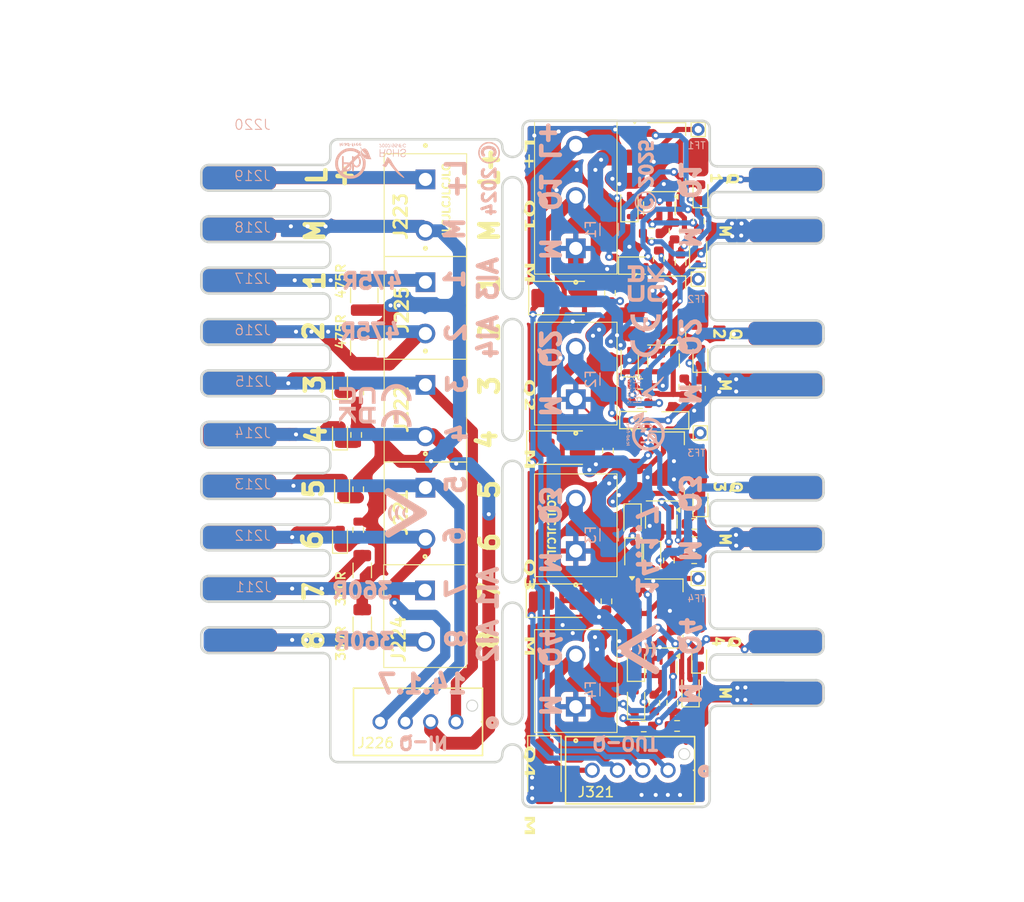
<source format=kicad_pcb>
(kicad_pcb (version 20221018) (generator pcbnew)
  (layers (0 "F.Cu" signal) (31 "B.Cu" signal) (34 "B.Paste" user) (35 "F.Paste" user) (36 "B.SilkS" user "B.Silkscreen") (37 "F.SilkS" user "F.Silkscreen") (38 "B.Mask" user) (39 "F.Mask" user) (44 "Edge.Cuts" user))
  (net 0 "")
  (net 1 "Net-(J306-Pin_1)")
  (net 2 "Net-(J302-Pin_1)")
  (net 3 "Net-(J304-Pin_1)")
  (net 4 "Net-(J201-Pin_1)")
  (net 5 "Net-(D201-K)")
  (net 6 "Net-(D201-A)")
  (net 7 "Net-(D202-K)")
  (net 8 "Net-(D202-A)")
  (net 9 "Net-(D203-K)")
  (net 10 "Net-(J207-Pin_1)")
  (net 11 "Net-(J208-Pin_1)")
  (net 12 "M")
  (net 13 "Net-(J210-Pin_1)")
  (net 14 "Net-(J314-Pin_1)")
  (net 15 "GNDPWR")
  (net 16 "Net-(D10-A)")
  (net 17 "Net-(D5-K)")
  (net 18 "Net-(D6-K)")
  (net 19 "Net-(D7-K)")
  (net 20 "Net-(D8-K)")
  (net 21 "Net-(Q1-G)")
  (net 22 "Net-(D2-K)")
  (net 23 "Net-(D3-K)")
  (net 24 "Net-(D4-K)")
  (net 25 "Net-(Q2-G)")
  (net 26 "Net-(Q3-G)")
  (net 27 "Net-(Q4-G)")
  (net 28 "Net-(Q5-G)")
  (net 29 "Net-(Q6-G)")
  (net 30 "Net-(Q8-G)")
  (net 31 "Net-(Q10-G)")
  (net 32 "Net-(D11-A)")
  (net 33 "Net-(D10-K)")
  (net 34 "Net-(D1-K)")
  (net 35 "Net-(D1-A)")
  (net 36 "Net-(D12-K)")
  (net 37 "Net-(J323-Pin_1)")
  (net 38 "Net-(J322-Pin_1)")
  (net 39 "Net-(J324-Pin_1)")
  (net 40 "Net-(J325-Pin_1)")
  (net 41 "Net-(D203-A)")
  (net 42 "Net-(D204-K)")
  (net 43 "Net-(D204-A)")
  (net 44 "Net-(J202-Pin_1)")
  (footprint "Resistor_SMD:R_0603_1608Metric" (layer "F.Cu") (at 110.88 83.575 -90)
    (fp_text reference "R3" hide)
    (fp_text value "6.2K")
  )
  (footprint "Resistor_SMD:R_0603_1608Metric" (layer "F.Cu") (at 110.53 114.055 -90)
    (fp_text reference "R7" hide)
    (fp_text value "6.2K")
  )
  (footprint "Diode_SMD:D_SOD-323F" (layer "F.Cu") (at 118.84 122.88 90)
    (fp_text reference "D13" hide)
    (fp_text value "BAT54J")
  )
  (footprint "PCB_Library:1729128" (layer "F.Cu") (at 107.5 94.08 90)
    (fp_text reference "J317" hide)
    (fp_text value "DB128L-5.08-2P-BK-S" hide)
  )
  (footprint "PCB_Library:Conn_pin_PLC" (layer "F.Cu") (at 126.90175 113.295)
    (fp_text reference "J302" hide)
    (fp_text value "Conn_01x01_PAD")
  )
  (footprint "PCB_Library:mouse-bite-2mm-slot" (layer "F.Cu") (at 101.3 85.14 90)
    (fp_text reference "mouse-bite-2mm-slot" hide)
    (fp_text value "VAL**" hide)
  )
  (footprint "Resistor_SMD:R_0603_1608Metric" (layer "F.Cu") (at 119.66 76.485 90)
    (fp_text reference "R17" hide)
    (fp_text value "6.2K")
  )
  (footprint "PCB_Library:mouse-bite-2mm-slot" (layer "F.Cu") (at 101.3 127.2 90)
    (fp_text reference "mouse-bite-2mm-slot" hide)
    (fp_text value "VAL**" hide)
  )
  (footprint "Resistor_SMD:R_0603_1608Metric" (layer "F.Cu") (at 86 107 -90)
    (fp_text reference "R205" hide)
    (fp_text value "4.7k")
  )
  (footprint "LED_SMD:LED_0603_1608Metric" (layer "F.Cu") (at 84.2 92.6 90)
    (fp_text reference "D204" hide)
    (fp_text value "LED WHITE")
  )
  (footprint "LED_SMD:LED_0603_1608Metric" (layer "F.Cu") (at 119.69 119.6675 90)
    (fp_text reference "D3" hide)
    (fp_text value "LED WHITE")
  )
  (footprint "PCB_Library:Conn_pin_PLC" (layer "F.Cu") (at 126.93175 67.565)
    (fp_text reference "J310" hide)
    (fp_text value "Conn_01x01_PAD")
  )
  (footprint "Diode_SMD:D_SOD-323F" (layer "F.Cu") (at 115.04 109.7425 -90)
    (fp_text reference "D7" hide)
    (fp_text value "BAT54J")
  )
  (footprint "PCB_Library:Pin_D0.7mm_L6.5mm_W1.8mm_FlatFork-MOD" (layer "F.Cu") (at 119.8 97.4)
    (fp_text reference "J324" hide)
    (fp_text value "Conn_01x01")
  )
  (footprint "Resistor_SMD:R_0603_1608Metric" (layer "F.Cu") (at 116.7 110.015 90)
    (fp_text reference "R5" hide)
    (fp_text value "6.2K")
  )
  (footprint "Diode_SMD:D_SOD-323F" (layer "F.Cu") (at 113.19 109.4025 -90)
    (fp_text reference "D14" hide)
    (fp_text value "BAT54J")
  )
  (footprint "PCB_Library:Pin_D0.7mm_L6.5mm_W1.8mm_FlatFork-MOD" (layer "F.Cu") (at 119.6 111.8)
    (fp_text reference "J325" hide)
    (fp_text value "Conn_01x01")
  )
  (footprint "Resistor_SMD:R_0603_1608Metric" (layer "F.Cu") (at 113.86 92.57 180)
    (fp_text reference "R21" hide)
    (fp_text value "6.2K")
  )
  (footprint "Resistor_SMD:R_0603_1608Metric" (layer "F.Cu") (at 119.2 109.8 180)
    (fp_text reference "R14" hide)
    (fp_text value "6.2K")
  )
  (footprint "PCB_Library:Conn_pin_PLC" (layer "F.Cu") (at 72.97 67.432224)
    (fp_text reference "J210" hide)
    (fp_text value "Conn_01x01_PAD")
  )
  (footprint "Diode_SMD:D_SOD-323F" (layer "F.Cu") (at 113.11 106.0425 -90)
    (fp_text reference "D11" hide)
    (fp_text value "BAT54J")
  )
  (footprint "LED_SMD:LED_0603_1608Metric" (layer "F.Cu") (at 119.82 73.65 90)
    (fp_text reference "D1" hide)
    (fp_text value "LED WHITE")
  )
  (footprint "PCB_Library:Conn_pin_PLC" (layer "F.Cu") (at 72.97 72.49)
    (fp_text reference "J209" hide)
    (fp_text value "Conn_01x01_PAD")
  )
  (footprint "Resistor_SMD:R_0603_1608Metric" (layer "F.Cu") (at 110.68 99.16 -90)
    (fp_text reference "R6" hide)
    (fp_text value "6.2K")
  )
  (footprint "Resistor_SMD:R_0603_1608Metric" (layer "F.Cu") (at 86 102.975 -90)
    (fp_text reference "R206" hide)
    (fp_text value "4.7k")
  )
  (footprint "Diode_SMD:D_SMA" (layer "F.Cu") (at 104.4 130.8625 -90)
    (fp_text reference "D303" hide)
    (fp_text value "SS34")
  )
  (footprint "Package_TO_SOT_SMD:SOT-23" (layer "F.Cu") (at 115.93 120.6375 -90)
    (fp_text reference "Q1" hide)
    (fp_text value "2N7002")
  )
  (footprint "Resistor_SMD:R_0603_1608Metric" (layer "F.Cu") (at 119.24 108.2)
    (fp_text reference "R18" hide)
    (fp_text value "6.2K")
  )
  (footprint "PCB_Library:Conn_pin_PLC" (layer "F.Cu") (at 126.92175 98.065)
    (fp_text reference "J314" hide)
    (fp_text value "Conn_01x01_PAD")
  )
  (footprint "Resistor_SMD:R_0603_1608Metric" (layer "F.Cu") (at 86 93.4 90)
    (fp_text reference "R208" hide)
    (fp_text value "4.7k")
  )
  (footprint "PCB_Library:Conn_pin_PLC" (layer "F.Cu") (at 126.95175 87.895)
    (fp_text reference "J311" hide)
    (fp_text value "Conn_01x01_PAD")
  )
  (footprint "PCB_Library:SOT-223 DMP6023LE" (layer "F.Cu") (at 116.32 100.72)
    (fp_text reference "Q8" hide)
    (fp_text value "DMP6023LE-PMOS")
  )
  (footprint "PCB_Library:Conn_pin_PLC" (layer "F.Cu") (at 73 87.733334)
    (fp_text reference "J206" hide)
    (fp_text value "Conn_01x01_PAD")
  )
  (footprint "Diode_SMD:D_SOD-323F" (layer "F.Cu") (at 112.83 90.2575 90)
    (fp_text reference "D6" hide)
    (fp_text value "BAT54J")
  )
  (footprint "PCB_Library:Conn_pin_PLC" (layer "F.Cu") (at 126.87175 82.835)
    (fp_text reference "J306" hide)
    (fp_text value "Conn_01x01_PAD")
  )
  (footprint "PCB_Library:Conn_pin_PLC" (layer "F.Cu") (at 126.92175 118.385)
    (fp_text reference "J307" hide)
    (fp_text value "Conn_01x01_PAD")
  )
  (footprint "Diode_SMD:D_SMA" (layer "F.Cu") (at 106.12 113.99)
    (fp_text reference "D302" hide)
    (fp_text value "SS34")
  )
  (footprint "PCB_Library:SOT-223 DMP6023LE" (layer "F.Cu") (at 116.45 85.3075)
    (fp_text reference "Q6" hide)
    (fp_text value "DMP6023LE-PMOS")
  )
  (footprint "Resistor_SMD:R_0603_1608Metric" (layer "F.Cu") (at 119.2 106.4)
    (fp_text reference "R12" hide)
    (fp_text value "4.7k")
  )
  (footprint "Diode_SMD:D_SOD-323F" (layer "F.Cu") (at 113.45 96.14)
    (fp_text reference "D15" hide)
    (fp_text value "BAT54J")
  )
  (footprint "PCB_Library:Conn_pin_PLC" (layer "F.Cu") (at 72.99 108.044446)
    (fp_text reference "J202" hide)
    (fp_text value "Conn_01x01_PAD")
  )
  (footprint "LED_SMD:LED_0603_1608Metric" (layer "F.Cu") (at 84.2 97.6 90)
    (fp_text reference "D203" hide)
    (fp_text value "LED WHITE")
  )
  (footprint "PCB_Library:Conn_pin_PLC" (layer "F.Cu") (at 126.92175 72.665)
    (fp_text reference "J309" hide)
    (fp_text value "Conn_01x01_PAD")
  )
  (footprint "Package_TO_SOT_SMD:SOT-23" (layer "F.Cu") (at 115.95 106.1775 -90)
    (fp_text reference "Q2" hide)
    (fp_text value "2N7002")
  )
  (footprint "Diode_SMD:D_SOD-323F" (layer "F.Cu") (at 112.8 74.9175 90)
    (fp_text reference "D5" hide)
    (fp_text value "BAT54J")
  )
  (footprint "Resistor_SMD:R_0603_1608Metric" (layer "F.Cu") (at 119.78 93.035 90)
    (fp_text reference "R10" hide)
    (fp_text value "4.7k")
  )
  (footprint "Resistor_SMD:R_1210_3225Metric" (layer "F.Cu") (at 86.6 83.8 90)
    (fp_text reference "R204" hide)
    (fp_text value "475R")
  )
  (footprint "PCB_Library:1729128" (layer "F.Cu") (at 92.64 92.66 -90)
    (fp_text reference "J222")
    (fp_text value "DB128L-5.08-2P-BK-S" hide)
  )
  (footprint "PCB_Library:Conn_pin_PLC" (layer "F.Cu") (at 73 102.966668)
    (fp_text reference "J203" hide)
    (fp_text value "Conn_01x01_PAD")
  )
  (footprint "Diode_SMD:D_SOD-323F" (layer "F.Cu") (at 113.46 124.1 90)
    (fp_text reference "D12" hide)
    (fp_text value "BAT54J")
  )
  (footprint "Resistor_SMD:R_1206_3216Metric" (layer "F.Cu") (at 86.4 111 90)
    (fp_text reference "R202" hide)
    (fp_text value "360R")
  )
  (footprint "Resistor_SMD:R_0603_1608Metric" (layer "F.Cu") (at 113.845 94.46)
    (fp_text reference "R20" hide)
    (fp_text value "6.2K")
  )
  (footprint "Resistor_SMD:R_0603_1608Metric" (layer "F.Cu") (at 114.96 77.68)
    (fp_text reference "R4" hide)
    (fp_text value "6.2K")
  )
  (footprint "PCB_Library:Conn_pin_PLC" (layer "F.Cu") (at 126.90175 103.125)
    (fp_text reference "J315" hide)
    (fp_text value "Conn_01x01_PAD")
  )
  (footprint "PCB_Library:Conn_pin_PLC" (layer "F.Cu") (at 72.99 77.587778)
    (fp_text reference "J208" hide)
    (fp_text value "Conn_01x01_PAD")
  )
  (footprint "PCB_Library:1729128" (layer "F.Cu") (at 92.6 112.98 -90)
    (fp_text reference "J224")
    (fp_text value "DB128L-5.08-2P-BK-S" hide)
  )
  (footprint "PCB_Library:1729128" (layer "F.Cu") (at 107.5 109.08 90)
    (fp_text reference "J320" hide)
    (fp_text value "DB128L-5.08-2P-BK-S" hide)
  )
  (footprint "Diode_SMD:D_SMA" (layer "F.Cu") (at 106.16 98.86)
    (fp_text reference "D301" hide)
    (fp_text value "SS34")
  )
  (footprint "Resistor_SMD:R_1206_3216Metric" (layer "F.Cu") (at 86.4 116.3375 90)
    (fp_text reference "R201" hide)
    (fp_text value "360R")
  )
  (footprint "Package_TO_SOT_SMD:SOT-23" (layer "F.Cu") (at 116.17 90.2525 -90)
    (fp_text reference "Q3" hide)
    (fp_text value "2N7002")
  )
  (footprint "PCB_Library:CONN_B04B-XASK-1-A_JST" (layer "F.Cu") (at 95.66 125.97)
    (fp_text reference "J226")
    (fp_text value "B04B-XASK-1")
    (fp_circle (center 1.6 -1.6) (end 2.15 -1.6) (stroke (width 0.1)) (fill none) (layer "Edge.Cuts"))
  )
  (footprint "PCB_Library:Conn_pin_PLC" (layer "F.Cu") (at 73.06175 113.165)
    (fp_text reference "J201" hide)
    (fp_text value "Conn_01x01_PAD")
  )
  (footprint "Resistor_SMD:R_0603_1608Metric" (layer "F.Cu") (at 114.215 126.43 180)
    (fp_text reference "R8" hide)
    (fp_text value "6.2K")
  )
  (footprint "Resistor_SMD:R_0603_1608Metric" (layer "F.Cu") (at 117.515 126.38)
    (fp_text reference "R11" hide)
    (fp_text value "4.7k")
  )
  (footprint "Diode_SMD:D_SOD-323F" (layer "F.Cu") (at 117.06 96.16 180)
    (fp_text reference "D10" hide)
    (fp_text value "BAT54J")
  )
  (footprint "PCB_Library:XY128V-A-5.08-3P" (layer "F.Cu") (at 107.5 79.16 90)
    (fp_text reference "J318" hide)
    (fp_text value "DB128L-5.08-3P-BK-S" hide)
  )
  (footprint "PCB_Library:SOT-223 DMP6023LE" (layer "F.Cu") (at 116.45 70.14)
    (fp_text reference "Q5" hide)
    (fp_text value "DMP6023LE-PMOS")
  )
  (footprint "Resistor_SMD:R_0603_1608Metric" (layer "F.Cu") (at 117.85 80.58 90)
    (fp_text reference "R9" hide)
    (fp_text value "4.7k")
  )
  (footprint "LED_SMD:LED_0603_1608Metric" (layer "F.Cu") (at 119.82 104.2 90)
    (fp_text reference "D4" hide)
    (fp_text value "LED WHITE")
  )
  (footprint "PCB_Library:Pin_D0.7mm_L6.5mm_W1.8mm_FlatFork-MOD" (layer "F.Cu") (at 119.6 67.4)
    (fp_text reference "J323" hide)
    (fp_text value "Conn_01x01")
  )
  (footprint "Diode_SMD:D_SOD-323F" (layer "F.Cu") (at 113.33 80.86)
    (fp_text reference "D16" hide)
    (fp_text value "BAT54J")
  )
  (footprint "Resistor_SMD:R_0603_1608Metric" (layer "F.Cu") (at 115.26 124.11 90)
    (fp_text reference "R19" hide)
    (fp_text value "6.2K")
  )
  (footprint "Resistor_SMD:R_0603_1608Metric" (layer "F.Cu") (at 118.22 92.855 -90)
    (fp_text reference "R15" hide)
    (fp_text value "6.2K")
  )
  (footprint "PCB_Library:mouse-bite-2mm-slot" (layer "F.Cu") (at 101.3 99.16 90)
    (fp_text reference "mouse-bite-2mm-slot" hide)
    (fp_text value "VAL**" hide)
  )
  (footprint "Diode_SMD:D_SMA" (layer "F.Cu") (at 106.36 84.07)
    (fp_text reference "D309" hide)
    (fp_text value "SS34")
  )
  (footprint "PCB_Library:mouse-bite-2mm-slot" (layer "F.Cu") (at 101.3 113.17 90)
    (fp_text reference "mouse-bite-2mm-slot" hide)
    (fp_text value "VAL**" hide)
  )
  (footprint "Resistor_SMD:R_1210_3225Metric" (layer "F.Cu") (at 86.6 89 90)
    (fp_text reference "R203" hide)
    (fp_text value "475R")
  )
  (footprint "PCB_Library:Pin_D0.7mm_L6.5mm_W1.8mm_FlatFork-MOD" (layer "F.Cu") (at 119.6 82.2)
    (fp_text reference "J322" hide)
    (fp_text value "Conn_01x01")
  )
  (footprint "Package_TO_SOT_SMD:SOT-23" (layer "F.Cu") (at 115.76 75.21 -90)
    (fp_text reference "Q4" hide)
    (fp_text value "2N7002")
  )
  (footprint "PCB_Library:Conn_pin_PLC" (layer "F.Cu") (at 72.99 97.89889)
    (fp_text reference "J204" hide)
    (fp_text value "Conn_01x01_PAD")
  )
  (footprint "PCB_Library:Conn_pin_PLC" (layer "F.Cu") (at 73 82.645556)
    (fp_text reference "J207" hide)
    (fp_text value "Conn_01x01_PAD")
  )
  (footprint "PCB_Library:Conn_pin_PLC" (layer "F.Cu") (at 72.97175 92.835)
    (fp_text reference "J205" hide)
    (fp_text value "Conn_01x01_PAD")
  )
  (footprint "Resistor_SMD:R_0603_1608Metric" (layer "F.Cu") (at 85.8 97.6 -90)
    (fp_text reference "R207" hide)
    (fp_text value "4.7k")
  )
  (footprint "PCB_Library:1729128" (layer "F.Cu") (at 92.64 102.82 -90)
    (fp_text reference "J221")
    (fp_text value "DB128L-5.08-2P-BK-S" hide)
  )
  (footprint "LED_SMD:LED_0603_1608Metric" (layer "F.Cu") (at 84.4 102.8125 90)
    (fp_text reference "D202" hide)
    (fp_text value "LED WHITE")
  )
  (footprint "Diode_SMD:D_SOD-323F" (layer "F.Cu") (at 113.45 120.3575 90)
    (fp_text reference "D8" hide)
    (fp_text value "BAT54J")
  )
  (footprint "PCB_Library:1729128" (layer "F.Cu") (at 92.64 72.34 -90)
    (fp_text reference "J223")
    (fp_text value "DB128L-5.08-2P-BK-S" hide)
  )
  (footprint "LED_SMD:LED_0603_1608Metric" (layer "F.Cu") (at 84.2 107.8125 90)
    (fp_text reference "D201" hide)
    (fp_text value "LED WHITE")
  )
  (footprint "PCB_Library:SOT-223 DMP6023LE" (layer "F.Cu") (at 116.19 115.26)
    (fp_text reference "Q10" hide)
    (fp_text value "DMP6023LE-PMOS")
  )
  (footprint "PCB_Library:1729128" (layer "F.Cu") (at 92.64 82.5 -90)
    (fp_text reference "J225")
    (fp_text value "DB128L-5.08-2P-BK-S" hide)
  )
  (footprint "LED_SMD:LED_0603_1608Metric" (layer "F.Cu") (at 119.82 89.9225 90)
    (fp_text reference "D2" hide)
    (fp_text value "LED WHITE")
  )
  (footprint "Resistor_SMD:R_0603_1608Metric" (layer "F.Cu") (at 117.04 124.09 -90)
    (fp_text reference "R13" hide)
    (fp_text value "6.2K")
  )
  (footprint "PCB_Library:mouse-bite-2mm-slot" (layer "F.Cu") (at 101.29 71.11 90)
    (fp_text reference "mouse-bite-2mm-slot" hide)
    (fp_text value "VAL**" hide)
  )
  (footprint "Resistor_SMD:R_0603_1608Metric" (layer "F.Cu") (at 115.7 80.2 90)
    (fp_text reference "R1" hide)
    (fp_text value "6.2K")
  )
  (footprint "Diode_SMD:D_SOD-323F" (layer "F.Cu") (at 119.59 79.5 90)
    (fp_text reference "D9" hide)
    (fp_text value "BAT54J")
  )
  (footprint "PCB_Library:1729128" (layer "F.Cu") (at 107.5 124.48 90)
    (fp_text reference "J319" hide)
    (fp_text value "DB128L-5.08-2P-BK-S" hide)
  )
  (footprint "Resistor_SMD:R_0603_1608Metric" (layer "F.Cu") (at 117.26 77.445 90)
    (fp_text reference "R2" hide)
    (fp_text value "6.2K")
  )
  (footprint "PCB_Library:CONN_B04B-XASK-1-A_JST" (layer "F.Cu") (at 116.62 130.76)
    (fp_text reference "J321")
    (fp_text value "B04B-XASK-1")
    (fp_circle (center 1.6 -1.6) (end 2.15 -1.6) (stroke (width 0.1)) (fill none) (layer "Edge.Cuts"))
  )
  (footprint "Fuse:Fuse_1206_3216Metric_Pad1.42x1.75mm_HandSolder" (layer "B.Cu") (at 110.8 92.0875 -90)
    (fp_text reference "F2")
    (fp_text value "Fuse_Small 5A")
  )
  (footprint "PCB_Library:Conn_pin_PLC" (layer "B.Cu") (at 129.52825 67.595 180)
    (fp_text reference "J304" hide)
    (fp_text value "Conn_01x01_PAD")
  )
  (footprint "Fuse:Fuse_1206_3216Metric_Pad1.42x1.75mm_HandSolder" (layer "B.Cu") (at 110.8 107.4875 -90)
    (fp_text reference "F3")
    (fp_text value "Fuse_Small 5A")
  )
  (footprint "PCB_Library:Conn_pin_PLC" (layer "B.Cu") (at 75.5665 108.062224 180)
    (fp_text reference "J212")
    (fp_text value "Conn_01x01_PAD")
  )
  (footprint "PCB_Library:Conn_pin_PLC" (layer "B.Cu") (at 75.5765 87.742224 180)
    (fp_text reference "J216")
    (fp_text value "Conn_01x01_PAD")
  )
  (footprint "PCB_Library:Conn_pin_PLC" (layer "B.Cu") (at 75.5765 102.982224 180)
    (fp_text reference "J213")
    (fp_text value "Conn_01x01_PAD")
  )
  (footprint "PCB_Library:Conn_pin_PLC" (layer "B.Cu") (at 75.5765 82.652224 180)
    (fp_text reference "J217")
    (fp_text value "Conn_01x01_PAD")
  )
  (footprint "LOGO" (layer "B.Cu") (at 89.91 95.01 -90)
    (fp_text reference "G***" hide)
    (fp_text value "LOGO" hide)
  )
  (footprint "LOGO" (layer "B.Cu") (at 114.4 82.6 90)
    (fp_text reference "G***" hide)
    (fp_text value "LOGO" hide)
  )
  (footprint "LOGO" (layer "B.Cu") (at 114.253145 87.473124 90)
    (fp_text reference "G***" hide)
    (fp_text value "LOGO" hide)
  )
  (footprint "LOGO" (layer "B.Cu") (at 114.4 95.4 90)
    (fp_text reference "G***" hide)
    (fp_text value "LOGO" hide)
  )
  (footprint "PCB_Library:Conn_pin_PLC" (layer "B.Cu") (at 129.52825 113.315 180)
    (fp_text reference "J308" hide)
    (fp_text value "Conn_01x01_PAD")
  )
  (footprint "PCB_Library:Conn_pin_PLC" (layer "B.Cu") (at 75.5465 72.492224 180)
    (fp_text reference "J219")
    (fp_text value "Conn_01x01_PAD")
  )
  (footprint "PCB_Library:Conn_pin_PLC" (layer "B.Cu") (at 75.64825 113.152224 180)
    (fp_text reference "J211")
    (fp_text value "Conn_01x01_PAD")
  )
  (footprint "PCB_Library:Conn_pin_PLC" (layer "B.Cu") (at 129.52825 82.815 180)
    (fp_text reference "J312" hide)
    (fp_text value "Conn_01x01_PAD")
  )
  (footprint "PCB_Library:Conn_pin_PLC" (layer "B.Cu") (at 129.53825 98.045 180)
    (fp_text reference "J316" hide)
    (fp_text value "Conn_01x01_PAD")
  )
  (footprint "Fuse:Fuse_1206_3216Metric_Pad1.42x1.75mm_HandSolder" (layer "B.Cu") (at 110.8 77.2875 -90)
    (fp_text reference "F1")
    (fp_text value "Fuse_Small 5A")
  )
  (footprint "PCB_Library:Conn_pin_PLC" (layer "B.Cu") (at 75.5665 97.912224 180)
    (fp_text reference "J214")
    (fp_text value "Conn_01x01_PAD")
  )
  (footprint "PCB_Library:Conn_pin_PLC" (layer "B.Cu") (at 129.53825 87.895 180)
    (fp_text reference "J305" hide)
    (fp_text value "Conn_01x01_PAD")
  )
  (footprint "PCB_Library:Conn_pin_PLC" (layer "B.Cu") (at 129.52825 118.375 180)
    (fp_text reference "J301" hide)
    (fp_text value "Conn_01x01_PAD")
  )
  (footprint "LOGO" (layer "B.Cu") (at 85.95 94.71 -90)
    (fp_text reference "G***" hide)
    (fp_text value "LOGO" hide)
  )
  (footprint "PCB_Library:Conn_pin_PLC" (layer "B.Cu") (at 75.62825 92.825 180)
    (fp_text reference "J215")
    (fp_text value "Conn_01x01_PAD")
  )
  (footprint "PCB_Library:Conn_pin_PLC" (layer "B.Cu") (at 129.54825 72.655 180)
    (fp_text reference "J303" hide)
    (fp_text value "Conn_01x01_PAD")
  )
  (footprint "LOGO" (layer "B.Cu") (at 87.21825 70.503224)
    (fp_text reference "G***" hide)
    (fp_text value "LOGO" hide)
  )
  (footprint "Fuse:Fuse_1206_3216Metric_Pad1.42x1.75mm_HandSolder" (layer "B.Cu") (at 110.8 122.8 -90)
    (fp_text reference "F4")
    (fp_text value "Fuse_Small 5A")
  )
  (footprint "PCB_Library:Conn_pin_PLC" (layer "B.Cu") (at 129.52825 103.145 180)
    (fp_text reference "J313" hide)
    (fp_text value "Conn_01x01_PAD")
  )
  (footprint "PCB_Library:Conn_pin_PLC" (layer "B.Cu") (at 75.5665 77.592224 180)
    (fp_text reference "J218")
    (fp_text value "Conn_01x01_PAD")
  )
  (footprint "PCB_Library:Conn_pin_PLC" (layer "B.Cu") (at 75.5465 67.432224 180)
    (fp_text reference "J220")
    (fp_text value "Conn_01x01_PAD")
  )
  (gr_poly (pts (xy 114.737531 118.863686) (xy 114.7338 118.911267) (xy 114.727513 118.958365) (xy 114.718716 119.004887) (xy 114.707451 119.050737) (xy 114.693762 119.095821) (xy 114.677691 119.140044) (xy 114.659282 119.183312) (xy 114.638579 119.22553) (xy 114.615624 119.266603) (xy 114.590461 119.306437) (xy 114.563133 119.344938) (xy 114.533684 119.382011) (xy 114.502156 119.417561) (xy 114.468594 119.451493) (xy 114.433039 119.483713) (xy 114.427018 119.488656) (xy 114.420885 119.493635) (xy 114.414677 119.498615) (xy 114.408433 119.503557) (xy 114.408316 119.503671) (xy 114.408196 119.503782) (xy 114.408073 119.503889) (xy 114.407947 119.503993) (xy 114.407819 119.504093) (xy 114.407687 119.504189) (xy 114.407554 119.504282) (xy 114.407418 119.504372) (xy 114.407279 119.504457) (xy 114.407139 119.504539) (xy 114.406996 119.504617) (xy 114.406851 119.50469) (xy 114.406703 119.50476) (xy 114.406554 119.504826) (xy 114.406403 119.504888) (xy 114.40625 119.504946) (xy 114.404316 119.505937) (xy 114.402359 119.506873) (xy 114.400379 119.507754) (xy 114.398378 119.50858) (xy 114.396356 119.50935) (xy 114.394315 119.510065) (xy 114.392256 119.510724) (xy 114.39018 119.511326) (xy 114.388089 119.511871) (xy 114.385983 119.51236) (xy 114.383864 119.512791) (xy 114.381733 119.513164) (xy 114.379591 119.51348) (xy 114.377439 119.513737) (xy 114.375279 119.513935) (xy 114.373111 119.514075) (xy 114.369016 119.513735) (xy 114.364975 119.513214) (xy 114.360992 119.512515) (xy 114.357072 119.511643) (xy 114.353218 119.510602) (xy 114.349434 119.509396) (xy 114.345726 119.508029) (xy 114.342096 119.506504) (xy 114.33855 119.504827) (xy 114.335091 119.503001) (xy 114.331723 119.501029) (xy 114.328452 119.498917) (xy 114.32528 119.496668) (xy 114.322212 119.494286) (xy 114.319253 119.491775) (xy 114.316406 119.48914) (xy 114.313676 119.486384) (xy 114.311067 119.483511) (xy 114.308582 119.480526) (xy 114.306227 119.477432) (xy 114.304006 119.474233) (xy 114.301921 119.470934) (xy 114.299979 119.467539) (xy 114.298183 119.464051) (xy 114.296537 119.460476) (xy 114.295045 119.456815) (xy 114.293711 119.453075) (xy 114.292541 119.449258) (xy 114.291537 119.445369) (xy 114.290704 119.441412) (xy 114.290046 119.437391) (xy 114.289568 119.433311) (xy 114.289113 119.431006) (xy 114.288724 119.428691) (xy 114.288401 119.426367) (xy 114.288144 119.424035) (xy 114.287954 119.421696) (xy 114.28783 119.419353) (xy 114.287773 119.417006) (xy 114.287783 119.414657) (xy 114.287783 119.411879) (xy 114.287794 119.410081) (xy 114.287853 119.408284) (xy 114.287957 119.40649) (xy 114.288108 119.4047) (xy 114.288305 119.402914) (xy 114.288548 119.401133) (xy 114.288837 119.399359) (xy 114.289172 119.397592) (xy 114.289531 119.396192) (xy 114.289874 119.394787) (xy 114.290198 119.393379) (xy 114.290505 119.391966) (xy 114.290794 119.39055) (xy 114.291065 119.38913) (xy 114.291318 119.387707) (xy 114.291553 119.38628) (xy 114.291573 119.385729) (xy 114.291632 119.38519) (xy 114.291724 119.384662) (xy 114.291847 119.384144) (xy 114.291997 119.383634) (xy 114.29217 119.383131) (xy 114.292362 119.382633) (xy 114.29257 119.382138) (xy 114.293016 119.381155) (xy 114.293478 119.380169) (xy 114.293927 119.37917) (xy 114.294136 119.378661) (xy 114.294331 119.378145) (xy 114.294621 119.37716) (xy 114.294942 119.376186) (xy 114.295294 119.375223) (xy 114.295676 119.374272) (xy 114.296089 119.373334) (xy 114.296532 119.37241) (xy 114.297004 119.371499) (xy 114.297506 119.370604) (xy 114.298679 119.368602) (xy 114.299819 119.36661) (xy 114.300932 119.364618) (xy 114.302021 119.362617) (xy 114.303091 119.360597) (xy 114.304148 119.358549) (xy 114.305195 119.356463) (xy 114.306237 119.354332) (xy 114.306664 119.353608) (xy 114.307103 119.352892) (xy 114.307555 119.352184) (xy 114.308021 119.351485) (xy 114.308499 119.350794) (xy 114.308989 119.350112) (xy 114.309492 119.349439) (xy 114.310008 119.348776) (xy 114.311241 119.347125) (xy 114.312506 119.345498) (xy 114.313801 119.343896) (xy 114.315126 119.34232) (xy 114.316482 119.340769) (xy 114.317867 119.339244) (xy 114.319281 119.337746) (xy 114.320723 119.336274) (xy 114.319186 119.337617) (xy 114.317689 119.339004) (xy 114.316233 119.340433) (xy 114.31482 119.341903) (xy 114.31345 119.343414) (xy 114.312125 119.344964) (xy 114.310845 119.346553) (xy 114.309611 119.34818) (xy 114.324521 119.317217) (xy 114.338478 119.285872) (xy 114.351479 119.254167) (xy 114.363517 119.222124) (xy 114.374587 119.189766) (xy 114.384685 119.157115) (xy 114.393805 119.124193) (xy 114.401943 119.091021) (xy 114.409093 119.057623) (xy 114.415249 119.024021) (xy 114.420408 118.990235) (xy 114.424564 118.956289) (xy 114.427712 118.922205) (xy 114.429846 118.888005) (xy 114.430962 118.853711) (xy 114.431055 118.819345) (xy 114.430944 118.784241) (xy 114.429763 118.749214) (xy 114.427519 118.714288) (xy 114.424216 118.679486) (xy 114.41986 118.644833) (xy 114.414457 118.610352) (xy 114.408013 118.576066) (xy 114.400532 118.541999) (xy 114.392021 118.508175) (xy 114.382484 118.474618) (xy 114.371929 118.44135) (xy 114.360359 118.408396) (xy 114.347782 118.37578) (xy 114.334201 118.343524) (xy 114.319624 118.311653) (xy 114.304055 118.28019) (xy 114.303677 118.279705) (xy 114.30331 118.279213) (xy 114.302953 118.278714) (xy 114.302606 118.278207) (xy 114.30227 118.277695) (xy 114.301944 118.277175) (xy 114.30163 118.276649) (xy 114.301326 118.276117) (xy 114.301032 118.275579) (xy 114.30075 118.275035) (xy 114.300479 118.274486) (xy 114.300219 118.27393) (xy 114.29997 118.27337) (xy 114.299733 118.272804) (xy 114.299507 118.272233) (xy 114.299292 118.271657) (xy 114.297896 118.26879) (xy 114.296587 118.265888) (xy 114.295367 118.262952) (xy 114.294236 118.259984) (xy 114.293195 118.256986) (xy 114.292244 118.253961) (xy 114.291383 118.250911) (xy 114.290612 118.247837) (xy 114.289934 118.244741) (xy 114.289347 118.241626) (xy 114.288853 118.238494) (xy 114.288451 118.235346) (xy 114.288143 118.232185) (xy 114.287928 118.229013) (xy 114.287808 118.225831) (xy 114.287783 118.222643) (xy 114.287892 118.217596) (xy 114.288215 118.212617) (xy 114.288748 118.207711) (xy 114.289485 118.202886) (xy 114.290421 118.198146) (xy 114.29155 118.193498) (xy 114.292868 118.188948) (xy 114.294368 118.184503) (xy 114.296047 118.180167) (xy 114.297898 118.175948) (xy 114.299917 118.171851) (xy 114.302098 118.167882) (xy 114.304436 118.164048) (xy 114.306926 118.160354) (xy 114.309562 118.156807) (xy 114.312339 118.153413) (xy 114.315253 118.150177) (xy 114.318297 118.147106) (xy 114.321467 118.144206) (xy 114.324757 118.141483) (xy 114.328163 118.138943) (xy 114.331678 118.136592) (xy 114.335298 118.134436) (xy 114.339017 118.132481) (xy 114.34283 118.130733) (xy 114.346733 118.129199) (xy 114.350719 118.127884) (xy 114.354783 118.126795) (xy 114.358921 118.125937) (xy 114.363127 118.125317) (xy 114.367396 118.12494) (xy 114.371722 118.124813) (xy 114.374351 118.12486) (xy 114.376971 118.124999) (xy 114.379581 118.125231) (xy 114.382176 118.125554) (xy 114.384756 118.125968) (xy 114.387317 118.126472) (xy 114.389857 118.127065) (xy 114.392375 118.127747) (xy 114.394867 118.128517) (xy 114.397331 118.129375) (xy 114.399765 118.130319) (xy 114.402167 118.131349) (xy 114.404533 118.132465) (xy 114.406863 118.133665) (xy 114.409153 118.13495) (xy 114.411401 118.136317) (xy 114.411409 118.136323) (xy 114.415577 118.139634) (xy 114.419744 118.14302) (xy 114.423911 118.14648) (xy 114.428078 118.150015) (xy 114.463871 118.18197) (xy 114.497685 118.215651) (xy 114.529476 118.250966) (xy 114.559201 118.287818) (xy 114.586814 118.326114) (xy 114.612273 118.36576) (xy 114.635533 118.406662) (xy 114.656549 118.448725) (xy 114.67528 118.491855) (xy 114.691679 118.535957) (xy 114.705704 118.580938) (xy 114.717309 118.626703) (xy 114.726452 118.673157) (xy 114.733089 118.720208) (xy 114.737175 118.767759) (xy 114.738666 118.815718)) (fill solid) (layer "B.SilkS"))
  (gr_poly (pts (xy 88.936609 105.247561) (xy 88.941131 105.188766) (xy 88.948565 105.131082) (xy 88.958828 105.074591) (xy 88.971838 105.019372) (xy 88.987511 104.965508) (xy 89.005764 104.913079) (xy 89.026514 104.862166) (xy 89.049678 104.812851) (xy 89.075172 104.765215) (xy 89.102914 104.719339) (xy 89.132821 104.675303) (xy 89.164808 104.63319) (xy 89.198794 104.593079) (xy 89.234695 104.555053) (xy 89.272428 104.519192) (xy 89.272428 104.518001) (xy 89.278961 104.512163) (xy 89.285698 104.506269) (xy 89.299415 104.494387) (xy 89.299719 104.49416) (xy 89.300029 104.49394) (xy 89.300344 104.493729) (xy 89.300664 104.493526) (xy 89.300989 104.493332) (xy 89.30132 104.493146) (xy 89.301655 104.492968) (xy 89.301995 104.492799) (xy 89.304041 104.491701) (xy 89.306116 104.490665) (xy 89.308217 104.489691) (xy 89.310344 104.48878) (xy 89.312495 104.487932) (xy 89.314667 104.487147) (xy 89.316861 104.486426) (xy 89.319075 104.48577) (xy 89.321306 104.485178) (xy 89.323555 104.484651) (xy 89.325818 104.48419) (xy 89.328096 104.483794) (xy 89.330386 104.483465) (xy 89.332687 104.483202) (xy 89.334998 104.483006) (xy 89.337317 104.482878) (xy 89.341609 104.482998) (xy 89.345852 104.483355) (xy 89.350042 104.483943) (xy 89.354173 104.484758) (xy 89.358242 104.485794) (xy 89.362245 104.487047) (xy 89.366177 104.48851) (xy 89.370034 104.49018) (xy 89.373812 104.49205) (xy 89.377507 104.494116) (xy 89.381114 104.496373) (xy 89.38463 104.498815) (xy 89.38805 104.501438) (xy 89.391369 104.504236) (xy 89.394585 104.507204) (xy 89.397691 104.510337) (xy 89.400685 104.51363) (xy 89.403562 104.517077) (xy 89.406318 104.520675) (xy 89.408948 104.524416) (xy 89.411449 104.528297) (xy 89.413815 104.532313) (xy 89.416044 104.536457) (xy 89.41813 104.540726) (xy 89.42007 104.545113) (xy 89.421859 104.549614) (xy 89.423494 104.554224) (xy 89.424969 104.558937) (xy 89.42628 104.563749) (xy 89.427425 104.568654) (xy 89.428397 104.573647) (xy 89.429193 104.578723) (xy 89.429735 104.581444) (xy 89.4302 104.584178) (xy 89.430589 104.586922) (xy 89.430901 104.589676) (xy 89.431136 104.592437) (xy 89.431293 104.595204) (xy 89.431373 104.597976) (xy 89.431376 104.60075) (xy 89.431376 104.604123) (xy 89.431336 104.606244) (xy 89.43125 104.608363) (xy 89.431119 104.610479) (xy 89.430943 104.612591) (xy 89.430722 104.614699) (xy 89.430456 104.616802) (xy 89.430145 104.618899) (xy 89.429789 104.62099) (xy 89.429766 104.621844) (xy 89.429702 104.622694) (xy 89.429602 104.623539) (xy 89.429469 104.624383) (xy 89.42931 104.625223) (xy 89.429129 104.626062) (xy 89.428722 104.627737) (xy 89.427863 104.631092) (xy 89.427668 104.631935) (xy 89.427491 104.632781) (xy 89.427336 104.633631) (xy 89.427209 104.634484) (xy 89.424232 104.644009) (xy 89.423865 104.64518) (xy 89.423475 104.646343) (xy 89.423062 104.647497) (xy 89.422626 104.648644) (xy 89.422168 104.649781) (xy 89.421688 104.650909) (xy 89.421185 104.652028) (xy 89.42066 104.653137) (xy 89.41932 104.655555) (xy 89.418014 104.657991) (xy 89.416745 104.660446) (xy 89.415511 104.662918) (xy 89.414313 104.665408) (xy 89.413151 104.667916) (xy 89.412026 104.67044) (xy 89.410937 104.672981) (xy 89.410487 104.673867) (xy 89.410017 104.674741) (xy 89.409526 104.675604) (xy 89.409015 104.676454) (xy 89.408483 104.677292) (xy 89.407932 104.678117) (xy 89.407361 104.678929) (xy 89.40677 104.679728) (xy 89.405415 104.681648) (xy 89.404028 104.683544) (xy 89.40261 104.685417) (xy 89.401161 104.687266) (xy 89.399682 104.68909) (xy 89.398172 104.69089) (xy 89.396632 104.692664) (xy 89.395062 104.694413) (xy 89.39593 104.693623) (xy 89.396785 104.692821) (xy 89.397628 104.692006) (xy 89.398458 104.691178) (xy 89.399275 104.690338) (xy 89.400079 104.689486) (xy 89.400869 104.688622) (xy 89.401646 104.687745) (xy 89.40241 104.686857) (xy 89.40316 104.685958) (xy 89.403896 104.685046) (xy 89.404618 104.684124) (xy 89.405326 104.68319) (xy 89.40602 104.682245) (xy 89.4067 104.681289) (xy 89.407365 104.680323) (xy 89.392028 104.713175) (xy 89.37751 104.747043) (xy 89.363834 104.781888) (xy 89.351024 104.817676) (xy 89.339104 104.854369) (xy 89.328097 104.891932) (xy 89.318026 104.930328) (xy 89.308915 104.969521) (xy 89.300788 105.009474) (xy 89.293669 105.050151) (xy 89.28758 105.091516) (xy 89.282545 105.133533) (xy 89.278588 105.176164) (xy 89.275732 105.219374) (xy 89.274002 105.263127) (xy 89.27342 105.307386) (xy 89.274032 105.352543) (xy 89.27585 105.397203) (xy 89.27885 105.441324) (xy 89.283004 105.484863) (xy 89.288287 105.527779) (xy 89.294673 105.57003) (xy 89.302137 105.611574) (xy 89.310652 105.652369) (xy 89.320192 105.692374) (xy 89.330732 105.731546) (xy 89.342246 105.769843) (xy 89.354708 105.807225) (xy 89.368092 105.843648) (xy 89.382372 105.879072) (xy 89.397522 105.913453) (xy 89.413517 105.946751) (xy 89.413916 105.947336) (xy 89.414304 105.947928) (xy 89.414681 105.948527) (xy 89.415046 105.949133) (xy 89.415398 105.949745) (xy 89.41574 105.950364) (xy 89.416069 105.950989) (xy 89.416386 105.951621) (xy 89.416691 105.952258) (xy 89.416983 105.952901) (xy 89.417264 105.95355) (xy 89.417532 105.954204) (xy 89.417787 105.954864) (xy 89.41803 105.955528) (xy 89.41826 105.956197) (xy 89.418478 105.956871) (xy 89.420059 105.960279) (xy 89.42154 105.963725) (xy 89.422919 105.967208) (xy 89.424196 105.970726) (xy 89.425371 105.974276) (xy 89.426442 105.977857) (xy 89.42741 105.981465) (xy 89.428274 105.985098) (xy 89.429033 105.988755) (xy 89.429687 105.992433) (xy 89.430235 105.99613) (xy 89.430678 105.999843) (xy 89.431014 106.00357) (xy 89.431242 106.00731) (xy 89.431363 106.011059) (xy 89.431376 106.014815) (xy 89.431256 106.020805) (xy 89.430898 106.026714) (xy 89.430309 106.032536) (xy 89.429494 106.038263) (xy 89.427212 106.049403) (xy 89.424099 106.060078) (xy 89.420201 106.070229) (xy 89.415564 106.0798) (xy 89.410237 106.088732) (xy 89.404265 106.096968) (xy 89.401051 106.100808) (xy 89.397695 106.104451) (xy 89.3942 106.107892) (xy 89.390574 106.111123) (xy 89.386822 106.114137) (xy 89.38295 106.116927) (xy 89.378963 106.119485) (xy 89.374868 106.121804) (xy 89.37067 106.123877) (xy 89.366376 106.125698) (xy 89.36199 106.127258) (xy 89.35752 106.12855) (xy 89.35297 106.129568) (xy 89.348347 106.130304) (xy 89.343656 106.130751) (xy 89.338904 106.130901) (xy 89.33603 106.130805) (xy 89.333168 106.130605) (xy 89.33032 106.130302) (xy 89.32749 106.129898) (xy 89.324679 106.129392) (xy 89.321892 106.128787) (xy 89.319129 106.128082) (xy 89.316395 106.127279) (xy 89.313691 106.126378) (xy 89.31102 106.12538) (xy 89.308385 106.124287) (xy 89.305789 106.123098) (xy 89.303234 106.121815) (xy 89.300723 106.120438) (xy 89.298259 106.118969) (xy 89.295843 106.117407) (xy 89.293536 106.115455) (xy 89.29123 106.11347) (xy 89.286616 106.10942) (xy 89.282002 106.105297) (xy 89.277389 106.101136) (xy 89.239208 106.065212) (xy 89.202858 106.027009) (xy 89.168427 105.986625) (xy 89.136002 105.944156) (xy 89.105669 105.8997) (xy 89.077517 105.853354) (xy 89.051632 105.805216) (xy 89.028101 105.755383) (xy 89.007013 105.703952) (xy 88.988453 105.651022) (xy 88.972509 105.596688) (xy 88.959268 105.541049) (xy 88.948818 105.484202) (xy 88.941246 105.426244) (xy 88.936639 105.367273) (xy 88.935084 105.307386)) (fill solid) (layer "B.SilkS"))
  (gr_line (start 112.866573 118.995558) (end 112.891179 119.011829) (stroke (width 0.00496)) (layer "B.SilkS"))
  (gr_poly (pts (xy 113.998896 118.856177) (xy 113.995484 118.892003) (xy 113.989878 118.927167) (xy 113.982142 118.961618) (xy 113.972343 118.995304) (xy 113.960545 119.028173) (xy 113.946814 119.060173) (xy 113.931215 119.091254) (xy 113.913814 119.121362) (xy 113.894677 119.150446) (xy 113.873868 119.178455) (xy 113.851453 119.205337) (xy 113.827497 119.231039) (xy 113.802066 119.255511) (xy 113.775225 119.2787) (xy 113.74704 119.300555) (xy 113.727197 119.315041) (xy 113.725212 119.315041) (xy 113.723613 119.31576) (xy 113.721999 119.316441) (xy 113.720371 119.317082) (xy 113.718729 119.317684) (xy 113.717074 119.318247) (xy 113.715407 119.318771) (xy 113.713729 119.319254) (xy 113.712039 119.319698) (xy 113.71034 119.320101) (xy 113.708632 119.320465) (xy 113.706914 119.320787) (xy 113.705189 119.32107) (xy 113.703457 119.321311) (xy 113.701719 119.321512) (xy 113.699974 119.321671) (xy 113.698225 119.321789) (xy 113.695032 119.321718) (xy 113.691873 119.321506) (xy 113.688749 119.321155) (xy 113.685664 119.320668) (xy 113.682622 119.320048) (xy 113.679626 119.319298) (xy 113.67668 119.318421) (xy 113.673786 119.317419) (xy 113.670948 119.316296) (xy 113.66817 119.315054) (xy 113.665455 119.313696) (xy 113.662807 119.312225) (xy 113.660228 119.310643) (xy 113.657722 119.308955) (xy 113.655292 119.307161) (xy 113.652942 119.305267) (xy 113.650676 119.303273) (xy 113.648496 119.301183) (xy 113.646407 119.299001) (xy 113.64441 119.296727) (xy 113.642511 119.294367) (xy 113.640711 119.291922) (xy 113.639015 119.289395) (xy 113.637426 119.28679) (xy 113.635948 119.284108) (xy 113.634583 119.281354) (xy 113.633335 119.278528) (xy 113.632207 119.275636) (xy 113.631204 119.272679) (xy 113.630328 119.26966) (xy 113.629582 119.266582) (xy 113.62897 119.263448) (xy 113.628628 119.261783) (xy 113.628334 119.260109) (xy 113.628088 119.258428) (xy 113.62789 119.256741) (xy 113.62774 119.255049) (xy 113.627639 119.253354) (xy 113.627585 119.251655) (xy 113.627581 119.249954) (xy 113.627581 119.248764) (xy 113.627485 119.247476) (xy 113.627416 119.246186) (xy 113.627374 119.244895) (xy 113.627361 119.243604) (xy 113.627374 119.242313) (xy 113.627416 119.241023) (xy 113.627485 119.239733) (xy 113.627581 119.238445) (xy 113.627883 119.237442) (xy 113.628169 119.236434) (xy 113.628441 119.235423) (xy 113.628697 119.234407) (xy 113.628937 119.233388) (xy 113.629162 119.232365) (xy 113.629371 119.231339) (xy 113.629565 119.230309) (xy 113.631947 119.224356) (xy 113.632203 119.223632) (xy 113.632478 119.222916) (xy 113.632773 119.222208) (xy 113.633086 119.221508) (xy 113.633418 119.220817) (xy 113.633769 119.220135) (xy 113.634139 119.219462) (xy 113.634526 119.2188) (xy 113.635542 119.217385) (xy 113.636511 119.215969) (xy 113.637442 119.214548) (xy 113.638346 119.213119) (xy 113.640107 119.210233) (xy 113.641868 119.20729) (xy 113.642223 119.206739) (xy 113.642591 119.206195) (xy 113.64297 119.205661) (xy 113.643362 119.205135) (xy 113.643765 119.204618) (xy 113.64418 119.20411) (xy 113.644606 119.203612) (xy 113.645044 119.203123) (xy 113.646068 119.201943) (xy 113.647112 119.200781) (xy 113.648176 119.199637) (xy 113.649259 119.19851) (xy 113.65036 119.197403) (xy 113.65148 119.196314) (xy 113.652618 119.195244) (xy 113.653775 119.194193) (xy 113.653139 119.194652) (xy 113.652512 119.195122) (xy 113.651892 119.195602) (xy 113.651281 119.196092) (xy 113.650679 119.196592) (xy 113.650085 119.197103) (xy 113.6495 119.197623) (xy 113.648924 119.198152) (xy 113.648356 119.198692) (xy 113.647798 119.19924) (xy 113.647249 119.199799) (xy 113.64671 119.200366) (xy 113.646179 119.200943) (xy 113.645659 119.201528) (xy 113.645148 119.202123) (xy 113.644647 119.202726) (xy 113.668453 119.157099) (xy 113.68904 119.11037) (xy 113.706411 119.0627) (xy 113.720564 119.014248) (xy 113.731503 118.965176) (xy 113.739226 118.915642) (xy 113.743736 118.865808) (xy 113.745034 118.815834) (xy 113.74312 118.765879) (xy 113.737996 118.716105) (xy 113.729662 118.66667) (xy 113.71812 118.617736) (xy 113.70337 118.569463) (xy 113.685413 118.52201) (xy 113.664251 118.475539) (xy 113.639884 118.430209) (xy 113.639329 118.429494) (xy 113.638797 118.428763) (xy 113.638288 118.428015) (xy 113.637804 118.427252) (xy 113.637344 118.426475) (xy 113.636909 118.425682) (xy 113.636499 118.424876) (xy 113.636114 118.424057) (xy 113.634962 118.422023) (xy 113.633881 118.419954) (xy 113.632873 118.417854) (xy 113.631938 118.415724) (xy 113.631076 118.413567) (xy 113.630288 118.411383) (xy 113.629575 118.409175) (xy 113.628936 118.406945) (xy 113.628373 118.404694) (xy 113.627886 118.402426) (xy 113.627476 118.400141) (xy 113.627142 118.397841) (xy 113.626886 118.395529) (xy 113.626708 118.393206) (xy 113.626609 118.390875) (xy 113.626589 118.388537) (xy 113.626636 118.385056) (xy 113.626854 118.381597) (xy 113.627241 118.378165) (xy 113.627796 118.374767) (xy 113.628515 118.371408) (xy 113.629396 118.368094) (xy 113.630437 118.364831) (xy 113.631635 118.361624) (xy 113.632989 118.358479) (xy 113.634495 118.355403) (xy 113.636152 118.352401) (xy 113.637957 118.349478) (xy 113.639908 118.346641) (xy 113.642003 118.343896) (xy 113.644238 118.341247) (xy 113.646613 118.338702) (xy 113.649111 118.336277) (xy 113.651715 118.333989) (xy 113.654418 118.331841) (xy 113.657216 118.329834) (xy 113.660103 118.327971) (xy 113.663071 118.326255) (xy 113.666117 118.324688) (xy 113.669234 118.323273) (xy 113.672417 118.322011) (xy 113.675659 118.320906) (xy 113.678955 118.319959) (xy 113.682299 118.319174) (xy 113.685685 118.318553) (xy 113.689108 118.318097) (xy 113.692563 118.31781) (xy 113.696042 118.317695) (xy 113.698147 118.317741) (xy 113.700246 118.317852) (xy 113.702338 118.318028) (xy 113.70442 118.318269) (xy 113.706493 118.318573) (xy 113.708553 118.318941) (xy 113.7106 118.319371) (xy 113.712633 118.319865) (xy 113.714649 118.320421) (xy 113.716648 118.321039) (xy 113.718628 118.321719) (xy 113.720587 118.32246) (xy 113.722524 118.323262) (xy 113.724438 118.324124) (xy 113.726326 118.325047) (xy 113.728189 118.326029) (xy 113.729909 118.327172) (xy 113.731643 118.328361) (xy 113.733386 118.329587) (xy 113.735134 118.330841) (xy 113.738625 118.333396) (xy 113.742079 118.335951) (xy 113.770778 118.357872) (xy 113.798116 118.38118) (xy 113.824025 118.405816) (xy 113.848439 118.431719) (xy 113.871288 118.45883) (xy 113.892506 118.487089) (xy 113.912025 118.516438) (xy 113.929776 118.546816) (xy 113.945693 118.578163) (xy 113.959708 118.610421) (xy 113.971752 118.643529) (xy 113.981758 118.677428) (xy 113.989658 118.712058) (xy 113.995385 118.74736) (xy 113.997413 118.765245) (xy 113.998871 118.783275) (xy 113.999752 118.801443) (xy 114.000048 118.819742)) (fill solid) (layer "B.SilkS"))
  (gr_line (start 91.492348 105.130379) (end 91.467742 105.114108) (stroke (width 0.00496)) (layer "B.SilkS"))
  (gr_poly (pts (xy 88.605281 103.241652) (xy 88.605742 103.221867) (xy 88.607111 103.202342) (xy 88.609365 103.1831) (xy 88.61248 103.164166) (xy 88.616436 103.145563) (xy 88.621208 103.127316) (xy 88.626774 103.109449) (xy 88.633112 103.091986) (xy 88.640198 103.074952) (xy 88.648011 103.058371) (xy 88.656527 103.042266) (xy 88.665724 103.026662) (xy 88.675579 103.011584) (xy 88.686069 102.997055) (xy 88.697172 102.9831) (xy 88.708865 102.969743) (xy 88.721126 102.957007) (xy 88.733931 102.944918) (xy 88.747259 102.9335) (xy 88.761085 102.922776) (xy 88.775389 102.912771) (xy 88.790146 102.903509) (xy 88.805335 102.895014) (xy 88.820933 102.88731) (xy 88.836916 102.880423) (xy 88.853263 102.874375) (xy 88.869951 102.869191) (xy 88.886957 102.864895) (xy 88.904258 102.861512) (xy 88.921831 102.859066) (xy 88.939655 102.85758) (xy 88.957706 102.85708) (xy 88.966441 102.857183) (xy 88.975158 102.857521) (xy 88.983854 102.858091) (xy 88.992524 102.858894) (xy 89.001163 102.859927) (xy 89.009766 102.861191) (xy 89.01833 102.862683) (xy 89.026849 102.864403) (xy 89.035319 102.86635) (xy 89.043735 102.868524) (xy 89.052093 102.870922) (xy 89.060388 102.873544) (xy 89.068616 102.876389) (xy 89.076772 102.879456) (xy 89.084851 102.882745) (xy 89.092849 102.886253) (xy 89.158921 102.925937) (xy 92.414884 104.879356) (xy 92.59824 104.989886) (xy 92.634157 105.011317) (xy 92.636737 105.012904) (xy 92.654683 105.026511) (xy 92.671667 105.041079) (xy 92.687661 105.056554) (xy 92.70264 105.072884) (xy 92.716575 105.090018) (xy 92.729441 105.107903) (xy 92.741209 105.126485) (xy 92.751853 105.145714) (xy 92.761347 105.165536) (xy 92.769661 105.1859) (xy 92.776771 105.206752) (xy 92.782649 105.228041) (xy 92.787268 105.249714) (xy 92.7906 105.271719) (xy 92.792619 105.294003) (xy 92.793298 105.316514) (xy 92.792619 105.339025) (xy 92.7906 105.361309) (xy 92.787268 105.383313) (xy 92.782649 105.404986) (xy 92.776771 105.426275) (xy 92.769661 105.447128) (xy 92.761347 105.467491) (xy 92.751853 105.487313) (xy 92.741209 105.506542) (xy 92.729441 105.525125) (xy 92.716575 105.543009) (xy 92.70264 105.560143) (xy 92.687661 105.576473) (xy 92.671667 105.591949) (xy 92.654683 105.606516) (xy 92.636737 105.620123) (xy 92.636399 105.620324) (xy 92.636066 105.620531) (xy 92.635737 105.620745) (xy 92.635412 105.620965) (xy 92.635091 105.621191) (xy 92.634775 105.621424) (xy 92.634464 105.621664) (xy 92.634157 105.621909) (xy 92.59824 105.64334) (xy 92.414487 105.753671) (xy 89.190473 107.688239) (xy 89.135506 107.721378) (xy 89.12716 107.725317) (xy 89.118719 107.729013) (xy 89.110186 107.732465) (xy 89.101568 107.735671) (xy 89.092869 107.73863) (xy 89.084096 107.74134) (xy 89.075253 107.743801) (xy 89.066346 107.746012) (xy 89.05738 107.74797) (xy 89.048361 107.749675) (xy 89.039294 107.751126) (xy 89.030184 107.75232) (xy 89.021037 107.753258) (xy 89.011857 107.753938) (xy 89.002652 107.754358) (xy 88.993425 107.754517) (xy 88.975268 107.754015) (xy 88.957352 107.752526) (xy 88.939696 107.750074) (xy 88.922325 107.746682) (xy 88.905259 107.742376) (xy 88.888522 107.73718) (xy 88.872134 107.731117) (xy 88.856118 107.724212) (xy 88.840497 107.716489) (xy 88.825291 107.707972) (xy 88.810525 107.698685) (xy 88.796218 107.688653) (xy 88.782394 107.6779) (xy 88.769075 107.66645) (xy 88.756282 107.654328) (xy 88.744038 107.641556) (xy 88.732365 107.62816) (xy 88.721285 107.614165) (xy 88.710821 107.599593) (xy 88.700993 107.584469) (xy 88.691824 107.568818) (xy 88.683337 107.552663) (xy 88.675554 107.536029) (xy 88.668496 107.51894) (xy 88.662185 107.501421) (xy 88.656644 107.483495) (xy 88.651895 107.465186) (xy 88.64796 107.446519) (xy 88.644861 107.427519) (xy 88.64262 107.408208) (xy 88.64126 107.388612) (xy 88.640801 107.368754) (xy 88.641172 107.346496) (xy 88.642772 107.324415) (xy 88.645579 107.302557) (xy 88.649573 107.280968) (xy 88.654732 107.259693) (xy 88.661037 107.238777) (xy 88.668466 107.218266) (xy 88.676999 107.198206) (xy 88.686614 107.178641) (xy 88.697291 107.159617) (xy 88.709009 107.141181) (xy 88.721747 107.123376) (xy 88.735485 107.10625) (xy 88.750201 107.089846) (xy 88.765875 107.074211) (xy 88.782485 107.05939) (xy 88.783478 107.05939) (xy 88.867615 107.008193) (xy 91.304825 105.545709) (xy 91.311229 105.542822) (xy 91.317528 105.539727) (xy 91.323718 105.536425) (xy 91.329793 105.532921) (xy 91.335748 105.529217) (xy 91.341579 105.525316) (xy 91.34728 105.521221) (xy 91.352846 105.516936) (xy 91.363591 105.507616) (xy 91.37376 105.497778) (xy 91.383338 105.487449) (xy 91.392313 105.476656) (xy 91.400671 105.465427) (xy 91.408398 105.45379) (xy 91.415481 105.441772) (xy 91.421908 105.4294) (xy 91.427663 105.416703) (xy 91.432735 105.403707) (xy 91.437109 105.390441) (xy 91.440773 105.376931) (xy 91.443713 105.363206) (xy 91.445915 105.349292) (xy 91.447366 105.335218) (xy 91.448053 105.321011) (xy 91.447965 105.306787) (xy 91.447107 105.292665) (xy 91.445493 105.278671) (xy 91.443134 105.264834) (xy 91.440042 105.251182) (xy 91.436231 105.237743) (xy 91.431711 105.224545) (xy 91.426495 105.211617) (xy 91.420595 105.198986) (xy 91.414024 105.18668) (xy 91.406794 105.174728) (xy 91.398917 105.163157) (xy 91.390404 105.151996) (xy 91.38127 105.141272) (xy 91.371524 105.131015) (xy 91.361181 105.121251) (xy 91.333201 105.103194) (xy 91.309984 105.088112) (xy 91.30608 105.086329) (xy 91.302121 105.084565) (xy 91.298124 105.082838) (xy 91.294109 105.081167) (xy 88.810465 103.5911) (xy 88.798555 103.584467) (xy 88.786939 103.577455) (xy 88.775625 103.570076) (xy 88.764618 103.562339) (xy 88.753923 103.554254) (xy 88.743548 103.545832) (xy 88.733497 103.537082) (xy 88.723778 103.528015) (xy 88.714395 103.518641) (xy 88.705355 103.50897) (xy 88.696664 103.499012) (xy 88.688328 103.488778) (xy 88.680352 103.478278) (xy 88.672743 103.467521) (xy 88.665507 103.456518) (xy 88.658649 103.445279) (xy 88.652176 103.433814) (xy 88.646093 103.422133) (xy 88.640407 103.410247) (xy 88.635123 103.398166) (xy 88.630248 103.3859) (xy 88.625787 103.373458) (xy 88.621747 103.360852) (xy 88.618132 103.348091) (xy 88.61495 103.335185) (xy 88.612207 103.322145) (xy 88.609907 103.308981) (xy 88.608058 103.295703) (xy 88.606664 103.28232) (xy 88.605733 103.268844) (xy 88.60527 103.255285)) (fill solid) (layer "B.SilkS"))
  (gr_poly (pts (xy 90.360025 105.26976) (xy 90.363437 105.233934) (xy 90.369043 105.19877) (xy 90.376779 105.164319) (xy 90.386578 105.130633) (xy 90.398376 105.097764) (xy 90.412107 105.065764) (xy 90.427706 105.034683) (xy 90.445107 105.004575) (xy 90.464244 104.975491) (xy 90.485053 104.947482) (xy 90.507468 104.9206) (xy 90.531424 104.894898) (xy 90.556855 104.870426) (xy 90.583696 104.847237) (xy 90.611881 104.825382) (xy 90.631724 104.810896) (xy 90.633709 104.810896) (xy 90.635308 104.810177) (xy 90.636922 104.809496) (xy 90.63855 104.808855) (xy 90.640192 104.808253) (xy 90.641847 104.80769) (xy 90.643514 104.807166) (xy 90.645192 104.806683) (xy 90.646882 104.806239) (xy 90.648581 104.805836) (xy 90.650289 104.805472) (xy 90.652007 104.80515) (xy 90.653732 104.804867) (xy 90.655464 104.804626) (xy 90.657202 104.804425) (xy 90.658947 104.804266) (xy 90.660696 104.804148) (xy 90.663889 104.804219) (xy 90.667048 104.804431) (xy 90.670172 104.804782) (xy 90.673257 104.805269) (xy 90.676299 104.805889) (xy 90.679295 104.806639) (xy 90.682241 104.807516) (xy 90.685135 104.808518) (xy 90.687973 104.809641) (xy 90.690751 104.810883) (xy 90.693466 104.812241) (xy 90.696114 104.813712) (xy 90.698693 104.815294) (xy 90.701199 104.816982) (xy 90.703629 104.818776) (xy 90.705979 104.82067) (xy 90.708245 104.822664) (xy 90.710425 104.824754) (xy 90.712514 104.826936) (xy 90.714511 104.82921) (xy 90.71641 104.83157) (xy 90.71821 104.834015) (xy 90.719906 104.836542) (xy 90.721495 104.839147) (xy 90.722973 104.841829) (xy 90.724338 104.844583) (xy 90.725586 104.847409) (xy 90.726714 104.850301) (xy 90.727717 104.853258) (xy 90.728593 104.856277) (xy 90.729339 104.859355) (xy 90.729951 104.862489) (xy 90.730293 104.864154) (xy 90.730587 104.865828) (xy 90.730833 104.867509) (xy 90.731031 104.869196) (xy 90.731181 104.870888) (xy 90.731282 104.872583) (xy 90.731336 104.874282) (xy 90.73134 104.875983) (xy 90.73134 104.877173) (xy 90.731436 104.878461) (xy 90.731505 104.879751) (xy 90.731547 104.881042) (xy 90.73156 104.882333) (xy 90.731547 104.883624) (xy 90.731505 104.884914) (xy 90.731436 104.886204) (xy 90.73134 104.887492) (xy 90.731038 104.888495) (xy 90.730752 104.889503) (xy 90.73048 104.890514) (xy 90.730224 104.89153) (xy 90.729984 104.892549) (xy 90.729759 104.893572) (xy 90.72955 104.894598) (xy 90.729356 104.895628) (xy 90.726974 104.901581) (xy 90.726718 104.902305) (xy 90.726443 104.903021) (xy 90.726148 104.903729) (xy 90.725835 104.904429) (xy 90.725503 104.90512) (xy 90.725152 104.905802) (xy 90.724782 104.906475) (xy 90.724395 104.907137) (xy 90.723379 104.908552) (xy 90.72241 104.909968) (xy 90.721479 104.911389) (xy 90.720575 104.912818) (xy 90.718814 104.915704) (xy 90.717053 104.918647) (xy 90.716698 104.919198) (xy 90.71633 104.919742) (xy 90.715951 104.920276) (xy 90.715559 104.920802) (xy 90.715156 104.921319) (xy 90.714741 104.921827) (xy 90.714315 104.922325) (xy 90.713877 104.922814) (xy 90.712853 104.923994) (xy 90.711809 104.925156) (xy 90.710745 104.9263) (xy 90.709662 104.927427) (xy 90.708561 104.928534) (xy 90.707441 104.929623) (xy 90.706303 104.930693) (xy 90.705146 104.931744) (xy 90.705782 104.931285) (xy 90.706409 104.930815) (xy 90.707029 104.930335) (xy 90.70764 104.929845) (xy 90.708242 104.929345) (xy 90.708836 104.928834) (xy 90.709421 104.928314) (xy 90.709997 104.927785) (xy 90.710565 104.927245) (xy 90.711123 104.926697) (xy 90.711672 104.926138) (xy 90.712211 104.925571) (xy 90.712742 104.924994) (xy 90.713262 104.924409) (xy 90.713773 104.923814) (xy 90.714274 104.923211) (xy 90.690468 104.968838) (xy 90.669881 105.015567) (xy 90.65251 105.063237) (xy 90.638357 105.111689) (xy 90.627418 105.160761) (xy 90.619695 105.210295) (xy 90.615185 105.260129) (xy 90.613887 105.310103) (xy 90.615801 105.360058) (xy 90.620925 105.409832) (xy 90.629259 105.459267) (xy 90.640801 105.508201) (xy 90.655551 105.556474) (xy 90.673508 105.603927) (xy 90.69467 105.650398) (xy 90.719037 105.695728) (xy 90.719592 105.696443) (xy 90.720124 105.697174) (xy 90.720633 105.697922) (xy 90.721117 105.698685) (xy 90.721577 105.699462) (xy 90.722012 105.700255) (xy 90.722422 105.701061) (xy 90.722807 105.70188) (xy 90.723959 105.703914) (xy 90.72504 105.705983) (xy 90.726048 105.708083) (xy 90.726983 105.710213) (xy 90.727845 105.71237) (xy 90.728633 105.714554) (xy 90.729346 105.716762) (xy 90.729985 105.718992) (xy 90.730548 105.721243) (xy 90.731035 105.723511) (xy 90.731445 105.725796) (xy 90.731779 105.728096) (xy 90.732035 105.730408) (xy 90.732213 105.732731) (xy 90.732312 105.735062) (xy 90.732332 105.7374) (xy 90.732285 105.740881) (xy 90.732067 105.74434) (xy 90.73168 105.747772) (xy 90.731125 105.75117) (xy 90.730406 105.754529) (xy 90.729525 105.757843) (xy 90.728484 105.761106) (xy 90.727286 105.764313) (xy 90.725932 105.767458) (xy 90.724426 105.770534) (xy 90.722769 105.773536) (xy 90.720964 105.776459) (xy 90.719013 105.779296) (xy 90.716918 105.782041) (xy 90.714683 105.78469) (xy 90.712308 105.787235) (xy 90.70981 105.78966) (xy 90.707206 105.791948) (xy 90.704503 105.794096) (xy 90.701705 105.796103) (xy 90.698818 105.797966) (xy 90.69585 105.799682) (xy 90.692804 105.801249) (xy 90.689687 105.802664) (xy 90.686504 105.803926) (xy 90.683262 105.805031) (xy 90.679966 105.805978) (xy 90.676622 105.806763) (xy 90.673236 105.807384) (xy 90.669813 105.80784) (xy 90.666358 105.808127) (xy 90.662879 105.808242) (xy 90.660774 105.808196) (xy 90.658675 105.808085) (xy 90.656583 105.807909) (xy 90.654501 105.807668) (xy 90.652428 105.807364) (xy 90.650368 105.806996) (xy 90.648321 105.806566) (xy 90.646288 105.806072) (xy 90.644272 105.805516) (xy 90.642273 105.804898) (xy 90.640293 105.804218) (xy 90.638334 105.803477) (xy 90.636397 105.802675) (xy 90.634483 105.801813) (xy 90.632595 105.80089) (xy 90.630732 105.799908) (xy 90.629012 105.798765) (xy 90.627278 105.797576) (xy 90.625535 105.79635) (xy 90.623787 105.795096) (xy 90.620296 105.792541) (xy 90.616842 105.789986) (xy 90.588143 105.768065) (xy 90.560805 105.744757) (xy 90.534896 105.720121) (xy 90.510482 105.694218) (xy 90.487633 105.667107) (xy 90.466415 105.638848) (xy 90.446896 105.609499) (xy 90.429145 105.579121) (xy 90.413228 105.547774) (xy 90.399213 105.515516) (xy 90.387169 105.482408) (xy 90.377163 105.448509) (xy 90.369263 105.413879) (xy 90.363536 105.378577) (xy 90.361508 105.360692) (xy 90.36005 105.342662) (xy 90.359169 105.324494) (xy 90.358873 105.306195)) (fill solid) (layer "B.SilkS"))
  (gr_poly (pts (xy 115.422312 118.878376) (xy 115.41779 118.937171) (xy 115.410356 118.994855) (xy 115.400093 119.051346) (xy 115.387083 119.106565) (xy 115.37141 119.160429) (xy 115.353157 119.212858) (xy 115.332407 119.263771) (xy 115.309243 119.313086) (xy 115.283749 119.360722) (xy 115.256007 119.406598) (xy 115.2261 119.450634) (xy 115.194113 119.492747) (xy 115.160127 119.532858) (xy 115.124226 119.570884) (xy 115.086493 119.606745) (xy 115.086493 119.607936) (xy 115.07996 119.613774) (xy 115.073223 119.619668) (xy 115.059506 119.63155) (xy 115.059202 119.631777) (xy 115.058892 119.631997) (xy 115.058577 119.632208) (xy 115.058257 119.632411) (xy 115.057932 119.632605) (xy 115.057601 119.632791) (xy 115.057266 119.632969) (xy 115.056926 119.633138) (xy 115.05488 119.634236) (xy 115.052805 119.635272) (xy 115.050704 119.636246) (xy 115.048577 119.637157) (xy 115.046426 119.638005) (xy 115.044254 119.63879) (xy 115.04206 119.639511) (xy 115.039846 119.640167) (xy 115.037615 119.640759) (xy 115.035366 119.641286) (xy 115.033103 119.641747) (xy 115.030825 119.642143) (xy 115.028535 119.642472) (xy 115.026234 119.642735) (xy 115.023923 119.642931) (xy 115.021604 119.643059) (xy 115.017312 119.642939) (xy 115.013069 119.642582) (xy 115.008879 119.641994) (xy 115.004748 119.641179) (xy 115.000679 119.640143) (xy 114.996676 119.63889) (xy 114.992744 119.637427) (xy 114.988887 119.635757) (xy 114.985109 119.633887) (xy 114.981414 119.631821) (xy 114.977807 119.629564) (xy 114.974291 119.627122) (xy 114.970871 119.624499) (xy 114.967552 119.621701) (xy 114.964336 119.618733) (xy 114.96123 119.6156) (xy 114.958236 119.612307) (xy 114.955359 119.60886) (xy 114.952603 119.605262) (xy 114.949973 119.601521) (xy 114.947472 119.59764) (xy 114.945106 119.593624) (xy 114.942877 119.58948) (xy 114.940791 119.585211) (xy 114.938851 119.580824) (xy 114.937062 119.576323) (xy 114.935427 119.571713) (xy 114.933952 119.567) (xy 114.932641 119.562188) (xy 114.931496 119.557283) (xy 114.930524 119.55229) (xy 114.929728 119.547214) (xy 114.929186 119.544493) (xy 114.928721 119.541759) (xy 114.928332 119.539015) (xy 114.92802 119.536261) (xy 114.927785 119.5335) (xy 114.927628 119.530733) (xy 114.927548 119.527961) (xy 114.927545 119.525187) (xy 114.927545 119.521814) (xy 114.927585 119.519693) (xy 114.927671 119.517574) (xy 114.927802 119.515458) (xy 114.927978 119.513346) (xy 114.928199 119.511238) (xy 114.928465 119.509135) (xy 114.928776 119.507038) (xy 114.929132 119.504947) (xy 114.929155 119.504093) (xy 114.929219 119.503243) (xy 114.929319 119.502398) (xy 114.929452 119.501554) (xy 114.929611 119.500714) (xy 114.929792 119.499875) (xy 114.930199 119.4982) (xy 114.931058 119.494845) (xy 114.931253 119.494002) (xy 114.93143 119.493156) (xy 114.931585 119.492306) (xy 114.931712 119.491453) (xy 114.934689 119.481928) (xy 114.935056 119.480757) (xy 114.935446 119.479594) (xy 114.935859 119.47844) (xy 114.936295 119.477293) (xy 114.936753 119.476156) (xy 114.937233 119.475028) (xy 114.937736 119.473909) (xy 114.938261 119.4728) (xy 114.939601 119.470382) (xy 114.940907 119.467946) (xy 114.942176 119.465491) (xy 114.94341 119.463019) (xy 114.944608 119.460529) (xy 114.94577 119.458021) (xy 114.946895 119.455497) (xy 114.947984 119.452956) (xy 114.948434 119.45207) (xy 114.948904 119.451196) (xy 114.949395 119.450333) (xy 114.949906 119.449483) (xy 114.950438 119.448645) (xy 114.950989 119.44782) (xy 114.95156 119.447008) (xy 114.952151 119.446209) (xy 114.953506 119.444289) (xy 114.954893 119.442393) (xy 114.956311 119.44052) (xy 114.95776 119.438671) (xy 114.959239 119.436847) (xy 114.960749 119.435047) (xy 114.962289 119.433273) (xy 114.963859 119.431524) (xy 114.962991 119.432314) (xy 114.962136 119.433116) (xy 114.961293 119.433931) (xy 114.960463 119.434759) (xy 114.959646 119.435599) (xy 114.958842 119.436451) (xy 114.958052 119.437315) (xy 114.957275 119.438192) (xy 114.956511 119.43908) (xy 114.955761 119.439979) (xy 114.955025 119.440891) (xy 114.954303 119.441813) (xy 114.953595 119.442747) (xy 114.952901 119.443692) (xy 114.952221 119.444648) (xy 114.951556 119.445614) (xy 114.966893 119.412762) (xy 114.981411 119.378894) (xy 114.995087 119.344049) (xy 115.007897 119.308261) (xy 115.019817 119.271568) (xy 115.030824 119.234005) (xy 115.040895 119.195609) (xy 115.050006 119.156416) (xy 115.058133 119.116463) (xy 115.065252 119.075786) (xy 115.071341 119.034421) (xy 115.076376 118.992404) (xy 115.080333 118.949773) (xy 115.083189 118.906563) (xy 115.084919 118.86281) (xy 115.085501 118.818551) (xy 115.084889 118.773394) (xy 115.083071 118.728734) (xy 115.080071 118.684613) (xy 115.075917 118.641074) (xy 115.070634 118.598158) (xy 115.064248 118.555907) (xy 115.056784 118.514363) (xy 115.048269 118.473568) (xy 115.038729 118.433563) (xy 115.028189 118.394391) (xy 115.016675 118.356094) (xy 115.004213 118.318712) (xy 114.990829 118.282289) (xy 114.976549 118.246865) (xy 114.961399 118.212484) (xy 114.945404 118.179186) (xy 114.945005 118.178601) (xy 114.944617 118.178009) (xy 114.94424 118.17741) (xy 114.943875 118.176804) (xy 114.943523 118.176192) (xy 114.943181 118.175573) (xy 114.942852 118.174948) (xy 114.942535 118.174316) (xy 114.94223 118.173679) (xy 114.941938 118.173036) (xy 114.941657 118.172387) (xy 114.941389 118.171733) (xy 114.941134 118.171073) (xy 114.940891 118.170409) (xy 114.940661 118.16974) (xy 114.940443 118.169066) (xy 114.938862 118.165658) (xy 114.937381 118.162212) (xy 114.936002 118.158729) (xy 114.934725 118.155211) (xy 114.93355 118.151661) (xy 114.932479 118.14808) (xy 114.931511 118.144472) (xy 114.930647 118.140839) (xy 114.929888 118.137182) (xy 114.929234 118.133504) (xy 114.928686 118.129807) (xy 114.928243 118.126094) (xy 114.927907 118.122367) (xy 114.927679 118.118627) (xy 114.927558 118.114878) (xy 114.927545 118.111122) (xy 114.927665 118.105132) (xy 114.928023 118.099223) (xy 114.928612 118.093401) (xy 114.929427 118.087674) (xy 114.931709 118.076534) (xy 114.934822 118.065859) (xy 114.93872 118.055708) (xy 114.943357 118.046137) (xy 114.948684 118.037205) (xy 114.954656 118.028969) (xy 114.95787 118.025129) (xy 114.961226 118.021486) (xy 114.964721 118.018045) (xy 114.968347 118.014814) (xy 114.972099 118.0118) (xy 114.975971 118.00901) (xy 114.979958 118.006452) (xy 114.984053 118.004133) (xy 114.988251 118.00206) (xy 114.992545 118.000239) (xy 114.996931 117.998679) (xy 115.001401 117.997387) (xy 115.005951 117.996369) (xy 115.010574 117.995633) (xy 115.015265 117.995186) (xy 115.020017 117.995036) (xy 115.022891 117.995132) (xy 115.025753 117.995332) (xy 115.028601 117.995635) (xy 115.031431 117.996039) (xy 115.034242 117.996545) (xy 115.037029 117.99715) (xy 115.039792 117.997855) (xy 115.042526 117.998658) (xy 115.04523 117.999559) (xy 115.047901 118.000557) (xy 115.050536 118.00165) (xy 115.053132 118.002839) (xy 115.055687 118.004122) (xy 115.058198 118.005499) (xy 115.060662 118.006968) (xy 115.063078 118.00853) (xy 115.065385 118.010482) (xy 115.067691 118.012467) (xy 115.072305 118.016517) (xy 115.076919 118.02064) (xy 115.081532 118.024801) (xy 115.119713 118.060725) (xy 115.156063 118.098928) (xy 115.190494 118.139312) (xy 115.222919 118.181781) (xy 115.253252 118.226237) (xy 115.281404 118.272583) (xy 115.307289 118.320721) (xy 115.33082 118.370554) (xy 115.351908 118.421985) (xy 115.370468 118.474915) (xy 115.386412 118.529249) (xy 115.399653 118.584888) (xy 115.410103 118.641735) (xy 115.417675 118.699693) (xy 115.422282 118.758664) (xy 115.423837 118.818551)) (fill solid) (layer "B.SilkS"))
  (gr_poly (pts (xy 115.75364 120.884285) (xy 115.753179 120.90407) (xy 115.75181 120.923595) (xy 115.749556 120.942837) (xy 115.746441 120.961771) (xy 115.742485 120.980374) (xy 115.737713 120.998621) (xy 115.732147 121.016488) (xy 115.725809 121.033951) (xy 115.718723 121.050985) (xy 115.71091 121.067566) (xy 115.702394 121.083671) (xy 115.693197 121.099275) (xy 115.683342 121.114353) (xy 115.672852 121.128882) (xy 115.661749 121.142837) (xy 115.650056 121.156194) (xy 115.637795 121.16893) (xy 115.62499 121.181019) (xy 115.611662 121.192437) (xy 115.597836 121.203161) (xy 115.583532 121.213166) (xy 115.568775 121.222428) (xy 115.553586 121.230923) (xy 115.537988 121.238627) (xy 115.522005 121.245514) (xy 115.505658 121.251562) (xy 115.48897 121.256746) (xy 115.471964 121.261042) (xy 115.454663 121.264425) (xy 115.43709 121.266871) (xy 115.419266 121.268357) (xy 115.401215 121.268857) (xy 115.39248 121.268754) (xy 115.383763 121.268416) (xy 115.375067 121.267846) (xy 115.366397 121.267043) (xy 115.357758 121.26601) (xy 115.349155 121.264746) (xy 115.340591 121.263254) (xy 115.332072 121.261534) (xy 115.323602 121.259587) (xy 115.315186 121.257413) (xy 115.306828 121.255015) (xy 115.298533 121.252393) (xy 115.290305 121.249548) (xy 115.282149 121.246481) (xy 115.27407 121.243192) (xy 115.266072 121.239684) (xy 115.2 121.2) (xy 111.944037 119.246581) (xy 111.760681 119.136051) (xy 111.724764 119.11462) (xy 111.722184 119.113033) (xy 111.704238 119.099426) (xy 111.687254 119.084858) (xy 111.67126 119.069383) (xy 111.656281 119.053053) (xy 111.642346 119.035919) (xy 111.62948 119.018034) (xy 111.617712 118.999452) (xy 111.607068 118.980223) (xy 111.597574 118.960401) (xy 111.58926 118.940037) (xy 111.58215 118.919185) (xy 111.576272 118.897896) (xy 111.571653 118.876223) (xy 111.568321 118.854218) (xy 111.566302 118.831934) (xy 111.565623 118.809423) (xy 111.566302 118.786912) (xy 111.568321 118.764628) (xy 111.571653 118.742624) (xy 111.576272 118.720951) (xy 111.58215 118.699662) (xy 111.58926 118.678809) (xy 111.597574 118.658446) (xy 111.607068 118.638624) (xy 111.617712 118.619395) (xy 111.62948 118.600812) (xy 111.642346 118.582928) (xy 111.656281 118.565794) (xy 111.67126 118.549464) (xy 111.687254 118.533988) (xy 111.704238 118.519421) (xy 111.722184 118.505814) (xy 111.722522 118.505613) (xy 111.722855 118.505406) (xy 111.723184 118.505192) (xy 111.723509 118.504972) (xy 111.72383 118.504746) (xy 111.724146 118.504513) (xy 111.724457 118.504273) (xy 111.724764 118.504028) (xy 111.760681 118.482597) (xy 111.944434 118.372266) (xy 115.168448 116.437698) (xy 115.223415 116.404559) (xy 115.231761 116.40062) (xy 115.240202 116.396924) (xy 115.248735 116.393472) (xy 115.257353 116.390266) (xy 115.266052 116.387307) (xy 115.274825 116.384597) (xy 115.283668 116.382136) (xy 115.292575 116.379925) (xy 115.301541 116.377967) (xy 115.31056 116.376262) (xy 115.319627 116.374811) (xy 115.328737 116.373617) (xy 115.337884 116.372679) (xy 115.347064 116.371999) (xy 115.356269 116.371579) (xy 115.365496 116.37142) (xy 115.383653 116.371922) (xy 115.401569 116.373411) (xy 115.419225 116.375863) (xy 115.436596 116.379255) (xy 115.453662 116.383561) (xy 115.470399 116.388757) (xy 115.486787 116.39482) (xy 115.502803 116.401725) (xy 115.518424 116.409448) (xy 115.53363 116.417965) (xy 115.548396 116.427252) (xy 115.562703 116.437284) (xy 115.576527 116.448037) (xy 115.589846 116.459487) (xy 115.602639 116.471609) (xy 115.614883 116.484381) (xy 115.626556 116.497777) (xy 115.637636 116.511772) (xy 115.6481 116.526344) (xy 115.657928 116.541468) (xy 115.667097 116.557119) (xy 115.675584 116.573274) (xy 115.683367 116.589908) (xy 115.690425 116.606997) (xy 115.696736 116.624516) (xy 115.702277 116.642442) (xy 115.707026 116.660751) (xy 115.710961 116.679418) (xy 115.71406 116.698418) (xy 115.716301 116.717729) (xy 115.717661 116.737325) (xy 115.71812 116.757183) (xy 115.717749 116.779441) (xy 115.716149 116.801522) (xy 115.713342 116.82338) (xy 115.709348 116.844969) (xy 115.704189 116.866244) (xy 115.697884 116.88716) (xy 115.690455 116.907671) (xy 115.681922 116.927731) (xy 115.672307 116.947296) (xy 115.66163 116.96632) (xy 115.649912 116.984756) (xy 115.637174 117.002561) (xy 115.623436 117.019687) (xy 115.60872 117.036091) (xy 115.593046 117.051726) (xy 115.576436 117.066547) (xy 115.575443 117.066547) (xy 115.491306 117.117744) (xy 113.054096 118.580228) (xy 113.047692 118.583115) (xy 113.041393 118.58621) (xy 113.035203 118.589512) (xy 113.029128 118.593016) (xy 113.023173 118.59672) (xy 113.017342 118.600621) (xy 113.011641 118.604716) (xy 113.006075 118.609001) (xy 112.99533 118.618321) (xy 112.985161 118.628159) (xy 112.975583 118.638488) (xy 112.966608 118.649281) (xy 112.95825 118.66051) (xy 112.950523 118.672147) (xy 112.94344 118.684165) (xy 112.937013 118.696537) (xy 112.931258 118.709234) (xy 112.926186 118.72223) (xy 112.921812 118.735496) (xy 112.918148 118.749006) (xy 112.915208 118.762731) (xy 112.913006 118.776645) (xy 112.911555 118.790719) (xy 112.910868 118.804926) (xy 112.910956 118.81915) (xy 112.911814 118.833272) (xy 112.913428 118.847266) (xy 112.915787 118.861103) (xy 112.918879 118.874755) (xy 112.92269 118.888194) (xy 112.92721 118.901392) (xy 112.932426 118.91432) (xy 112.938326 118.926951) (xy 112.944897 118.939257) (xy 112.952127 118.951209) (xy 112.960004 118.96278) (xy 112.968517 118.973941) (xy 112.977651 118.984665) (xy 112.987397 118.994922) (xy 112.99774 119.004686) (xy 113.02572 119.022743) (xy 113.048937 119.037825) (xy 113.052841 119.039608) (xy 113.0568 119.041372) (xy 113.060797 119.043099) (xy 113.064812 119.04477) (xy 115.548456 120.534837) (xy 115.560366 120.54147) (xy 115.571982 120.548482) (xy 115.583296 120.555861) (xy 115.594303 120.563598) (xy 115.604998 120.571683) (xy 115.615373 120.580105) (xy 115.625424 120.588855) (xy 115.635143 120.597922) (xy 115.644526 120.607296) (xy 115.653566 120.616967) (xy 115.662257 120.626925) (xy 115.670593 120.637159) (xy 115.678569 120.647659) (xy 115.686178 120.658416) (xy 115.693414 120.669419) (xy 115.700272 120.680658) (xy 115.706745 120.692123) (xy 115.712828 120.703804) (xy 115.718514 120.71569) (xy 115.723798 120.727771) (xy 115.728673 120.740037) (xy 115.733134 120.752479) (xy 115.737174 120.765085) (xy 115.740789 120.777846) (xy 115.743971 120.790752) (xy 115.746714 120.803792) (xy 115.749014 120.816956) (xy 115.750863 120.830234) (xy 115.752257 120.843617) (xy 115.753188 120.857093) (xy 115.753651 120.870652)) (fill solid) (layer "B.SilkS"))
  (gr_poly (pts (xy 89.62139 105.262251) (xy 89.625121 105.21467) (xy 89.631408 105.167572) (xy 89.640205 105.12105) (xy 89.65147 105.0752) (xy 89.665159 105.030116) (xy 89.68123 104.985893) (xy 89.699639 104.942625) (xy 89.720342 104.900407) (xy 89.743297 104.859334) (xy 89.76846 104.8195) (xy 89.795788 104.780999) (xy 89.825237 104.743926) (xy 89.856765 104.708376) (xy 89.890327 104.674444) (xy 89.925882 104.642224) (xy 89.931903 104.637281) (xy 89.938036 104.632302) (xy 89.944244 104.627322) (xy 89.950488 104.62238) (xy 89.950605 104.622266) (xy 89.950725 104.622155) (xy 89.950848 104.622048) (xy 89.950974 104.621944) (xy 89.951102 104.621844) (xy 89.951234 104.621748) (xy 89.951367 104.621655) (xy 89.951503 104.621565) (xy 89.951642 104.62148) (xy 89.951782 104.621398) (xy 89.951925 104.62132) (xy 89.95207 104.621247) (xy 89.952218 104.621177) (xy 89.952367 104.621111) (xy 89.952518 104.621049) (xy 89.952671 104.620991) (xy 89.954605 104.62) (xy 89.956562 104.619064) (xy 89.958542 104.618183) (xy 89.960543 104.617357) (xy 89.962565 104.616587) (xy 89.964606 104.615872) (xy 89.966665 104.615213) (xy 89.968741 104.614611) (xy 89.970832 104.614066) (xy 89.972938 104.613577) (xy 89.975057 104.613146) (xy 89.977188 104.612773) (xy 89.97933 104.612457) (xy 89.981482 104.6122) (xy 89.983642 104.612002) (xy 89.98581 104.611862) (xy 89.989905 104.612202) (xy 89.993946 104.612723) (xy 89.997929 104.613422) (xy 90.001849 104.614294) (xy 90.005703 104.615335) (xy 90.009487 104.616541) (xy 90.013195 104.617908) (xy 90.016825 104.619433) (xy 90.020371 104.62111) (xy 90.02383 104.622936) (xy 90.027198 104.624908) (xy 90.030469 104.62702) (xy 90.033641 104.629269) (xy 90.036709 104.631651) (xy 90.039668 104.634162) (xy 90.042515 104.636797) (xy 90.045245 104.639553) (xy 90.047854 104.642426) (xy 90.050339 104.645411) (xy 90.052694 104.648505) (xy 90.054915 104.651704) (xy 90.057 104.655003) (xy 90.058942 104.658398) (xy 90.060738 104.661886) (xy 90.062384 104.665461) (xy 90.063876 104.669122) (xy 90.06521 104.672862) (xy 90.06638 104.676679) (xy 90.067384 104.680568) (xy 90.068217 104.684525) (xy 90.068875 104.688546) (xy 90.069353 104.692626) (xy 90.069808 104.694931) (xy 90.070197 104.697246) (xy 90.07052 104.69957) (xy 90.070777 104.701902) (xy 90.070967 104.704241) (xy 90.071091 104.706584) (xy 90.071148 104.708931) (xy 90.071138 104.71128) (xy 90.071138 104.714058) (xy 90.071127 104.715856) (xy 90.071068 104.717653) (xy 90.070964 104.719447) (xy 90.070813 104.721237) (xy 90.070616 104.723023) (xy 90.070373 104.724804) (xy 90.070084 104.726578) (xy 90.069749 104.728345) (xy 90.06939 104.729745) (xy 90.069047 104.73115) (xy 90.068723 104.732558) (xy 90.068416 104.733971) (xy 90.068127 104.735387) (xy 90.067856 104.736807) (xy 90.067603 104.73823) (xy 90.067368 104.739657) (xy 90.067348 104.740208) (xy 90.067289 104.740747) (xy 90.067197 104.741275) (xy 90.067074 104.741793) (xy 90.066924 104.742303) (xy 90.066751 104.742806) (xy 90.066559 104.743304) (xy 90.066351 104.743799) (xy 90.065905 104.744782) (xy 90.065443 104.745768) (xy 90.064994 104.746767) (xy 90.064785 104.747276) (xy 90.06459 104.747792) (xy 90.0643 104.748777) (xy 90.063979 104.749751) (xy 90.063627 104.750714) (xy 90.063245 104.751665) (xy 90.062832 104.752603) (xy 90.062389 104.753527) (xy 90.061917 104.754438) (xy 90.061415 104.755333) (xy 90.060242 104.757335) (xy 90.059102 104.759327) (xy 90.057989 104.761319) (xy 90.0569 104.76332) (xy 90.05583 104.76534) (xy 90.054773 104.767388) (xy 90.053726 104.769474) (xy 90.052684 104.771605) (xy 90.052257 104.772329) (xy 90.051818 104.773045) (xy 90.051366 104.773753) (xy 90.0509 104.774452) (xy 90.050422 104.775143) (xy 90.049932 104.775825) (xy 90.049429 104.776498) (xy 90.048913 104.777161) (xy 90.04768 104.778812) (xy 90.046415 104.780439) (xy 90.04512 104.782041) (xy 90.043795 104.783617) (xy 90.042439 104.785168) (xy 90.041054 104.786693) (xy 90.03964 104.788191) (xy 90.038198 104.789663) (xy 90.039735 104.78832) (xy 90.041232 104.786933) (xy 90.042688 104.785504) (xy 90.044101 104.784034) (xy 90.045471 104.782523) (xy 90.046796 104.780973) (xy 90.048076 104.779384) (xy 90.04931 104.777757) (xy 90.0344 104.80872) (xy 90.020443 104.840065) (xy 90.007442 104.87177) (xy 89.995404 104.903813) (xy 89.984334 104.936171) (xy 89.974236 104.968822) (xy 89.965116 105.001744) (xy 89.956978 105.034916) (xy 89.949828 105.068314) (xy 89.943672 105.101916) (xy 89.938513 105.135702) (xy 89.934357 105.169648) (xy 89.931209 105.203732) (xy 89.929075 105.237932) (xy 89.927959 105.272226) (xy 89.927866 105.306592) (xy 89.927977 105.341696) (xy 89.929158 105.376723) (xy 89.931402 105.411649) (xy 89.934705 105.446451) (xy 89.939061 105.481104) (xy 89.944464 105.515585) (xy 89.950908 105.549871) (xy 89.958389 105.583938) (xy 89.9669 105.617762) (xy 89.976437 105.651319) (xy 89.986992 105.684587) (xy 89.998562 105.717541) (xy 90.011139 105.750157) (xy 90.02472 105.782413) (xy 90.039297 105.814284) (xy 90.054866 105.845747) (xy 90.055244 105.846232) (xy 90.055611 105.846724) (xy 90.055968 105.847223) (xy 90.056315 105.84773) (xy 90.056651 105.848242) (xy 90.056977 105.848762) (xy 90.057291 105.849288) (xy 90.057595 105.84982) (xy 90.057889 105.850358) (xy 90.058171 105.850902) (xy 90.058442 105.851451) (xy 90.058702 105.852007) (xy 90.058951 105.852567) (xy 90.059188 105.853133) (xy 90.059414 105.853704) (xy 90.059629 105.85428) (xy 90.061025 105.857147) (xy 90.062334 105.860049) (xy 90.063554 105.862985) (xy 90.064685 105.865953) (xy 90.065726 105.868951) (xy 90.066677 105.871976) (xy 90.067538 105.875026) (xy 90.068309 105.8781) (xy 90.068987 105.881196) (xy 90.069574 105.884311) (xy 90.070068 105.887443) (xy 90.07047 105.890591) (xy 90.070778 105.893752) (xy 90.070993 105.896924) (xy 90.071113 105.900106) (xy 90.071138 105.903294) (xy 90.071029 105.908341) (xy 90.070706 105.91332) (xy 90.070173 105.918226) (xy 90.069436 105.923051) (xy 90.0685 105.927791) (xy 90.067371 105.932439) (xy 90.066053 105.936989) (xy 90.064553 105.941434) (xy 90.062874 105.94577) (xy 90.061023 105.949989) (xy 90.059004 105.954086) (xy 90.056823 105.958055) (xy 90.054485 105.961889) (xy 90.051995 105.965583) (xy 90.049359 105.96913) (xy 90.046582 105.972524) (xy 90.043668 105.97576) (xy 90.040624 105.978831) (xy 90.037454 105.981731) (xy 90.034164 105.984454) (xy 90.030758 105.986994) (xy 90.027243 105.989345) (xy 90.023623 105.991501) (xy 90.019904 105.993456) (xy 90.016091 105.995204) (xy 90.012188 105.996738) (xy 90.008202 105.998053) (xy 90.004138 105.999142) (xy 90 106) (xy 89.995794 106.00062) (xy 89.991525 106.000997) (xy 89.987199 106.001124) (xy 89.98457 106.001077) (xy 89.98195 106.000938) (xy 89.97934 106.000706) (xy 89.976745 106.000383) (xy 89.974165 105.999969) (xy 89.971604 105.999465) (xy 89.969064 105.998872) (xy 89.966546 105.99819) (xy 89.964054 105.99742) (xy 89.96159 105.996562) (xy 89.959156 105.995618) (xy 89.956754 105.994588) (xy 89.954388 105.993472) (xy 89.952058 105.992272) (xy 89.949768 105.990987) (xy 89.94752 105.98962) (xy 89.947512 105.989614) (xy 89.943344 105.986303) (xy 89.939177 105.982917) (xy 89.93501 105.979457) (xy 89.930843 105.975922) (xy 89.89505 105.943967) (xy 89.861236 105.910286) (xy 89.829445 105.874971) (xy 89.79972 105.838119) (xy 89.772107 105.799823) (xy 89.746648 105.760177) (xy 89.723388 105.719275) (xy 89.702372 105.677212) (xy 89.683641 105.634082) (xy 89.667242 105.58998) (xy 89.653217 105.544999) (xy 89.641612 105.499234) (xy 89.632469 105.45278) (xy 89.625832 105.405729) (xy 89.621746 105.358178) (xy 89.620255 105.310219)) (fill solid) (layer "B.SilkS"))
  (gr_circle (center 98.93 69.7) (end 99.93 69.7) (stroke (width 0.15)) (fill none) (layer "B.SilkS"))
  (gr_circle (center 114.4 74.6) (end 113.4 74.6) (stroke (width 0.15)) (fill none) (layer "B.SilkS"))
  (gr_line (start 71.24 75.99) (end 82.49 75.99) (stroke (width 0.25)) (layer "Edge.Cuts"))
  (gr_line (start 100.24 115.187503) (end 100.24 125.207503) (stroke (width 0.25)) (layer "Edge.Cuts"))
  (gr_arc (start 131.24 91.37051) (mid 131.770327 91.590181) (end 131.99 92.12051) (stroke (width 0.25)) (layer "Edge.Cuts"))
  (gr_line (start 70.49 77.78) (end 70.49 76.74) (stroke (width 0.25)) (layer "Edge.Cuts"))
  (gr_line (start 82.49 119.17) (end 71.24 119.17) (stroke (width 0.25)) (layer "Edge.Cuts"))
  (gr_line (start 71.24 86.15) (end 82.49 86.15) (stroke (width 0.25)) (layer "Edge.Cuts"))
  (gr_line (start 102.24 125.207503) (end 102.24 115.187503) (stroke (width 0.25)) (layer "Edge.Cuts"))
  (gr_line (start 70.49 113.34) (end 70.49 112.3) (stroke (width 0.25)) (layer "Edge.Cuts"))
  (gr_line (start 131.24 109.15051) (end 121.49 109.15051) (stroke (width 0.25)) (layer "Edge.Cuts"))
  (gr_line (start 100.24 73.12) (end 100.24 83.14) (stroke (width 0.25)) (layer "Edge.Cuts"))
  (gr_arc (start 71.24 114.09) (mid 70.70967 113.87033) (end 70.49 113.34) (stroke (width 0.25)) (layer "Edge.Cuts"))
  (gr_arc (start 131.24 121.85051) (mid 131.770327 122.070181) (end 131.99 122.60051) (stroke (width 0.25)) (layer "Edge.Cuts"))
  (gr_arc (start 71.24 88.69) (mid 70.70967 88.47033) (end 70.49 87.94) (stroke (width 0.25)) (layer "Edge.Cuts"))
  (gr_arc (start 121.49 71.05051) (mid 120.959666 70.830841) (end 120.74 70.30051) (stroke (width 0.25)) (layer "Edge.Cuts"))
  (gr_arc (start 83.24 70.16) (mid 83.02033 70.69033) (end 82.49 70.91) (stroke (width 0.25)) (layer "Edge.Cuts"))
  (gr_line (start 82.49 93.77) (end 71.24 93.77) (stroke (width 0.25)) (layer "Edge.Cuts"))
  (gr_line (start 120.74 120.06051) (end 120.74 121.10051) (stroke (width 0.25)) (layer "Edge.Cuts"))
  (gr_line (start 120.74 79.42051) (end 120.74 85.54051) (stroke (width 0.25)) (layer "Edge.Cuts"))
  (gr_arc (start 71.24 119.17) (mid 70.70967 118.95033) (end 70.49 118.42) (stroke (width 0.25)) (layer "Edge.Cuts"))
  (gr_line (start 131.99 122.60051) (end 131.99 123.64051) (stroke (width 0.25)) (layer "Edge.Cuts"))
  (gr_arc (start 70.49 86.9) (mid 70.70967 86.36967) (end 71.24 86.15) (stroke (width 0.25)) (layer "Edge.Cuts"))
  (gr_arc (start 70.49 117.38) (mid 70.70967 116.84967) (end 71.24 116.63) (stroke (width 0.25)) (layer "Edge.Cuts"))
  (gr_arc (start 102.24 69.12) (mid 101.24 70.12) (end 100.24 69.12) (stroke (width 0.25)) (layer "Edge.Cuts"))
  (gr_arc (start 71.24 109.01) (mid 70.70967 108.79033) (end 70.49 108.26) (stroke (width 0.25)) (layer "Edge.Cuts"))
  (gr_line (start 83.24 80.32) (end 83.24 79.28) (stroke (width 0.25)) (layer "Edge.Cuts"))
  (gr_arc (start 121.49 76.13051) (mid 120.959666 75.910841) (end 120.74 75.38051) (stroke (width 0.25)) (layer "Edge.Cuts"))
  (gr_arc (start 121.49 106.61051) (mid 120.959666 106.390841) (end 120.74 105.86051) (stroke (width 0.25)) (layer "Edge.Cuts"))
  (gr_arc (start 120.74 79.42051) (mid 120.959666 78.890173) (end 121.49 78.67051) (stroke (width 0.25)) (layer "Edge.Cuts"))
  (gr_line (start 82.49 103.93) (end 71.24 103.93) (stroke (width 0.25)) (layer "Edge.Cuts"))
  (gr_arc (start 120.74 120.06051) (mid 120.959666 119.530173) (end 121.49 119.31051) (stroke (width 0.25)) (layer "Edge.Cuts"))
  (gr_line (start 121.49 86.29051) (end 131.24 86.29051) (stroke (width 0.25)) (layer "Edge.Cuts"))
  (gr_line (start 131.24 73.59051) (end 121.49 73.59051) (stroke (width 0.25)) (layer "Edge.Cuts"))
  (gr_line (start 131.24 93.91051) (end 121.49 93.91051) (stroke (width 0.25)) (layer "Edge.Cuts"))
  (gr_arc (start 83.24 75.24) (mid 83.02033 75.77033) (end 82.49 75.99) (stroke (width 0.25)) (layer "Edge.Cuts"))
  (gr_arc (start 99.49 68.37) (mid 100.02033 68.58967) (end 100.24 69.12) (stroke (width 0.25)) (layer "Edge.Cuts"))
  (gr_line (start 82.49 73.45) (end 71.24 73.45) (stroke (width 0.25)) (layer "Edge.Cuts"))
  (gr_arc (start 131.24 106.61051) (mid 131.770327 106.830181) (end 131.99 107.36051) (stroke (width 0.25)) (layer "Edge.Cuts"))
  (gr_line (start 131.99 92.12051) (end 131.99 93.16051) (stroke (width 0.25)) (layer "Edge.Cuts"))
  (gr_line (start 100.24 87.14) (end 100.24 97.16) (stroke (width 0.25)) (layer "Edge.Cuts"))
  (gr_arc (start 71.24 98.85) (mid 70.70967 98.63033) (end 70.49 98.1) (stroke (width 0.25)) (layer "Edge.Cuts"))
  (gr_line (start 131.24 104.07051) (end 121.49 104.07051) (stroke (width 0.25)) (layer "Edge.Cuts"))
  (gr_arc (start 71.24 78.53) (mid 70.70967 78.31033) (end 70.49 77.78) (stroke (width 0.25)) (layer "Edge.Cuts"))
  (gr_line (start 70.49 87.94) (end 70.49 86.9) (stroke (width 0.25)) (layer "Edge.Cuts"))
  (gr_line (start 83.24 110.8) (end 83.24 109.76) (stroke (width 0.25)) (layer "Edge.Cuts"))
  (gr_arc (start 131.24 116.77051) (mid 131.770327 116.990181) (end 131.99 117.52051) (stroke (width 0.25)) (layer "Edge.Cuts"))
  (gr_line (start 131.24 88.83051) (end 121.49 88.83051) (stroke (width 0.25)) (layer "Edge.Cuts"))
  (gr_arc (start 70.49 112.3) (mid 70.70967 111.76967) (end 71.24 111.55) (stroke (width 0.25)) (layer "Edge.Cuts"))
  (gr_line (start 131.99 87.04051) (end 131.99 88.08051) (stroke (width 0.25)) (layer "Edge.Cuts"))
  (gr_arc (start 82.49 114.09) (mid 83.02033 114.30967) (end 83.24 114.84) (stroke (width 0.25)) (layer "Edge.Cuts"))
  (gr_arc (start 100.24 101.167503) (mid 101.24 100.167503) (end 102.24 101.167503) (stroke (width 0.25)) (layer "Edge.Cuts"))
  (gr_arc (start 83.24 90.48) (mid 83.02033 91.01033) (end 82.49 91.23) (stroke (width 0.25)) (layer "Edge.Cuts"))
  (gr_arc (start 131.99 93.16051) (mid 131.770327 93.690834) (end 131.24 93.91051) (stroke (width 0.25)) (layer "Edge.Cuts"))
  (gr_line (start 71.24 116.63) (end 82.49 116.63) (stroke (width 0.25)) (layer "Edge.Cuts"))
  (gr_line (start 82.49 78.53) (end 71.24 78.53) (stroke (width 0.25)) (layer "Edge.Cuts"))
  (gr_line (start 82.49 109.01) (end 71.24 109.01) (stroke (width 0.25)) (layer "Edge.Cuts"))
  (gr_line (start 70.49 103.18) (end 70.49 102.14) (stroke (width 0.25)) (layer "Edge.Cuts"))
  (gr_arc (start 82.49 88.69) (mid 83.02033 88.90967) (end 83.24 89.44) (stroke (width 0.25)) (layer "Edge.Cuts"))
  (gr_arc (start 120.74 94.66051) (mid 120.959666 94.130173) (end 121.49 93.91051) (stroke (width 0.25)) (layer "Edge.Cuts"))
  (gr_arc (start 83.99 129.957503) (mid 83.459669 129.737833) (end 83.24 129.207503) (stroke (width 0.25)) (layer "Edge.Cuts"))
  (gr_line (start 83.24 70.16) (end 83.24 69.12) (stroke (width 0.25)) (layer "Edge.Cuts"))
  (gr_arc (start 71.24 83.61) (mid 70.70967 83.39033) (end 70.49 82.86) (stroke (width 0.25)) (layer "Edge.Cuts"))
  (gr_arc (start 100.24 129.207503) (mid 101.24 128.207503) (end 102.24 129.207503) (stroke (width 0.25)) (layer "Edge.Cuts"))
  (gr_line (start 102.24 111.187503) (end 102.24 101.167503) (stroke (width 0.25)) (layer "Edge.Cuts"))
  (gr_arc (start 70.49 107.22) (mid 70.70967 106.68967) (end 71.24 106.47) (stroke (width 0.25)) (layer "Edge.Cuts"))
  (gr_arc (start 83.24 105.72) (mid 83.02033 106.25033) (end 82.49 106.47) (stroke (width 0.25)) (layer "Edge.Cuts"))
  (gr_arc (start 131.24 101.53051) (mid 131.770327 101.750181) (end 131.99 102.28051) (stroke (width 0.25)) (layer "Edge.Cuts"))
  (gr_line (start 102.24 97.16) (end 102.24 87.14) (stroke (width 0.25)) (layer "Edge.Cuts"))
  (gr_arc (start 120.74 109.90051) (mid 120.959666 109.370173) (end 121.49 109.15051) (stroke (width 0.25)) (layer "Edge.Cuts"))
  (gr_line (start 82.49 83.61) (end 71.24 83.61) (stroke (width 0.25)) (layer "Edge.Cuts"))
  (gr_arc (start 82.49 103.93) (mid 83.02033 104.14967) (end 83.24 104.68) (stroke (width 0.25)) (layer "Edge.Cuts"))
  (gr_arc (start 83.24 85.4) (mid 83.02033 85.93033) (end 82.49 86.15) (stroke (width 0.25)) (layer "Edge.Cuts"))
  (gr_line (start 121.49 116.77051) (end 131.24 116.77051) (stroke (width 0.25)) (layer "Edge.Cuts"))
  (gr_line (start 99.49 129.957503) (end 83.99 129.957503) (stroke (width 0.25)) (layer "Edge.Cuts"))
  (gr_arc (start 119.99 66.55051) (mid 120.520327 66.770181) (end 120.74 67.30051) (stroke (width 0.25)) (layer "Edge.Cuts"))
  (gr_arc (start 121.49 116.77051) (mid 120.959666 116.550841) (end 120.74 116.02051) (stroke (width 0.25)) (layer "Edge.Cuts"))
  (gr_arc (start 131.99 77.92051) (mid 131.770327 78.450834) (end 131.24 78.67051) (stroke (width 0.25)) (layer "Edge.Cuts"))
  (gr_line (start 71.24 101.39) (end 82.49 101.39) (stroke (width 0.25)) (layer "Edge.Cuts"))
  (gr_arc (start 100.24 73.12) (mid 101.24 72.12) (end 102.24 73.12) (stroke (width 0.25)) (layer "Edge.Cuts"))
  (gr_arc (start 102.24 67.30051) (mid 102.459666 66.770173) (end 102.99 66.55051) (stroke (width 0.25)) (layer "Edge.Cuts"))
  (gr_line (start 120.74 67.30051) (end 120.74 70.30051) (stroke (width 0.25)) (layer "Edge.Cuts"))
  (gr_arc (start 121.49 101.53051) (mid 120.959666 101.310841) (end 120.74 100.78051) (stroke (width 0.25)) (layer "Edge.Cuts"))
  (gr_line (start 70.49 82.86) (end 70.49 81.82) (stroke (width 0.25)) (layer "Edge.Cuts"))
  (gr_line (start 131.24 119.31051) (end 121.49 119.31051) (stroke (width 0.25)) (layer "Edge.Cuts"))
  (gr_arc (start 71.24 103.93) (mid 70.70967 103.71033) (end 70.49 103.18) (stroke (width 0.25)) (layer "Edge.Cuts"))
  (gr_line (start 131.99 76.88051) (end 131.99 77.92051) (stroke (width 0.25)) (layer "Edge.Cuts"))
  (gr_arc (start 82.49 109.01) (mid 83.02033 109.22967) (end 83.24 109.76) (stroke (width 0.25)) (layer "Edge.Cuts"))
  (gr_line (start 120.74 104.82051) (end 120.74 105.86051) (stroke (width 0.25)) (layer "Edge.Cuts"))
  (gr_arc (start 70.49 76.74) (mid 70.70967 76.20967) (end 71.24 75.99) (stroke (width 0.25)) (layer "Edge.Cuts"))
  (gr_arc (start 83.24 80.32) (mid 83.02033 80.85033) (end 82.49 81.07) (stroke (width 0.25)) (layer "Edge.Cuts"))
  (gr_line (start 83.24 100.64) (end 83.24 99.6) (stroke (width 0.25)) (layer "Edge.Cuts"))
  (gr_arc (start 120.74 74.34051) (mid 120.959666 73.810173) (end 121.49 73.59051) (stroke (width 0.25)) (layer "Edge.Cuts"))
  (gr_line (start 100.24 101.167503) (end 100.24 111.187503) (stroke (width 0.25)) (layer "Edge.Cuts"))
  (gr_arc (start 82.49 83.61) (mid 83.02033 83.82967) (end 83.24 84.36) (stroke (width 0.25)) (layer "Edge.Cuts"))
  (gr_line (start 71.24 111.55) (end 82.49 111.55) (stroke (width 0.25)) (layer "Edge.Cuts"))
  (gr_line (start 70.49 72.7) (end 70.49 71.66) (stroke (width 0.25)) (layer "Edge.Cuts"))
  (gr_arc (start 82.49 119.17) (mid 83.02033 119.38967) (end 83.24 119.92) (stroke (width 0.25)) (layer "Edge.Cuts"))
  (gr_arc (start 120.74 104.82051) (mid 120.959666 104.290173) (end 121.49 104.07051) (stroke (width 0.25)) (layer "Edge.Cuts"))
  (gr_line (start 120.74 94.66051) (end 120.74 100.78051) (stroke (width 0.25)) (layer "Edge.Cuts"))
  (gr_line (start 83.24 115.88) (end 83.24 114.84) (stroke (width 0.25)) (layer "Edge.Cuts"))
  (gr_arc (start 131.99 118.56051) (mid 131.770327 119.090834) (end 131.24 119.31051) (stroke (width 0.25)) (layer "Edge.Cuts"))
  (gr_arc (start 102.24 111.187503) (mid 101.24 112.187503) (end 100.24 111.187503) (stroke (width 0.25)) (layer "Edge.Cuts"))
  (gr_arc (start 70.49 102.14) (mid 70.70967 101.60967) (end 71.24 101.39) (stroke (width 0.25)) (layer "Edge.Cuts"))
  (gr_arc (start 83.24 69.12) (mid 83.45967 68.58967) (end 83.99 68.37) (stroke (width 0.25)) (layer "Edge.Cuts"))
  (gr_line (start 70.49 108.26) (end 70.49 107.22) (stroke (width 0.25)) (layer "Edge.Cuts"))
  (gr_arc (start 131.24 71.05051) (mid 131.770327 71.270181) (end 131.99 71.80051) (stroke (width 0.25)) (layer "Edge.Cuts"))
  (gr_arc (start 121.49 91.37051) (mid 120.959666 91.150841) (end 120.74 90.62051) (stroke (width 0.25)) (layer "Edge.Cuts"))
  (gr_arc (start 70.49 71.66) (mid 70.70967 71.12967) (end 71.24 70.91) (stroke (width 0.25)) (layer "Edge.Cuts"))
  (gr_line (start 83.24 85.4) (end 83.24 84.36) (stroke (width 0.25)) (layer "Edge.Cuts"))
  (gr_arc (start 121.49 86.29051) (mid 120.959666 86.070841) (end 120.74 85.54051) (stroke (width 0.25)) (layer "Edge.Cuts"))
  (gr_arc (start 70.49 91.98) (mid 70.70967 91.44967) (end 71.24 91.23) (stroke (width 0.25)) (layer "Edge.Cuts"))
  (gr_arc (start 120.74 89.58051) (mid 120.959666 89.050173) (end 121.49 88.83051) (stroke (width 0.25)) (layer "Edge.Cuts"))
  (gr_arc (start 70.49 97.06) (mid 70.70967 96.52967) (end 71.24 96.31) (stroke (width 0.25)) (layer "Edge.Cuts"))
  (gr_line (start 70.49 98.1) (end 70.49 97.06) (stroke (width 0.25)) (layer "Edge.Cuts"))
  (gr_line (start 70.49 93.02) (end 70.49 91.98) (stroke (width 0.25)) (layer "Edge.Cuts"))
  (gr_arc (start 82.49 73.45) (mid 83.02033 73.66967) (end 83.24 74.2) (stroke (width 0.25)) (layer "Edge.Cuts"))
  (gr_line (start 82.49 114.09) (end 71.24 114.09) (stroke (width 0.25)) (layer "Edge.Cuts"))
  (gr_arc (start 71.24 93.77) (mid 70.70967 93.55033) (end 70.49 93.02) (stroke (width 0.25)) (layer "Edge.Cuts"))
  (gr_arc (start 131.99 123.64051) (mid 131.770327 124.170834) (end 131.24 124.39051) (stroke (width 0.25)) (layer "Edge.Cuts"))
  (gr_line (start 121.49 121.85051) (end 131.24 121.85051) (stroke (width 0.25)) (layer "Edge.Cuts"))
  (gr_arc (start 71.24 73.45) (mid 70.70967 73.23033) (end 70.49 72.7) (stroke (width 0.25)) (layer "Edge.Cuts"))
  (gr_line (start 83.24 105.72) (end 83.24 104.68) (stroke (width 0.25)) (layer "Edge.Cuts"))
  (gr_line (start 102.24 69.12) (end 102.24 67.30051) (stroke (width 0.25)) (layer "Edge.Cuts"))
  (gr_arc (start 121.49 121.85051) (mid 120.959666 121.630841) (end 120.74 121.10051) (stroke (width 0.25)) (layer "Edge.Cuts"))
  (gr_line (start 71.24 96.31) (end 82.49 96.31) (stroke (width 0.25)) (layer "Edge.Cuts"))
  (gr_arc (start 70.49 81.82) (mid 70.70967 81.28967) (end 71.24 81.07) (stroke (width 0.25)) (layer "Edge.Cuts"))
  (gr_line (start 120.74 89.58051) (end 120.74 90.62051) (stroke (width 0.25)) (layer "Edge.Cuts"))
  (gr_arc (start 82.49 98.85) (mid 83.02033 99.06967) (end 83.24 99.6) (stroke (width 0.25)) (layer "Edge.Cuts"))
  (gr_line (start 82.49 98.85) (end 71.24 98.85) (stroke (width 0.25)) (layer "Edge.Cuts"))
  (gr_arc (start 102.24 83.14) (mid 101.24 84.14) (end 100.24 83.14) (stroke (width 0.25)) (layer "Edge.Cuts"))
  (gr_line (start 119.99 134.39051) (end 102.99 134.39051) (stroke (width 0.25)) (layer "Edge.Cuts"))
  (gr_arc (start 83.24 115.88) (mid 83.02033 116.41033) (end 82.49 116.63) (stroke (width 0.25)) (layer "Edge.Cuts"))
  (gr_line (start 71.24 81.07) (end 82.49 81.07) (stroke (width 0.25)) (layer "Edge.Cuts"))
  (gr_line (start 71.24 70.91) (end 82.49 70.91) (stroke (width 0.25)) (layer "Edge.Cuts"))
  (gr_line (start 83.24 75.24) (end 83.24 74.2) (stroke (width 0.25)) (layer "Edge.Cuts"))
  (gr_line (start 102.24 133.64051) (end 102.24 129.207503) (stroke (width 0.25)) (layer "Edge.Cuts"))
  (gr_arc (start 120.74 133.64051) (mid 120.520327 134.170834) (end 119.99 134.39051) (stroke (width 0.25)) (layer "Edge.Cuts"))
  (gr_arc (start 131.99 103.32051) (mid 131.770327 103.850834) (end 131.24 104.07051) (stroke (width 0.25)) (layer "Edge.Cuts"))
  (gr_arc (start 100.24 87.14) (mid 101.24 86.14) (end 102.24 87.14) (stroke (width 0.25)) (layer "Edge.Cuts"))
  (gr_arc (start 82.49 93.77) (mid 83.02033 93.98967) (end 83.24 94.52) (stroke (width 0.25)) (layer "Edge.Cuts"))
  (gr_arc (start 100.24 115.187503) (mid 101.24 114.187503) (end 102.24 115.187503) (stroke (width 0.25)) (layer "Edge.Cuts"))
  (gr_arc (start 102.24 125.207503) (mid 101.24 126.207503) (end 100.24 125.207503) (stroke (width 0.25)) (layer "Edge.Cuts"))
  (gr_line (start 120.74 109.90051) (end 120.74 116.02051) (stroke (width 0.25)) (layer "Edge.Cuts"))
  (gr_arc (start 100.24 129.207503) (mid 100.020329 129.737831) (end 99.49 129.957503) (stroke (width 0.25)) (layer "Edge.Cuts"))
  (gr_line (start 120.74 74.34051) (end 120.74 75.38051) (stroke (width 0.25)) (layer "Edge.Cuts"))
  (gr_line (start 131.99 71.80051) (end 131.99 72.84051) (stroke (width 0.25)) (layer "Edge.Cuts"))
  (gr_line (start 121.49 101.53051) (end 131.24 101.53051) (stroke (width 0.25)) (layer "Edge.Cuts"))
  (gr_line (start 102.24 83.14) (end 102.24 73.12) (stroke (width 0.25)) (layer "Edge.Cuts"))
  (gr_line (start 83.24 129.207503) (end 83.24 119.92) (stroke (width 0.25)) (layer "Edge.Cuts"))
  (gr_arc (start 83.24 95.56) (mid 83.02033 96.09033) (end 82.49 96.31) (stroke (width 0.25)) (layer "Edge.Cuts"))
  (gr_line (start 70.49 118.42) (end 70.49 117.38) (stroke (width 0.25)) (layer "Edge.Cuts"))
  (gr_line (start 83.24 90.48) (end 83.24 89.44) (stroke (width 0.25)) (layer "Edge.Cuts"))
  (gr_line (start 131.99 107.36051) (end 131.99 108.40051) (stroke (width 0.25)) (layer "Edge.Cuts"))
  (gr_arc (start 102.99 134.39051) (mid 102.459666 134.170841) (end 102.24 133.64051) (stroke (width 0.25)) (layer "Edge.Cuts"))
  (gr_line (start 121.49 76.13051) (end 131.24 76.13051) (stroke (width 0.25)) (layer "Edge.Cuts"))
  (gr_line (start 131.24 124.39051) (end 121.49 124.39051) (stroke (width 0.25)) (layer "Edge.Cuts"))
  (gr_arc (start 131.24 86.29051) (mid 131.770327 86.510181) (end 131.99 87.04051) (stroke (width 0.25)) (layer "Edge.Cuts"))
  (gr_arc (start 83.24 100.64) (mid 83.02033 101.17033) (end 82.49 101.39) (stroke (width 0.25)) (layer "Edge.Cuts"))
  (gr_arc (start 82.49 78.53) (mid 83.02033 78.74967) (end 83.24 79.28) (stroke (width 0.25)) (layer "Edge.Cuts"))
  (gr_line (start 83.99 68.37) (end 99.49 68.37) (stroke (width 0.25)) (layer "Edge.Cuts"))
  (gr_arc (start 131.99 88.08051) (mid 131.770327 88.610834) (end 131.24 88.83051) (stroke (width 0.25)) (layer "Edge.Cuts"))
  (gr_line (start 71.24 106.47) (end 82.49 106.47) (stroke (width 0.25)) (layer "Edge.Cuts"))
  (gr_line (start 131.99 102.28051) (end 131.99 103.32051) (stroke (width 0.25)) (layer "Edge.Cuts"))
  (gr_arc (start 131.99 72.84051) (mid 131.770327 73.370834) (end 131.24 73.59051) (stroke (width 0.25)) (layer "Edge.Cuts"))
  (gr_arc (start 131.99 108.40051) (mid 131.770327 108.930834) (end 131.24 109.15051) (stroke (width 0.25)) (layer "Edge.Cuts"))
  (gr_arc (start 120.74 125.14051) (mid 120.959666 124.610173) (end 121.49 124.39051) (stroke (width 0.25)) (layer "Edge.Cuts"))
  (gr_arc (start 131.24 76.13051) (mid 131.770327 76.350181) (end 131.99 76.88051) (stroke (width 0.25)) (layer "Edge.Cuts"))
  (gr_line (start 83.24 95.56) (end 83.24 94.52) (stroke (width 0.25)) (layer "Edge.Cuts"))
  (gr_line (start 121.49 91.37051) (end 131.24 91.37051) (stroke (width 0.25)) (layer "Edge.Cuts"))
  (gr_line (start 102.99 66.55051) (end 119.99 66.55051) (stroke (width 0.25)) (layer "Edge.Cuts"))
  (gr_line (start 131.24 78.67051) (end 121.49 78.67051) (stroke (width 0.25)) (layer "Edge.Cuts"))
  (gr_arc (start 83.24 110.8) (mid 83.02033 111.33033) (end 82.49 111.55) (stroke (width 0.25)) (layer "Edge.Cuts"))
  (gr_line (start 131.99 117.52051) (end 131.99 118.56051) (stroke (width 0.25)) (layer "Edge.Cuts"))
  (gr_line (start 121.49 106.61051) (end 131.24 106.61051) (stroke (width 0.25)) (layer "Edge.Cuts"))
  (gr_line (start 71.24 91.23) (end 82.49 91.23) (stroke (width 0.25)) (layer "Edge.Cuts"))
  (gr_line (start 82.49 88.69) (end 71.24 88.69) (stroke (width 0.25)) (layer "Edge.Cuts"))
  (gr_arc (start 102.24 97.16) (mid 101.24 98.16) (end 100.24 97.16) (stroke (width 0.25)) (layer "Edge.Cuts"))
  (gr_line (start 121.49 71.05051) (end 131.24 71.05051) (stroke (width 0.25)) (layer "Edge.Cuts"))
  (gr_line (start 120.74 125.14051) (end 120.74 133.64051) (stroke (width 0.25)) (layer "Edge.Cuts"))
  (gr_text "1" (at 96.61625 82.187224 90) (layer "B.SilkS") (effects (font (size 1.8288 1.8288) (thickness 0.4572) bold) (justify bottom mirror)))
  (gr_text "475R" (at 87.4 82.4) (layer "B.SilkS") (effects (font (size 1.524 1.524) (thickness 0.381) bold) (justify mirror)))
  (gr_text "4" (at 96.87025 97.427224 90) (layer "B.SilkS") (effects (font (size 1.8288 1.8288) (thickness 0.4572) bold) (justify bottom mirror)))
  (gr_text "6" (at 96.61625 107.587224 90) (layer "B.SilkS") (effects (font (size 1.8288 1.8288) (thickness 0.4572) bold) (justify bottom mirror)))
  (gr_text "14.1.7" (at 113.4 109 270) (layer "B.SilkS") (effects (font (size 1.8288 1.8288) (thickness 0.4572) bold) (justify bottom mirror)))
  (gr_text "Q-OUT" (at 115.8 127.38 180) (layer "B.SilkS") (effects (font (size 1.25 1.25) (thickness 0.31) bold) (justify right bottom mirror)))
  (gr_text "360R" (at 86.6 118) (layer "B.SilkS") (effects (font (size 1.524 1.524) (thickness 0.381) bold) (justify mirror)))
  (gr_text "AI2" (at 99.91825 118.001224 90) (layer "B.SilkS") (effects (font (size 1.8288 1.8288) (thickness 0.4572) bold) (justify bottom mirror)))
  (gr_text "M  Q4    M  Q3     M  Q2     M  Q1 L+ " (at 103.84 125.68 270) (layer "B.SilkS") (effects (font (size 1.8288 1.8288) (thickness 0.4572) bold) (justify left bottom mirror)))
  (gr_text "5" (at 96.74325 102.507224 90) (layer "B.SilkS") (effects (font (size 1.8288 1.8288) (thickness 0.4572) bold) (justify bottom mirror)))
  (gr_text "TF1" (at 120.4 69.4) (layer "B.SilkS") (effects (font (size 0.7 0.7) (thickness 0.1)) (justify left bottom mirror)))
  (gr_text "3" (at 96.87025 92.601224 90) (layer "B.SilkS") (effects (font (size 1.8288 1.8288) (thickness 0.4572) bold) (justify bottom mirror)))
  (gr_text "7" (at 96.74325 112.794224 90) (layer "B.SilkS") (effects (font (size 1.8288 1.8288) (thickness 0.4572) bold) (justify bottom mirror)))
  (gr_text "AI3" (at 99.91825 82.187224 90) (layer "B.SilkS") (effects (font (size 1.8288 1.8288) (thickness 0.4572) bold) (justify bottom mirror)))
  (gr_text "Q-IN" (at 95.03 127.3 180) (layer "B.SilkS") (effects (font (size 1.25 1.25) (thickness 0.31) bold) (justify right bottom mirror)))
  (gr_text "AI4" (at 99.91825 87.902224 90) (layer "B.SilkS") (effects (font (size 1.8288 1.8288) (thickness 0.4572) bold) (justify bottom mirror)))
  (gr_text "M" (at 96.61625 77.234224 90) (layer "B.SilkS") (effects (font (size 1.8288 1.8288) (thickness 0.4572) bold) (justify bottom mirror)))
  (gr_text "L+" (at 96.74325 72.281224 90) (layer "B.SilkS") (effects (font (size 1.8288 1.8288) (thickness 0.4572) bold) (justify bottom mirror)))
  (gr_text "TF4" (at 120.4 114.2) (layer "B.SilkS") (effects (font (size 0.7 0.7) (thickness 0.1)) (justify left bottom mirror)))
  (gr_text "360R" (at 86.4 113) (layer "B.SilkS") (effects (font (size 1.524 1.524) (thickness 0.381) bold) (justify mirror)))
  (gr_text "8" (at 94.45725 117.747224 -90) (layer "B.SilkS") (effects (font (size 1.8288 1.8288) (thickness 0.4572) bold) (justify bottom mirror)))
  (gr_text "AI1" (at 99.91825 112.794224 90) (layer "B.SilkS") (effects (font (size 1.8288 1.8288) (thickness 0.4572) bold) (justify bottom mirror)))
  (gr_text "M  Q4    M  Q3     M  Q2     M  Q1 " (at 117.65 124.51 270) (layer "B.SilkS") (effects (font (size 1.8288 1.8288) (thickness 0.4572) bold) (justify left bottom mirror)))
  (gr_text "TF2" (at 120.4 84.6) (layer "B.SilkS") (effects (font (size 0.7 0.7) (thickness 0.1)) (justify left bottom mirror)))
  (gr_text "475R" (at 87.2 87.4) (layer "B.SilkS") (effects (font (size 1.524 1.524) (thickness 0.381) bold) (justify mirror)))
  (gr_text "2" (at 96.74325 87.521224 90) (layer "B.SilkS") (effects (font (size 1.8288 1.8288) (thickness 0.4572) bold) (justify bottom mirror)))
  (gr_text "C 2025" (at 113.6383 68.2 270) (layer "B.SilkS") (effects (font (size 1.25 1.25) (thickness 0.31) bold) (justify right bottom mirror)))
  (gr_text "C 2024" (at 99.6917 76.1 90) (layer "B.SilkS") (effects (font (size 1.25 1.25) (thickness 0.31) bold) (justify right bottom mirror)))
  (gr_text "TF3" (at 120.4 99.8) (layer "B.SilkS") (effects (font (size 0.7 0.7) (thickness 0.1)) (justify left bottom mirror)))
  (gr_text "14.1.7" (at 92.32 123.3) (layer "B.SilkS") (effects (font (size 1.8288 1.8288) (thickness 0.4572) bold) (justify bottom mirror)))
  (gr_text "5" (at 82.673 102.927 90) (layer "F.SilkS") (effects (font (size 1.8288 1.8288) (thickness 0.4572) bold) (justify bottom)))
  (gr_text "8" (at 82.673 117.913 90) (layer "F.SilkS") (effects (font (size 1.8288 1.8288) (thickness 0.4572) bold) (justify bottom)))
  (gr_text "M" (at 121.66 122.38 270) (layer "F.SilkS") (effects (font (size 1.016 1.016) (thickness 0.254) bold) (justify left bottom)))
  (gr_text "2" (at 100.04525 87.394224 90) (layer "F.SilkS") (effects (font (size 1.8288 1.8288) (thickness 0.4572) bold) (justify bottom)))
  (gr_text "L" (at 83 72 90) (layer "F.SilkS") (effects (font (size 1.8288 1.8288) (thickness 0.4572) bold) (justify bottom)))
  (gr_text "4" (at 82.927 97.593 90) (layer "F.SilkS") (effects (font (size 1.8288 1.8288) (thickness 0.4572) bold) (justify bottom)))
  (gr_text "Q\n4" (at 120.93 117.37 270) (layer "F.SilkS") (effects (font (size 1.016 1.016) (thickness 0.254) bold) (justify left bottom)))
  (gr_text "7" (at 100.04525 113.048224 90) (layer "F.SilkS") (effects (font (size 1.8288 1.8288) (thickness 0.4572) bold) (justify bottom)))
  (gr_text "M" (at 82.8 77.4 90) (layer "F.SilkS") (effects (font (size 1.8288 1.8288) (thickness 0.4572) bold) (justify bottom)))
  (gr_text "475R" (at 84.8 87.4 90) (layer "F.SilkS") (effects (font (size 0.889 0.889) (thickness 0.1778) bold) (justify bottom)))
  (gr_text "3" (at 82.8 92.6 90) (layer "F.SilkS") (effects (font (size 1.8288 1.8288) (thickness 0.4572) bold) (justify bottom)))
  (gr_text "M" (at 121.66 91.93 270) (layer "F.SilkS") (effects (font (size 1.016 1.016) (thickness 0.254) bold) (justify left bottom)))
  (gr_text "JLCJLCJLCJLC" (at 94.71125 74.440224 90) (layer "F.SilkS") (effects (font (size 0.7112 0.7112) (thickness 0.1778))))
  (gr_text "M" (at 121.66 76.7 270) (layer "F.SilkS") (effects (font (size 1.016 1.016) (thickness 0.254) bold) (justify left bottom)))
  (gr_text "Q\n2" (at 121.07 86.95 270) (layer "F.SilkS") (effects (font (size 1.016 1.016) (thickness 0.254) bold) (justify left bottom)))
  (gr_text "6" (at 82.546 108.007 90) (layer "F.SilkS") (effects (font (size 1.8288 1.8288) (thickness 0.4572) bold) (justify bottom)))
  (gr_text "Q\n3" (at 121.1 102.07 270) (layer "F.SilkS") (effects (font (size 1.016 1.016) (thickness 0.254) bold) (justify left bottom)))
  (gr_text "475R" (at 84.8 82.4 90) (layer "F.SilkS") (effects (font (size 0.889 0.889) (thickness 0.1778) bold) (justify bottom)))
  (gr_text "Q\n1" (at 120.76 71.57 270) (layer "F.SilkS") (effects (font (size 1.016 1.016) (thickness 0.254) bold) (justify left bottom)))
  (gr_text "2" (at 82.673 87.306 90) (layer "F.SilkS") (effects (font (size 1.8288 1.8288) (thickness 0.4572) bold) (justify bottom)))
  (gr_text "360R" (at 84.8 118.2 90) (layer "F.SilkS") (effects (font (size 0.889 0.889) (thickness 0.1778) bold) (justify bottom)))
  (gr_text "JLCJLCJLCJLC" (at 105.08 106.58 -90) (layer "F.SilkS") (effects (font (size 0.7112 0.7112) (thickness 0.1778))))
  (gr_text "3" (at 100.04525 92.728224 90) (layer "F.SilkS") (effects (font (size 1.8288 1.8288) (thickness 0.4572) bold) (justify bottom)))
  (gr_text "5" (at 100.04525 103.015224 90) (layer "F.SilkS") (effects (font (size 1.8288 1.8288) (thickness 0.4572) bold) (justify bottom)))
  (gr_text "M" (at 121.66 107.18 270) (layer "F.SilkS") (effects (font (size 1.016 1.016) (thickness 0.254) bold) (justify left bottom)))
  (gr_text "6" (at 100.04525 108.222224 90) (layer "F.SilkS") (effects (font (size 1.8288 1.8288) (thickness 0.4572) bold) (justify bottom)))
  (gr_text "+" (at 85.6 72 90) (layer "F.SilkS") (effects (font (size 1.8288 1.8288) (thickness 0.4572) bold) (justify bottom)))
  (gr_text "4" (at 99.79125 98.062224 90) (layer "F.SilkS") (effects (font (size 1.8288 1.8288) (thickness 0.4572) bold) (justify bottom)))
  (gr_text "8" (at 99.91825 117.874224 90) (layer "F.SilkS") (effects (font (size 1.8288 1.8288) (thickness 0.4572) bold) (justify bottom)))
  (gr_text "7" (at 82.673 113.087 90) (layer "F.SilkS") (effects (font (size 1.8288 1.8288) (thickness 0.4572) bold) (justify bottom)))
  (gr_text "M" (at 100.04525 77.385012 90) (layer "F.SilkS") (effects (font (size 1.8288 1.8288) (thickness 0.4572) bold) (justify bottom)))
  (gr_text "1" (at 100.04525 82.695224 90) (layer "F.SilkS") (effects (font (size 1.8288 1.8288) (thickness 0.4572) bold) (justify bottom)))
  (gr_text "1" (at 82.8 82.353 90) (layer "F.SilkS") (effects (font (size 1.8288 1.8288) (thickness 0.4572) bold) (justify bottom)))
  (gr_text "L+    Q1    M             Q2     M            Q3      M            Q4     M" (at 102.28 68.31 270) (layer "F.SilkS") (effects (font (size 1 1.5) (thickness 0.25) bold) (justify left bottom)))
  (gr_text "360R" (at 84.8 112.8 90) (layer "F.SilkS") (effects (font (size 0.889 0.889) (thickness 0.1778) bold) (justify bottom)))
  (gr_text "L+" (at 100.04525 71.138224 90) (layer "F.SilkS") (effects (font (size 1.8288 1.8288) (thickness 0.4572) bold) (justify bottom)))
  (segment (start 116.1 92.74) (end 114.855 92.74) (width 0.508) (layer "F.Cu") (net 1))
  (segment (start 123.12 87.64) (end 123.18 87.58) (width 0.508) (layer "F.Cu") (net 1))
  (segment (start 114.855 92.74) (end 114.685 92.57) (width 0.508) (layer "F.Cu") (net 1))
  (segment (start 123.18 87.58) (end 128.18 87.58) (width 1.143) (layer "F.Cu") (net 1))
  (segment (start 116.10113 92.74113) (end 116.1 92.74) (width 0.508) (layer "F.Cu") (net 1))
  (via (at 123.12 87.64) (size 0.8) (drill 0.4) (layers "F.Cu" "B.Cu") (net 1))
  (via (at 116.10113 92.74113) (size 0.8) (drill 0.4) (layers "F.Cu" "B.Cu") (net 1))
  (segment (start 120.029936 87.57) (end 128.22 87.57) (width 1.143) (layer "B.Cu") (net 1))
  (segment (start 123.19 87.57) (end 128.22 87.57) (width 1.143) (layer "B.Cu") (net 1))
  (segment (start 116.10113 91.498806) (end 120.029936 87.57) (width 1.143) (layer "B.Cu") (net 1))
  (segment (start 116.10113 92.74113) (end 116.10113 91.498806) (width 1.143) (layer "B.Cu") (net 1))
  (segment (start 123.12 87.64) (end 123.19 87.57) (width 0.508) (layer "B.Cu") (net 1))
  (segment (start 124.2 118.8) (end 123.2 117.8) (width 0.508) (layer "F.Cu") (net 2))
  (segment (start 123.2 117.8) (end 120.4 117.8) (width 0.508) (layer "F.Cu") (net 2))
  (segment (start 115.712186 125.914667) (end 115.196853 126.43) (width 0.508) (layer "F.Cu") (net 2))
  (segment (start 115.196853 126.43) (end 115.04 126.43) (width 0.508) (layer "F.Cu") (net 2))
  (segment (start 124.95 118.05) (end 128.21 118.05) (width 0.508) (layer "F.Cu") (net 2))
  (segment (start 124.2 118.8) (end 124.95 118.05) (width 0.508) (layer "F.Cu") (net 2))
  (via (at 124.2 118.8) (size 0.8) (drill 0.4) (layers "F.Cu" "B.Cu") (net 2))
  (via (at 115.712186 125.914667) (size 0.8) (drill 0.4) (layers "F.Cu" "B.Cu") (net 2))
  (via (at 120.4 117.8) (size 0.8) (drill 0.4) (layers "F.Cu" "B.Cu") (net 2))
  (segment (start 124.93 118.07) (end 128.22 118.07) (width 0.508) (layer "B.Cu") (net 2))
  (segment (start 120.4 117.8) (end 119.308 118.892) (width 0.508) (layer "B.Cu") (net 2))
  (segment (start 119.308 118.892) (end 119.308 122.318853) (width 0.508) (layer "B.Cu") (net 2))
  (segment (start 124.2 118.8) (end 124.93 118.07) (width 0.508) (layer "B.Cu") (net 2))
  (segment (start 119.308 122.318853) (end 115.712186 125.914667) (width 0.508) (layer "B.Cu") (net 2))
  (segment (start 123.78 72.34) (end 128.22 72.34) (width 0.508) (layer "F.Cu") (net 3))
  (segment (start 128.15 72.41) (end 128.24 72.32) (width 0.25) (layer "F.Cu") (net 3))
  (segment (start 114.99509 78.500858) (end 114.725858 78.500858) (width 0.508) (layer "F.Cu") (net 3))
  (segment (start 128.17 72.39) (end 128.24 72.32) (width 0.508) (layer "F.Cu") (net 3))
  (segment (start 114.725858 78.500858) (end 114.135 77.91) (width 0.508) (layer "F.Cu") (net 3))
  (segment (start 128.22 72.34) (end 128.24 72.32) (width 0.508) (layer "F.Cu") (net 3))
  (via (at 123.78 72.34) (size 0.8) (drill 0.4) (layers "F.Cu" "B.Cu") (net 3))
  (via (at 114.99509 78.500858) (size 0.8) (drill 0.4) (layers "F.Cu" "B.Cu") (net 3))
  (segment (start 128.22 72.35) (end 123.79 72.35) (width 0.508) (layer "B.Cu") (net 3))
  (segment (start 120.24 75.56313) (end 120.24 74.157629) (width 0.508) (layer "B.Cu") (net 3))
  (segment (start 120.650933 77.26807) (end 120.650933 75.974065) (width 0.508) (layer "B.Cu") (net 3))
  (segment (start 114.99509 78.500858) (end 115.960858 78.500858) (width 0.508) (layer "B.Cu") (net 3))
  (segment (start 115.960858 78.500858) (end 117.17 79.71) (width 0.508) (layer "B.Cu") (net 3))
  (segment (start 120.650933 75.974065) (end 120.24 75.56313) (width 0.508) (layer "B.Cu") (net 3))
  (segment (start 119.34 78.579003) (end 120.650933 77.26807) (width 0.508) (layer "B.Cu") (net 3))
  (segment (start 120.24 74.157629) (end 122.057629 72.34) (width 0.508) (layer "B.Cu") (net 3))
  (segment (start 118.65 79.71) (end 119.34 79.02) (width 0.508) (layer "B.Cu") (net 3))
  (segment (start 123.79 72.35) (end 123.78 72.34) (width 0.508) (layer "B.Cu") (net 3))
  (segment (start 119.34 79.02) (end 119.34 78.579003) (width 0.508) (layer "B.Cu") (net 3))
  (segment (start 122.057629 72.34) (end 123.78 72.34) (width 0.508) (layer "B.Cu") (net 3))
  (segment (start 117.17 79.71) (end 118.65 79.71) (width 0.508) (layer "B.Cu") (net 3))
  (segment (start 128.18 72.39) (end 128.22 72.35) (width 0.508) (layer "B.Cu") (net 3))
  (segment (start 92.29825 117.874224) (end 84.8 117.874224) (width 1.27) (layer "F.Cu") (net 4))
  (segment (start 84.8 117.874224) (end 74.292163 117.874224) (width 1.27) (layer "F.Cu") (net 4))
  (segment (start 74.292163 117.874224) (end 74.290616 117.875771) (width 1.27) (layer "F.Cu") (net 4))
  (segment (start 92.42525 117.747224) (end 92.29825 117.874224) (width 1.27) (layer "F.Cu") (net 4))
  (via (at 79.47125 117.874224) (size 0.8) (drill 0.4) (layers "F.Cu" "B.Cu") (net 4))
  (via (at 80.86825 117.874224) (size 0.8) (drill 0.4) (layers "F.Cu" "B.Cu") (net 4))
  (via (at 82.26525 117.874224) (size 0.8) (drill 0.4) (layers "F.Cu" "B.Cu") (net 4))
  (segment (start 84.80525 117.87422) (end 74.278395 117.87422) (width 1.27) (layer "B.Cu") (net 4))
  (segment (start 79.47125 117.874224) (end 80.86825 117.874224) (width 1.27) (layer "B.Cu") (net 4))
  (segment (start 92.29825 117.874224) (end 92.42525 117.747224) (width 1.27) (layer "B.Cu") (net 4))
  (segment (start 74.278395 117.87422) (end 74.278391 117.874224) (width 1.27) (layer "B.Cu") (net 4))
  (segment (start 82.26525 117.874224) (end 92.29825 117.874224) (width 1.27) (layer "B.Cu") (net 4))
  (segment (start 80.86825 117.874224) (end 82.26525 117.874224) (width 1.27) (layer "B.Cu") (net 4))
  (segment (start 74.278391 117.874224) (end 79.47125 117.874224) (width 1.27) (layer "B.Cu") (net 4))
  (segment (start 84.2 108.6) (end 84.948454 108.6) (width 1.143) (layer "F.Cu") (net 5))
  (segment (start 84.948454 108.6) (end 85.723454 107.825) (width 1.143) (layer "F.Cu") (net 5))
  (segment (start 85.723454 107.825) (end 86 107.825) (width 1.143) (layer "F.Cu") (net 5))
  (segment (start 74.287595 107.731527) (end 74.295588 107.73952) (width 1.27) (layer "F.Cu") (net 6))
  (segment (start 89.6 112.2) (end 92.64 109.16) (width 1.016) (layer "F.Cu") (net 6))
  (segment (start 74.295588 107.73952) (end 79.445954 107.73952) (width 1.27) (layer "F.Cu") (net 6))
  (segment (start 92.42525 107.68525) (end 92.42525 107.587224) (width 1.27) (layer "F.Cu") (net 6))
  (segment (start 84.2 107.025) (end 84.001 107.224) (width 0.508) (layer "F.Cu") (net 6))
  (segment (start 84.001 107.224) (end 79.961474 107.224) (width 1.143) (layer "F.Cu") (net 6))
  (segment (start 92.64 107.9) (end 92.454224 107.714224) (width 1.27) (layer "F.Cu") (net 6))
  (segment (start 92.64 109.16) (end 92.64 107.9) (width 1.016) (layer "F.Cu") (net 6))
  (segment (start 79.445954 107.73952) (end 79.47125 107.714224) (width 1.27) (layer "F.Cu") (net 6))
  (segment (start 79.961474 107.224) (end 79.47125 107.714224) (width 1.143) (layer "F.Cu") (net 6))
  (segment (start 92.64 107.9) (end 92.42525 107.68525) (width 1.27) (layer "F.Cu") (net 6))
  (segment (start 89.6 114.2) (end 89.6 112.2) (width 1.016) (layer "F.Cu") (net 6))
  (segment (start 74.304898 107.714224) (end 74.287595 107.731527) (width 1.27) (layer "F.Cu") (net 6))
  (via (at 79.47125 107.714224) (size 0.8) (drill 0.4) (layers "F.Cu" "B.Cu") (net 6))
  (via (at 89.6 114.2) (size 0.8) (drill 0.4) (layers "F.Cu" "B.Cu") (net 6))
  (segment (start 89.6 114.2) (end 90.8 115.4) (width 1.016) (layer "B.Cu") (net 6))
  (segment (start 93.55 115.4) (end 94.6 116.45) (width 1.016) (layer "B.Cu") (net 6))
  (segment (start 79.47125 107.714224) (end 74.289842 107.714224) (width 1.27) (layer "B.Cu") (net 6))
  (segment (start 88.16 125.84) (end 88.16 125.97) (width 1.016) (layer "B.Cu") (net 6))
  (segment (start 94.6 116.45) (end 94.6 119.4) (width 1.016) (layer "B.Cu") (net 6))
  (segment (start 94.6 119.4) (end 88.16 125.84) (width 1.016) (layer "B.Cu") (net 6))
  (segment (start 81.24925 107.714224) (end 79.47125 107.714224) (width 1.27) (layer "B.Cu") (net 6))
  (segment (start 92.42525 107.587224) (end 92.29825 107.714224) (width 1.27) (layer "B.Cu") (net 6))
  (segment (start 92.29825 107.714224) (end 82.77325 107.714224) (width 1.27) (layer "B.Cu") (net 6))
  (segment (start 82.77325 107.714224) (end 81.24925 107.714224) (width 1.27) (layer "B.Cu") (net 6))
  (segment (start 90.8 115.4) (end 93.55 115.4) (width 1.016) (layer "B.Cu") (net 6))
  (segment (start 74.289842 107.714224) (end 74.280369 107.723697) (width 1.27) (layer "B.Cu") (net 6))
  (segment (start 84.4 103.6) (end 84.6 103.8) (width 0.508) (layer "F.Cu") (net 7))
  (segment (start 84.6 103.8) (end 86 103.8) (width 1.143) (layer "F.Cu") (net 7))
  (segment (start 92.42525 102.507224) (end 92.29825 102.634224) (width 1.27) (layer "F.Cu") (net 8))
  (segment (start 74.317916 102.634224) (end 74.29825 102.65389) (width 1.27) (layer "F.Cu") (net 8))
  (segment (start 80.207474 102.025) (end 79.59825 102.634224) (width 1.143) (layer "F.Cu") (net 8))
  (segment (start 79.59825 102.634224) (end 74.317916 102.634224) (width 1.27) (layer "F.Cu") (net 8))
  (segment (start 74.288698 102.634224) (end 74.270525 102.652397) (width 1.27) (layer "F.Cu") (net 8))
  (segment (start 84.4 102.025) (end 80.207474 102.025) (width 1.143) (layer "F.Cu") (net 8))
  (via (at 79.59825 102.634224) (size 0.8) (drill 0.4) (layers "F.Cu" "B.Cu") (net 8))
  (segment (start 92.42525 102.507224) (end 92.29825 102.634224) (width 1.27) (layer "B.Cu") (net 8))
  (segment (start 90.66 125.549684) (end 96 120.209684) (width 1.016) (layer "B.Cu") (net 8))
  (segment (start 90.66 125.97) (end 90.66 125.549684) (width 1.016) (layer "B.Cu") (net 8))
  (segment (start 93.804108 102.507224) (end 92.42525 102.507224) (width 1.016) (layer "B.Cu") (net 8))
  (segment (start 82.77325 102.634224) (end 81.24925 102.634224) (width 1.27) (layer "B.Cu") (net 8))
  (segment (start 81.24925 102.634224) (end 79.59825 102.634224) (width 1.27) (layer "B.Cu") (net 8))
  (segment (start 96 120.209684) (end 96 104.703116) (width 1.016) (layer "B.Cu") (net 8))
  (segment (start 74.28306 102.634224) (end 74.271976 102.645308) (width 1.27) (layer "B.Cu") (net 8))
  (segment (start 92.29825 102.634224) (end 82.77325 102.634224) (width 1.27) (layer "B.Cu") (net 8))
  (segment (start 96 104.703116) (end 93.804108 102.507224) (width 1.016) (layer "B.Cu") (net 8))
  (segment (start 79.59825 102.634224) (end 74.28306 102.634224) (width 1.27) (layer "B.Cu") (net 8))
  (segment (start 84.2 98.3875) (end 85.7625 98.3875) (width 1.016) (layer "F.Cu") (net 9))
  (segment (start 85.7625 98.3875) (end 85.8 98.425) (width 0.2) (layer "F.Cu") (net 9))
  (segment (start 82.423627 87.398787) (end 74.272933 87.398787) (width 1.27) (layer "F.Cu") (net 10))
  (segment (start 85.62484 90.6) (end 82.423627 87.398787) (width 1.27) (layer "F.Cu") (net 10))
  (segment (start 92.42525 87.267224) (end 89.092474 90.6) (width 1.27) (layer "F.Cu") (net 10))
  (segment (start 89.092474 90.6) (end 85.62484 90.6) (width 1.27) (layer "F.Cu") (net 10))
  (via (at 83.02725 87.394224) (size 0.8) (drill 0.4) (layers "F.Cu" "B.Cu") (net 10))
  (via (at 81.37625 87.394224) (size 0.8) (drill 0.4) (layers "F.Cu" "B.Cu") (net 10))
  (via (at 79.85225 87.394224) (size 0.8) (drill 0.4) (layers "F.Cu" "B.Cu") (net 10))
  (segment (start 74.287737 87.394224) (end 83.02725 87.394224) (width 1.27) (layer "B.Cu") (net 10))
  (segment (start 79.85225 87.394224) (end 79.861592 87.403566) (width 1.27) (layer "B.Cu") (net 10))
  (segment (start 74.271976 87.409985) (end 74.287737 87.394224) (width 1.27) (layer "B.Cu") (net 10))
  (segment (start 81.366908 87.403566) (end 81.37625 87.394224) (width 1.27) (layer "B.Cu") (net 10))
  (segment (start 92.29825 87.394224) (end 92.42525 87.267224) (width 1.27) (layer "B.Cu") (net 10))
  (segment (start 83.02725 87.394224) (end 92.29825 87.394224) (width 1.27) (layer "B.Cu") (net 10))
  (segment (start 84.80525 87.394224) (end 81.37625 87.394224) (width 1.27) (layer "B.Cu") (net 10))
  (segment (start 79.861592 87.403566) (end 81.366908 87.403566) (width 1.27) (layer "B.Cu") (net 10))
  (segment (start 92.42525 82.187224) (end 92.454224 82.216198) (width 1.27) (layer "F.Cu") (net 11))
  (segment (start 92.454224 82.216198) (end 92.454224 82.314224) (width 1.27) (layer "F.Cu") (net 11))
  (segment (start 74.322732 82.314224) (end 74.290929 82.346027) (width 1.27) (layer "F.Cu") (net 11))
  (segment (start 92.454224 82.314224) (end 74.322732 82.314224) (width 1.27) (layer "F.Cu") (net 11))
  (via (at 81.50325 82.314224) (size 0.8) (drill 0.4) (layers "F.Cu" "B.Cu") (net 11))
  (via (at 79.72525 82.314224) (size 0.8) (drill 0.4) (layers "F.Cu" "B.Cu") (net 11))
  (via (at 83.28125 82.314224) (size 0.8) (drill 0.4) (layers "F.Cu" "B.Cu") (net 11))
  (segment (start 83.28125 82.314224) (end 92.454224 82.314224) (width 1.27) (layer "B.Cu") (net 11))
  (segment (start 74.278395 82.325125) (end 74.289296 82.314224) (width 1.27) (layer "B.Cu") (net 11))
  (segment (start 92.454224 82.314224) (end 92.454224 82.216198) (width 1.27) (layer "B.Cu") (net 11))
  (segment (start 81.50325 82.314224) (end 83.28125 82.314224) (width 1.27) (layer "B.Cu") (net 11))
  (segment (start 79.72525 82.314224) (end 81.50325 82.314224) (width 1.27) (layer "B.Cu") (net 11))
  (segment (start 74.289296 82.314224) (end 79.72525 82.314224) (width 1.27) (layer "B.Cu") (net 11))
  (segment (start 92.454224 82.216198) (end 92.42525 82.187224) (width 1.27) (layer "B.Cu") (net 11))
  (segment (start 84.794349 82.325125) (end 74.278395 82.325125) (width 1.27) (layer "B.Cu") (net 11))
  (segment (start 85.8 94.425) (end 86 94.225) (width 0.2) (layer "F.Cu") (net 12))
  (segment (start 88.2 99.95) (end 86 102.15) (width 1.143) (layer "F.Cu") (net 12))
  (segment (start 86.975 106.175) (end 86 106.175) (width 0.508) (layer "F.Cu") (net 12))
  (segment (start 88.2 104.8) (end 86.825 106.175) (width 1.143) (layer "F.Cu") (net 12))
  (segment (start 88.2 98.2) (end 88.2 99.95) (width 1.143) (layer "F.Cu") (net 12))
  (segment (start 88.2 103.675) (end 88.2 104.8) (width 1.143) (layer "F.Cu") (net 12))
  (segment (start 93.261224 100.221224) (end 90.221224 100.221224) (width 1.27) (layer "F.Cu") (net 12))
  (segment (start 86.4 113.125) (end 86.4 114.875) (width 1.143) (layer "F.Cu") (net 12))
  (segment (start 86.825 106.175) (end 86 106.175) (width 0.508) (layer "F.Cu") (net 12))
  (segment (start 86.4 112.4625) (end 88.2 110.6625) (width 1.143) (layer "F.Cu") (net 12))
  (segment (start 86.675 102.15) (end 88.2 103.675) (width 1.143) (layer "F.Cu") (net 12))
  (segment (start 88.0625 87.5375) (end 87.2 87.5375) (width 1.143) (layer "F.Cu") (net 12))
  (segment (start 88.2 107.4) (end 86.975 106.175) (width 1.143) (layer "F.Cu") (net 12))
  (segment (start 85.8 96.775) (end 86.775 96.775) (width 1.143) (layer "F.Cu") (net 12))
  (segment (start 88.7375 85.2625) (end 89.2 84.8) (width 1.143) (layer "F.Cu") (net 12))
  (segment (start 89.2 86.4) (end 88.0625 87.5375) (width 1.143) (layer "F.Cu") (net 12))
  (segment (start 74.595318 76.97) (end 74.313791 77.251527) (width 1.27) (layer "F.Cu") (net 12))
  (segment (start 79.088577 77.251527) (end 74.313791 77.251527) (width 0.25) (layer "F.Cu") (net 12))
  (segment (start 87.2 85.2625) (end 88.7375 85.2625) (width 1.143) (layer "F.Cu") (net 12))
  (segment (start 79.10588 77.234224) (end 79.088577 77.251527) (width 0.25) (layer "F.Cu") (net 12))
  (segment (start 86 102.15) (end 86.675 102.15) (width 0.508) (layer "F.Cu") (net 12))
  (segment (start 90.221224 100.221224) (end 88.2 98.2) (width 1.27) (layer "F.Cu") (net 12))
  (segment (start 86.775 96.775) (end 88.2 98.2) (width 1.143) (layer "F.Cu") (net 12))
  (segment (start 92.288026 76.97) (end 74.595318 76.97) (width 1.27) (layer "F.Cu") (net 12))
  (segment (start 85.8 96.775) (end 85.8 94.425) (width 1.016) (layer "F.Cu") (net 12))
  (segment (start 89.2 84.8) (end 89.2 86.4) (width 1.143) (layer "F.Cu") (net 12))
  (segment (start 92.42525 77.107224) (end 92.288026 76.97) (width 1.27) (layer "F.Cu") (net 12))
  (segment (start 90 84.8) (end 89.2 84.8) (width 1.143) (layer "F.Cu") (net 12))
  (segment (start 88.2 110.6625) (end 88.2 107.4) (width 1.143) (layer "F.Cu") (net 12))
  (via (at 82.77325 76.980224) (size 0.8) (drill 0.4) (layers "F.Cu" "B.Cu") (net 12))
  (via (at 79.34425 76.980224) (size 0.8) (drill 0.4) (layers "F.Cu" "B.Cu") (net 12))
  (via (at 89.2 84.8) (size 0.8) (drill 0.4) (layers "F.Cu" "B.Cu") (net 12))
  (via (at 90 84.8) (size 0.8) (drill 0.4) (layers "F.Cu" "B.Cu") (net 12))
  (via (at 93.2 100.2) (size 0.8) (drill 0.4) (layers "F.Cu" "B.Cu") (net 12))
  (via (at 80.99525 76.980224) (size 0.8) (drill 0.4) (layers "F.Cu" "B.Cu") (net 12))
  (segment (start 79.34425 76.980224) (end 74.56465 76.980224) (width 1.27) (layer "B.Cu") (net 12))
  (segment (start 94.135026 77.42) (end 96 79.284974) (width 1.27) (layer "B.Cu") (net 12))
  (segment (start 82.77325 76.980224) (end 80.99525 76.980224) (width 1.27) (layer "B.Cu") (net 12))
  (segment (start 92.29825 76.980224) (end 92.42525 77.107224) (width 1.27) (layer "B.Cu") (net 12))
  (segment (start 82.77325 76.980224) (end 92.29825 76.980224) (width 1.27) (layer "B.Cu") (net 12))
  (segment (start 74.56465 76.980224) (end 74.293347 77.251527) (width 1.27) (layer "B.Cu") (net 12))
  (segment (start 89.2 84.8) (end 96 84.8) (width 1.27) (layer "B.Cu") (net 12))
  (segment (start 80.99525 76.980224) (end 79.34425 76.980224) (width 1.27) (layer "B.Cu") (net 12))
  (segment (start 92.64 77.42) (end 94.135026 77.42) (width 1.27) (layer "B.Cu") (net 12))
  (segment (start 96 79.284974) (end 96 86.904974) (width 1.27) (layer "B.Cu") (net 12))
  (segment (start 93.2 100.2) (end 96 97.4) (width 1.27) (layer "B.Cu") (net 12))
  (segment (start 96 97.4) (end 96 86.904974) (width 1.27) (layer "B.Cu") (net 12))
  (segment (start 74.268986 72.175201) (end 92.500273 72.175201) (width 1.27) (layer "F.Cu") (net 13))
  (segment (start 92.29825 72.154224) (end 74.289963 72.154224) (width 1.27) (layer "B.Cu") (net 13))
  (segment (start 74.289963 72.154224) (end 74.268986 72.175201) (width 1.27) (layer "B.Cu") (net 13))
  (segment (start 92.42525 72.027224) (end 92.29825 72.154224) (width 1.27) (layer "B.Cu") (net 13))
  (segment (start 123.47 102.8) (end 123.49 102.82) (width 0.508) (layer "F.Cu") (net 14))
  (segment (start 123.49 102.82) (end 128.23 102.82) (width 0.508) (layer "F.Cu") (net 14))
  (segment (start 116.64 110.84) (end 116.7 110.84) (width 0.762) (layer "F.Cu") (net 14))
  (segment (start 115.8 110) (end 116.64 110.84) (width 0.762) (layer "F.Cu") (net 14))
  (via (at 123.47 102.8) (size 0.8) (drill 0.4) (layers "F.Cu" "B.Cu") (net 14))
  (via (at 115.8 110) (size 0.8) (drill 0.4) (layers "F.Cu" "B.Cu") (net 14))
  (segment (start 118.6 103.4) (end 119.2 102.8) (width 0.8128) (layer "B.Cu") (net 14))
  (segment (start 117.71911 109.1664) (end 118.6 108.28551) (width 0.8128) (layer "B.Cu") (net 14))
  (segment (start 123.47 102.8) (end 128.23 102.8) (width 1.143) (layer "B.Cu") (net 14))
  (segment (start 115.8 110) (end 116.6336 109.1664) (width 0.8128) (layer "B.Cu") (net 14))
  (segment (start 118.6 108.28551) (end 118.6 103.4) (width 0.8128) (layer "B.Cu") (net 14))
  (segment (start 119.2 102.8) (end 123.47 102.8) (width 0.8128) (layer "B.Cu") (net 14))
  (segment (start 116.6336 109.1664) (end 117.71911 109.1664) (width 0.8128) (layer "B.Cu") (net 14))
  (segment (start 114.98 118.62) (end 115.2 118.4) (width 0.762) (layer "F.Cu") (net 15))
  (segment (start 123.94851 123.14) (end 123.46 123.62851) (width 1.524) (layer "F.Cu") (net 15))
  (segment (start 123.64799 77.42) (end 122.93 76.70201) (width 1.143) (layer "F.Cu") (net 15))
  (segment (start 123.23 107.39) (end 123.33 107.49) (width 1.143) (layer "F.Cu") (net 15))
  (segment (start 115.04 111.93) (end 115.04 110.8425) (width 0.762) (layer "F.Cu") (net 15))
  (segment (start 120.338 124.262) (end 120.8 123.8) (width 0.508) (layer "F.Cu") (net 15))
  (segment (start 127.71 92.1) (end 128.26 92.65) (width 1.143) (layer "F.Cu") (net 15))
  (segment (start 114.5375 119.2575) (end 114.98 119.7) (width 0.2) (layer "F.Cu") (net 15))
  (segment (start 119.433836 79.68387) (end 117.85 81.267706) (width 0.508) (layer "F.Cu") (net 15))
  (segment (start 123.72 107.88) (end 123.33 107.49) (width 1.524) (layer "F.Cu") (net 15))
  (segment (start 118.29 92.224562) (end 119.78 93.714562) (width 0.508) (layer "F.Cu") (net 15))
  (segment (start 122.26 92.68) (end 121.68 92.1) (width 1.143) (layer "F.Cu") (net 15))
  (segment (start 128.26 92.68) (end 122.33901 92.68) (width 1.143) (layer "F.Cu") (net 15))
  (segment (start 128.26 92.68) (end 123.98 92.68) (width 1.143) (layer "F.Cu") (net 15))
  (segment (start 121.115 107.49) (end 123.33 107.49) (width 0.508) (layer "F.Cu") (net 15))
  (segment (start 107.5 79.16) (end 107.5 83.21) (width 1.524) (layer "F.Cu") (net 15))
  (segment (start 124.26 122.57) (end 127.66 122.57) (width 1.143) (layer "F.Cu") (net 15))
  (segment (start 120.547634 93.718142) (end 120.926766 93.33901) (width 0.762) (layer "F.Cu") (net 15))
  (segment (start 128.23 77.42) (end 124.32 77.42) (width 1.143) (layer "F.Cu") (net 15))
  (segment (start 119.88387 79.68387) (end 119.433836 79.68387) (width 0.508) (layer "F.Cu") (net 15))
  (segment (start 121.68 92.1) (end 123.35 92.1) (width 1.143) (layer "F.Cu") (net 15))
  (segment (start 127.66 122.57) (end 128.22 123.13) (width 1.143) (layer "F.Cu") (net 15))
  (segment (start 128.23 123.14) (end 127.74149 123.62851) (width 1.524) (layer "F.Cu") (net 15))
  (segment (start 118.29 91.98) (end 118.29 92.224562) (width 0.508) (layer "F.Cu") (net 15))
  (segment (start 123.31 93.35) (end 123.35 93.31) (width 0.762) (layer "F.Cu") (net 15))
  (segment (start 124.32 77.42) (end 123.85 77.89) (width 1.143) (layer "F.Cu") (net 15))
  (segment (start 127.74149 123.62851) (end 124.25 123.62851) (width 1.524) (layer "F.Cu") (net 15))
  (segment (start 122.33901 92.68) (end 121.68 93.33901) (width 0.8128) (layer "F.Cu") (net 15))
  (segment (start 128.23 123.14) (end 123.99749 123.14) (width 1.524) (layer "F.Cu") (net 15))
  (segment (start 123.98 92.68) (end 123.35 93.31) (width 1.143) (layer "F.Cu") (net 15))
  (segment (start 123.35 92.1) (end 127.71 92.1) (width 1.143) (layer "F.Cu") (net 15))
  (segment (start 114.51 97.38) (end 114.13 97) (width 0.2) (layer "F.Cu") (net 15))
  (segment (start 116.921 80.476) (end 117.85 81.405) (width 0.508) (layer "F.Cu") (net 15))
  (segment (start 117.85 81.267706) (end 117.85 81.405) (width 0.508) (layer "F.Cu") (net 15))
  (segment (start 117.04 126.03) (end 116.69 126.38) (width 0.508) (layer "F.Cu") (net 15))
  (segment (start 123.85851 107.88) (end 123.35 108.38851) (width 1.524) (layer "F.Cu") (net 15))
  (segment (start 113.45 119.2575) (end 114.5375 119.2575) (width 1.143) (layer "F.Cu") (net 15))
  (segment (start 128.21 107.88) (end 123.72 107.88) (width 1.524) (layer "F.Cu") (net 15))
  (segment (start 127.55 123.8) (end 128.22 123.13) (width 0.508) (layer "F.Cu") (net 15))
  (segment (start 124.59799 77.42) (end 123.88 76.70201) (width 1.143) (layer "F.Cu") (net 15))
  (segment (start 114.80375 81.99625) (end 115.090672 82.283172) (width 0.508) (layer "F.Cu") (net 15))
  (segment (start 120.025 106.4) (end 121.115 107.49) (width 0.508) (layer "F.Cu") (net 15))
  (segment (start 119.78 93.86) (end 120.434508 93.86) (width 0.762) (layer "F.Cu") (net 15))
  (segment (start 123.5 77.42) (end 122.96 77.96) (width 1.143) (layer "F.Cu") (net 15))
  (segment (start 123.81851 107.92) (end 123.35 108.38851) (width 1.524) (layer "F.Cu") (net 15))
  (segment (start 116.921 78.609) (end 116.921 80.476) (width 0.508) (layer "F.Cu") (net 15))
  (segment (start 119.2 109) (end 120 109.8) (width 0.508) (layer "F.Cu") (net 15))
  (segment (start 123.35 92.1) (end 123.35 93.31) (width 1.143) (layer "F.Cu") (net 15))
  (segment (start 123.99749 123.14) (end 123.47 122.61251) (width 1.524) (layer "F.Cu") (net 15))
  (segment (start 120.338 126.062) (end 120.338 124.262) (width 0.508) (layer "F.Cu") (net 15))
  (segment (start 117.26 78.27) (end 116.921 78.609) (width 0.508) (layer "F.Cu") (net 15))
  (segment (start 114.13 97) (end 110.42 97) (width 0.2) (layer "F.Cu") (net 15))
  (segment (start 115.090672 82.283172) (end 115.090672 83.339328) (width 0.508) (layer "F.Cu") (net 15))
  (segment (start 115.15 112.04) (end 115.04 111.93) (width 0.762) (layer "F.Cu") (net 15))
  (segment (start 128.23 77.42) (end 124.59799 77.42) (width 1.143) (layer "F.Cu") (net 15))
  (segment (start 115 106.4) (end 114.8 106.6) (width 0.508) (layer "F.Cu") (net 15))
  (segment (start 128.21 107.88) (end 123.85851 107.88) (width 1.524) (layer "F.Cu") (net 15))
  (segment (start 120 109.8) (end 120.025 109.8) (width 0.508) (layer "F.Cu") (net 15))
  (segment (start 119.78 93.714562) (end 119.78 93.86) (width 0.508) (layer "F.Cu") (net 15))
  (segment (start 115 105.24) (end 115 106.4) (width 0.508) (layer "F.Cu") (net 15))
  (segment (start 114.80375 81.99625) (end 114.4725 81.665) (width 0.508) (layer "F.Cu") (net 15))
  (segment (start 117.04 124.915) (end 117.675 124.915) (width 0.508) (layer "F.Cu") (net 15))
  (segment (start 128.26 92.68) (end 122.26 92.68) (width 1.143) (layer "F.Cu") (net 15))
  (segment (start 123.78 77.96) (end 123.85 77.89) (width 0.508) (layer "F.Cu") (net 15))
  (segment (start 124.25 123.8) (end 127.55 123.8) (width 0.508) (layer "F.Cu") (net 15))
  (segment (start 117.04 124.915) (end 117.04 126.03) (width 0.508) (layer "F.Cu") (net 15))
  (segment (start 114.98 119.7) (end 114.98 118.62) (width 0.762) (layer "F.Cu") (net 15))
  (segment (start 122.96 77.96) (end 123.78 77.96) (width 0.508) (layer "F.Cu") (net 15))
  (segment (start 128.2 77.42) (end 124.32 77.42) (width 1.143) (layer "F.Cu") (net 15))
  (segment (start 107.5 83.21) (end 108.36 84.07) (width 1.524) (layer "F.Cu") (net 15))
  (segment (start 128.2 77.42) (end 123.5 77.42) (width 1.143) (layer "F.Cu") (net 15))
  (segment (start 120.926766 93.33901) (end 121.68 93.33901) (width 0.762) (layer "F.Cu") (net 15))
  (segment (start 110.42 97) (end 107.5 94.08) (width 0.2) (layer "F.Cu") (net 15))
  (segment (start 128.23 123.14) (end 123.94851 123.14) (width 1.524) (layer "F.Cu") (net 15))
  (segment (start 128.23 77.42) (end 123.64799 77.42) (width 1.143) (layer "F.Cu") (net 15))
  (segment (start 127.6 93.31) (end 128.26 92.65) (width 0.762) (layer "F.Cu") (net 15))
  (segment (start 120.8 123.8) (end 124.25 123.8) (width 0.508) (layer "F.Cu") (net 15))
  (segment (start 120.434508 93.86) (end 120.547634 93.718142) (width 0.762) (layer "F.Cu") (net 15))
  (segment (start 123.32 108.58) (end 123.35 108.55) (width 0.508) (layer "F.Cu") (net 15))
  (segment (start 123.35 93.31) (end 127.6 93.31) (width 0.762) (layer "F.Cu") (net 15))
  (segment (start 121.68 93.35) (end 123.31 93.35) (width 0.762) (layer "F.Cu") (net 15))
  (segment (start 128.23 107.92) (end 123.81851 107.92) (width 1.524) (layer "F.Cu") (net 15))
  (segment (start 107.5 79.16) (end 107.53 79.19) (width 1.524) (layer "F.Cu") (net 15))
  (segment (start 118.4 128) (end 120.338 126.062) (width 0.508) (layer "F.Cu") (net 15))
  (segment (start 121.68 92.1) (end 121.68 93.33901) (width 1.143) (layer "F.Cu") (net 15))
  (segment (start 114.4725 81.665) (end 114.4725 80.9) (width 0.508) (layer "F.Cu") (net 15))
  (via (at 107.2 117.2) (size 0.8) (drill 0.4) (layers "F.Cu" "B.Cu") (net 15))
  (via (at 106 90) (size 0.8) (drill 0.4) (layers "F.Cu" "B.Cu") (net 15))
  (via (at 112.8 90.2) (size 0.8) (drill 0.4) (layers "F.Cu" "B.Cu") (net 15))
  (via (at 115.8 118.6) (size 0.8) (drill 0.4) (layers "F.Cu" "B.Cu") (net 15))
  (via (at 115.15 112.04) (size 0.8) (drill 0.4) (layers "F.Cu" "B.Cu") (net 15))
  (via (at 119.88387 79.68387) (size 0.8) (drill 0.4) (layers "F.Cu" "B.Cu") (net 15))
  (via (at 106.2 116.4) (size 0.8) (drill 0.4) (layers "F.Cu" "B.Cu") (net 15))
  (via (at 119.2 95.2) (size 0.8) (drill 0.4) (layers "F.Cu" "B.Cu") (net 15))
  (via (at 123.88 76.7) (size 0.8) (drill 0.4) (layers "F.Cu" "B.Cu") (net 15))
  (via (at 117.2 102) (size 0.8) (drill 0.4) (layers "F.Cu" "B.Cu") (net 15))
  (via (at 117.8 133.2) (size 0.8) (drill 0.4) (layers "F.Cu" "B.Cu") (net 15))
  (via (at 103.19 133.54) (size 0.8) (drill 0.4) (layers "F.Cu" "B.Cu") (net 15))
  (via (at 111.4 67.4) (size 0.8) (drill 0.4) (layers "F.Cu" "B.Cu") (net 15))
  (via (at 107.2 86.4) (size 0.8) (drill 0.4) (layers "F.Cu" "B.Cu") (net 15))
  (via (at 116.6 133.2) (size 0.8) (drill 0.4) (layers "F.Cu" "B.Cu") (net 15))
  (via (at 122.93 76.7) (size 0.8) (drill 0.4) (layers "F.Cu" "B.Cu") (net 15))
  (via (at 123.35 93.31) (size 0.8) (drill 0.4) (layers "F.Cu" "B.Cu") (net 15))
  (via (at 123.47 122.61) (size 0.8) (drill 0.4) (layers "F.Cu" "B.Cu") (net 15))
  (via (at 124.25 123.8) (size 0.8) (drill 0.4) (layers "F.Cu" "B.Cu") (net 15))
  (via (at 123.33 107.49) (size 0.8) (drill 0.4) (layers "F.Cu" "B.Cu") (net 15))
  (via (at 105.6 73.4) (size 0.8) (drill 0.4) (layers "F.Cu" "B.Cu") (net 15))
  (via (at 118 87.2) (size 0.8) (drill 0.4) (layers "F.Cu" "B.Cu") (net 15))
  (via (at 117.2 100.2) (size 0.8) (drill 0.4) (layers "F.Cu" "B.Cu") (net 15))
  (via (at 112.8 79) (size 0.8) (drill 0.4) (layers "F.Cu" "B.Cu") (net 15))
  (via (at 124.26 122.57) (size 0.8) (drill 0.4) (layers "F.Cu" "B.Cu") (net 15))
  (via (at 123.35 108.55) (size 0.8) (drill 0.4) (layers "F.Cu" "B.Cu") (net 15))
  (via (at 121.68 92.1) (size 0.8) (drill 0.4) (layers "F.Cu" "B.Cu") (net 15))
  (via (at 116.8 115) (size 0.8) (drill 0.4) (layers "F.Cu" "B.Cu") (net 15))
  (via (at 116.2 72.8) (size 0.8) (drill 0.4) (layers "F.Cu" "B.Cu") (net 15))
  (via (at 121.68 93.35) (size 0.8) (drill 0.4) (layers "F.Cu" "B.Cu") (net 15))
  (via (at 103.18 132.5) (size 0.8) (drill 0.4) (layers "F.Cu" "B.Cu") (net 15))
  (via (at 123.46 123.82) (size 0.8) (drill 0.4) (layers "F.Cu" "B.Cu") (net 15))
  (via (at 114.8 106.6) (size 0.8) (drill 0.4) (layers "F.Cu" "B.Cu") (net 15))
  (via (at 103.18 131.48) (size 0.8) (drill 0.4) (layers "F.Cu" "B.Cu") (net 15))
  (via (at 115.4 133.2) (size 0.8) (drill 0.4) (layers "F.Cu" "B.Cu") (net 15))
  (via (at 114 133.2) (size 0.8) (drill 0.4) (layers "F.Cu" "B.Cu") (net 15))
  (via (at 114.80375 81.99625) (size 0.8) (drill 0.4) (layers "F.Cu" "B.Cu") (net 15))
  (via (at 122.96 77.96) (size 0.8) (drill 0.4) (layers "F.Cu" "B.Cu") (net 15))
  (via (at 114.51 97.38) (size 0.8) (drill 0.4) (layers "F.Cu" "B.Cu") (net 15))
  (via (at 123.35 92.1) (size 0.8) (drill 0.4) (layers "F.Cu" "B.Cu") (net 15))
  (via (at 110.6 81.2) (size 0.8) (drill 0.4) (layers "F.Cu" "B.Cu") (net 15))
  (via (at 115.8 74.4) (size 0.8) (drill 0.4) (layers "F.Cu" "B.Cu") (net 15))
  (via (at 107.6 71.4) (size 0.8) (drill 0.4) (layers "F.Cu" "B.Cu") (net 15))
  (via (at 111.6 74.2) (size 0.8) (drill 0.4) (layers "F.Cu" "B.Cu") (net 15))
  (via (at 114.6 101.8) (size 0.8) (drill 0.4) (layers "F.Cu" "B.Cu") (net 15))
  (via (at 105.8 67.6) (size 0.8) (drill 0.4) (layers "F.Cu" "B.Cu") (net 15))
  (via (at 123.85 77.89) (size 0.8) (drill 0.4) (layers "F.Cu" "B.Cu") (net 15))
  (via (at 115.2 70.6) (size 0.8) (drill 0.4) (layers "F.Cu" "B.Cu") (net 15))
  (via (at 115.090672 83.339328) (size 0.8) (drill 0.4) (layers "F.Cu" "B.Cu") (net 15))
  (via (at 119.2 109) (size 0.6) (drill 0.3) (layers "F.Cu" "B.Cu") (net 15))
  (via (at 103.4 68) (size 0.8) (drill 0.4) (layers "F.Cu" "B.Cu") (net 15))
  (segment (start 123.95851 123.13) (end 123.46 123.62851) (width 1.524) (layer "B.Cu") (net 15))
  (segment (start 124.33 77.41) (end 123.85 77.89) (width 1.524) (layer "B.Cu") (net 15))
  (segment (start 120.4004 79.16734) (end 120.4004 78.9396) (width 0.508) (layer "B.Cu") (net 15))
  (segment (start 128.23 92.65) (end 123.84851 92.65) (width 1.524) (layer "B.Cu") (net 15))
  (segment (start 115.2 83.448656) (end 115.090672 83.339328) (width 0.508) (layer "B.Cu") (net 15))
  (segment (start 119.88387 79.68387) (end 120.4004 79.16734) (width 0.508) (layer "B.Cu") (net 15))
  (segment (start 113.939328 83.339328) (end 115.090672 83.339328) (width 0.762) (layer "B.Cu") (net 15))
  (segment (start 113.14 90.2) (end 115.6 87.74) (width 0.508) (layer "B.Cu") (net 15))
  (segment (start 128.22 107.9) (end 123.83851 107.9) (width 1.524) (layer "B.Cu") (net 15))
  (segment (start 112.8 90.2) (end 113.14 90.2) (width 0.508) (layer "B.Cu") (net 15))
  (segment (start 128.22 123.13) (end 123.98749 123.13) (width 1.524) (layer "B.Cu") (net 15))
  (segment (start 115.6 85.817761) (end 115.2 85.417761) (width 0.508) (layer "B.Cu") (net 15))
  (segment (start 128.23 92.65) (end 123.86749 92.65) (width 1.524) (layer "B.Cu") (net 15))
  (segment (start 122.22851 92.65) (end 121.73 93.14851) (width 1.524) (layer "B.Cu") (net 15))
  (segment (start 123.74 107.9) (end 123.33 107.49) (width 1.524) (layer "B.Cu") (net 15))
  (segment (start 119.79 94.746888) (end 121.186888 93.35) (width 0.762) (layer "B.Cu") (net 15))
  (segment (start 128.24 77.41) (end 124.39749 77.41) (width 1.524) (layer "B.Cu") (net 15))
  (segment (start 123.98749 123.13) (end 123.47 122.61251) (width 1.524) (layer "B.Cu") (net 15))
  (segment (start 131.050278 93.14851) (end 131.227243 93.143556) (width 1.524) (layer "B.Cu") (net 15))
  (segment (start 128.24 77.41) (end 123.44749 77.41) (width 1.524) (layer "B.Cu") (net 15))
  (segment (start 124.74851 123.13) (end 124.25 123.62851) (width 1.524) (layer "B.Cu") (net 15))
  (segment (start 128.23 92.65) (end 122.22851 92.65) (width 1.524) (layer "B.Cu") (net 15))
  (segment (start 128.24 77.41) (end 123.45851 77.41) (width 1.524) (layer "B.Cu") (net 15))
  (segment (start 123.84851 92.65) (end 123.35 93.14851) (width 1.524) (layer "B.Cu") (net 15))
  (segment (start 127.70251 122.61251) (end 124.26 122.61251) (width 1.524) (layer "B.Cu") (net 15))
  (segment (start 119.653112 94.746888) (end 119.79 94.746888) (width 0.762) (layer "B.Cu") (net 15))
  (segment (start 123.44749 77.41) (end 122.93 76.89251) (width 1.524) (layer "B.Cu") (net 15))
  (segment (start 119.2 95.2) (end 119.653112 94.746888) (width 0.762) (layer "B.Cu") (net 15))
  (segment (start 121.186888 93.35) (end 121.68 93.35) (width 0.762) (layer "B.Cu") (net 15))
  (segment (start 110.6 81.2) (end 111.8 81.2) (width 0.762) (layer "B.Cu") (net 15))
  (segment (start 123.86749 92.65) (end 123.35 92.13251) (width 1.524) (layer "B.Cu") (net 15))
  (segment (start 115.6 87.74) (end 115.6 85.817761) (width 0.508) (layer "B.Cu") (net 15))
  (segment (start 120.4004 78.9396) (end 121.38 77.96) (width 0.508) (layer "B.Cu") (net 15))
  (segment (start 103.19 133.54) (end 103.18 133.53) (width 1.143) (layer "B.Cu") (net 15))
  (segment (start 122.185698 92.65) (end 121.678794 92.143096) (width 1.524) (layer "B.Cu") (net 15))
  (segment (start 128.22 107.9) (end 123.74 107.9) (width 1.524) (layer "B.Cu") (net 15))
  (segment (start 121.38 77.96) (end 122.96 77.96) (width 0.508) (layer "B.Cu") (net 15))
  (segment (start 115.2 85.417761) (end 115.2 83.448656) (width 0.508) (layer "B.Cu") (net 15))
  (segment (start 128.23 92.65) (end 122.185698 92.65) (width 1.524) (layer "B.Cu") (net 15))
  (segment (start 123.83851 107.9) (end 123.35 108.38851) (width 1.524) (layer "B.Cu") (net 15))
  (segment (start 121.73 93.14851) (end 131.050278 93.14851) (width 1.524) (layer "B.Cu") (net 15))
  (segment (start 124.39749 77.41) (end 123.88 76.89251) (width 1.524) (layer "B.Cu") (net 15))
  (segment (start 123.45851 77.41) (end 122.96 77.90851) (width 1.524) (layer "B.Cu") (net 15))
  (segment (start 128.22 123.13) (end 127.70251 122.61251) (width 1.524) (layer "B.Cu") (net 15))
  (segment (start 111.8 81.2) (end 113.939328 83.339328) (width 0.762) (layer "B.Cu") (net 15))
  (segment (start 128.22 123.13) (end 124.74851 123.13) (width 1.524) (layer "B.Cu") (net 15))
  (segment (start 128.24 77.41) (end 124.33 77.41) (width 1.524) (layer "B.Cu") (net 15))
  (segment (start 128.22 123.13) (end 123.95851 123.13) (width 1.524) (layer "B.Cu") (net 15))
  (segment (start 107.5 90.5) (end 107.5 89) (width 1.143) (layer "F.Cu") (net 16))
  (segment (start 103.44 98.14) (end 103.44 94.56) (width 1.143) (layer "F.Cu") (net 16))
  (segment (start 118.745 90.511688) (end 118.891 90.365688) (width 0.508) (layer "F.Cu") (net 16))
  (segment (start 104.16 99.36) (end 104.16 98.86) (width 0.762) (layer "F.Cu") (net 16))
  (segment (start 104.16 98.86) (end 103.44 98.14) (width 1.143) (layer "F.Cu") (net 16))
  (segment (start 115.96 96.16) (end 116.63 96.16) (width 0.508) (layer "F.Cu") (net 16))
  (segment (start 111.08 95.44) (end 111.8 96.16) (width 0.508) (layer "F.Cu") (net 16))
  (segment (start 107.5 89) (end 107.5 88.79) (width 1.524) (layer "F.Cu") (net 16))
  (segment (start 103.2 100.32) (end 104.16 99.36) (width 0.762) (layer "F.Cu") (net 16))
  (segment (start 111.8 96.16) (end 113.07 96.16) (width 0.508) (layer "F.Cu") (net 16))
  (segment (start 103.44 94.56) (end 107.5 90.5) (width 1.143) (layer "F.Cu") (net 16))
  (segment (start 118.891 90.365688) (end 118.891 90.024) (width 0.508) (layer "F.Cu") (net 16))
  (segment (start 118.891 90.024) (end 119.78 89.135) (width 0.508) (layer "F.Cu") (net 16))
  (via (at 116.63 96.16) (size 0.8) (drill 0.4) (layers "F.Cu" "B.Cu") (net 16))
  (via (at 103.2 100.32) (size 0.8) (drill 0.4) (layers "F.Cu" "B.Cu") (net 16))
  (via (at 118.745 90.511688) (size 0.8) (drill 0.4) (layers "F.Cu" "B.Cu") (net 16))
  (via (at 111.08 95.44) (size 0.8) (drill 0.4) (layers "F.Cu" "B.Cu") (net 16))
  (via (at 113.07 96.16) (size 0.8) (drill 0.4) (layers "F.Cu" "B.Cu") (net 16))
  (segment (start 110.8 93.575) (end 110.575 93.575) (width 1.524) (layer "B.Cu") (net 16))
  (segment (start 119.183572 93.606428) (end 116.63 96.16) (width 0.508) (layer "B.Cu") (net 16))
  (segment (start 103.97 127.16) (end 105.6587 128.8487) (width 0.508) (layer "B.Cu") (net 16))
  (segment (start 118.745 90.511688) (end 119.183572 90.95026) (width 0.508) (layer "B.Cu") (net 16))
  (segment (start 109.911687 128.8487) (end 110.492688 129.4297) (width 0.508) (layer "B.Cu") (net 16))
  (segment (start 110.6 93.575) (end 110.8 93.575) (width 1.27) (layer "B.Cu") (net 16))
  (segment (start 119.183572 90.95026) (end 119.183572 93.606428) (width 0.508) (layer "B.Cu") (net 16))
  (segment (start 110.575 93.575) (end 107.5 90.5) (width 1.524) (layer "B.Cu") (net 16))
  (segment (start 103.2 112.22) (end 103.984 113.004) (width 0.508) (layer "B.Cu") (net 16))
  (segment (start 111.08 95.44) (end 111.08 94.055) (width 0.508) (layer "B.Cu") (net 16))
  (segment (start 107.5 90.5) (end 107.5 89) (width 1.524) (layer "B.Cu") (net 16))
  (segment (start 103.984 115.843739) (end 103.97 115.857739) (width 0.508) (layer "B.Cu") (net 16))
  (segment (start 103.2 100.32) (end 103.2 112.22) (width 0.508) (layer "B.Cu") (net 16))
  (segment (start 112.7897 129.4297) (end 114.12 130.76) (width 0.508) (layer "B.Cu") (net 16))
  (segment (start 105.6587 128.8487) (end 109.911687 128.8487) (width 0.508) (layer "B.Cu") (net 16))
  (segment (start 103.984 113.004) (end 103.984 115.843739) (width 0.508) (layer "B.Cu") (net 16))
  (segment (start 103.97 115.857739) (end 103.97 127.16) (width 0.508) (layer "B.Cu") (net 16))
  (segment (start 110.492688 129.4297) (end 112.7897 129.4297) (width 0.508) (layer "B.Cu") (net 16))
  (segment (start 113.07 96.16) (end 116.63 96.16) (width 0.508) (layer "B.Cu") (net 16))
  (segment (start 111.08 94.055) (end 110.6 93.575) (width 0.508) (layer "B.Cu") (net 16))
  (segment (start 115.069232 76.789711) (end 115.481443 76.3775) (width 0.508) (layer "F.Cu") (net 17))
  (segment (start 119.66 77.192134) (end 119.66 77.31) (width 0.508) (layer "F.Cu") (net 17))
  (segment (start 119.088933 76.621067) (end 119.66 77.192134) (width 0.508) (layer "F.Cu") (net 17))
  (segment (start 114.297021 76.0175) (end 112.8 76.0175) (width 0.508) (layer "F.Cu") (net 17))
  (segment (start 115.069232 76.789711) (end 114.297021 76.0175) (width 0.508) (layer "F.Cu") (net 17))
  (segment (start 115.481443 76.3775) (end 115.77 76.3775) (width 0.508) (layer "F.Cu") (net 17))
  (via (at 115.069232 76.789711) (size 0.8) (drill 0.4) (layers "F.Cu" "B.Cu") (net 17))
  (via (at 119.088933 76.621067) (size 0.8) (drill 0.4) (layers "F.Cu" "B.Cu") (net 17))
  (segment (start 115.218943 76.64) (end 119.07 76.64) (width 0.508) (layer "B.Cu") (net 17))
  (segment (start 119.07 76.64) (end 119.088933 76.621067) (width 0.508) (layer "B.Cu") (net 17))
  (segment (start 115.069232 76.789711) (end 115.218943 76.64) (width 0.508) (layer "B.Cu") (net 17))
  (segment (start 115.70913 94.47) (end 114.85 94.47) (width 0.508) (layer "F.Cu") (net 18))
  (segment (start 116.0025 91.3575) (end 116.17 91.19) (width 0.508) (layer "F.Cu") (net 18))
  (segment (start 112.3325 91.3575) (end 116.0025 91.3575) (width 0.508) (layer "F.Cu") (net 18))
  (segment (start 112.035 91.655) (end 112.3325 91.3575) (width 0.508) (layer "F.Cu") (net 18))
  (segment (start 112.035 92) (end 112.035 91.655) (width 0.508) (layer "F.Cu") (net 18))
  (segment (start 115.73 94.44913) (end 115.70913 94.47) (width 0.508) (layer "F.Cu") (net 18))
  (via (at 112.035 92) (size 0.8) (drill 0.4) (layers "F.Cu" "B.Cu") (net 18))
  (via (at 115.73 94.44913) (size 0.8) (drill 0.4) (layers "F.Cu" "B.Cu") (net 18))
  (segment (start 112.247927 94.026957) (end 112.72497 94.504) (width 0.508) (layer "B.Cu") (net 18))
  (segment (start 112.035 92.719966) (end 112.247927 92.932893) (width 0.508) (layer "B.Cu") (net 18))
  (segment (start 112.247927 92.932893) (end 112.247927 94.026957) (width 0.508) (layer "B.Cu") (net 18))
  (segment (start 112.035 92) (end 112.035 92.719966) (width 0.508) (layer "B.Cu") (net 18))
  (segment (start 112.72497 94.504) (end 115.67513 94.504) (width 0.508) (layer "B.Cu") (net 18))
  (segment (start 115.67513 94.504) (end 115.73 94.44913) (width 0.508) (layer "B.Cu") (net 18))
  (segment (start 116.1005 107.2655) (end 115.95 107.115) (width 0.381) (layer "F.Cu") (net 19))
  (segment (start 120.065 108.2) (end 119.1305 107.2655) (width 0.381) (layer "F.Cu") (net 19))
  (segment (start 115.95 107.115) (end 115.95 107.7325) (width 0.508) (layer "F.Cu") (net 19))
  (segment (start 115.95 107.7325) (end 115.04 108.6425) (width 0.508) (layer "F.Cu") (net 19))
  (segment (start 119.1305 107.2655) (end 116.1005 107.2655) (width 0.381) (layer "F.Cu") (net 19))
  (segment (start 113.5075 121.4) (end 113.45 121.4575) (width 0.508) (layer "F.Cu") (net 20))
  (segment (start 115.755 121.4) (end 113.5075 121.4) (width 0.508) (layer "F.Cu") (net 20))
  (segment (start 115.93 121.575) (end 115.755 121.4) (width 0.508) (layer "F.Cu") (net 20))
  (segment (start 115.26 123.285) (end 115.93 122.615) (width 0.508) (layer "F.Cu") (net 20))
  (segment (start 115.93 122.615) (end 115.93 121.575) (width 0.508) (layer "F.Cu") (net 20))
  (segment (start 117.07 123.235) (end 117.04 123.265) (width 0.508) (layer "F.Cu") (net 21))
  (segment (start 117.07 121.55) (end 117.07 123.235) (width 0.508) (layer "F.Cu") (net 21))
  (segment (start 117.11 121.51) (end 117.07 121.55) (width 0.508) (layer "F.Cu") (net 21))
  (segment (start 117.07 119.89) (end 117.07 121.47) (width 0.508) (layer "F.Cu") (net 21))
  (segment (start 117.07 121.47) (end 117.11 121.51) (width 0.508) (layer "F.Cu") (net 21))
  (segment (start 112.2 125.6) (end 113.03 126.43) (width 0.508) (layer "F.Cu") (net 21))
  (segment (start 113.03 126.43) (end 113.39 126.43) (width 0.508) (layer "F.Cu") (net 21))
  (segment (start 116.88 119.7) (end 117.07 119.89) (width 0.508) (layer "F.Cu") (net 21))
  (via (at 117.11 121.51) (size 0.8) (drill 0.4) (layers "F.Cu" "B.Cu") (net 21))
  (via (at 112.2 125.6) (size 0.8) (drill 0.4) (layers "F.Cu" "B.Cu") (net 21))
  (segment (start 114.809003 125.6) (end 117.11 123.299003) (width 0.508) (layer "B.Cu") (net 21))
  (segment (start 112.2 125.6) (end 114.809003 125.6) (width 0.508) (layer "B.Cu") (net 21))
  (segment (start 117.11 123.299003) (end 117.11 121.51) (width 0.508) (layer "B.Cu") (net 21))
  (segment (start 119.78 90.71) (end 119.78 92.21) (width 0.508) (layer "F.Cu") (net 22))
  (segment (start 119.63 124.262294) (end 118.34 125.552294) (width 0.508) (layer "F.Cu") (net 23))
  (segment (start 119.69 120.455) (end 119.63 120.515) (width 0.508) (layer "F.Cu") (net 23))
  (segment (start 119.63 120.515) (end 119.63 124.262294) (width 0.508) (layer "F.Cu") (net 23))
  (segment (start 118.34 125.552294) (end 118.34 126.38) (width 0.508) (layer "F.Cu") (net 23))
  (segment (start 119.7875 104.9875) (end 118.375 106.4) (width 0.508) (layer "F.Cu") (net 24))
  (segment (start 119.82 104.9875) (end 119.7875 104.9875) (width 0.508) (layer "F.Cu") (net 24))
  (segment (start 116.7 108.16) (end 116.696 108.164) (width 0.508) (layer "F.Cu") (net 25))
  (segment (start 116 104.34) (end 116.9 105.24) (width 0.508) (layer "F.Cu") (net 25))
  (segment (start 117.493188 110) (end 118.38 110) (width 0.508) (layer "F.Cu") (net 25))
  (segment (start 116.696 108.164) (end 116.696 109.186) (width 0.508) (layer "F.Cu") (net 25))
  (segment (start 116.7 109.206812) (end 117.493188 110) (width 0.508) (layer "F.Cu") (net 25))
  (segment (start 116 104.24) (end 116 104.34) (width 0.508) (layer "F.Cu") (net 25))
  (via (at 116.7 108.16) (size 0.8) (drill 0.4) (layers "F.Cu" "B.Cu") (net 25))
  (via (at 116 104.24) (size 0.8) (drill 0.4) (layers "F.Cu" "B.Cu") (net 25))
  (segment (start 116.7 108.16) (end 116.684866 108.144866) (width 0.508) (layer "B.Cu") (net 25))
  (segment (start 116.684866 108.144866) (end 116.684866 104.924866) (width 0.508) (layer "B.Cu") (net 25))
  (segment (start 116.684866 104.924866) (end 116 104.24) (width 0.508) (layer "B.Cu") (net 25))
  (segment (start 117.13 93.6) (end 117.13 89.7425) (width 0.508) (layer "F.Cu") (net 26))
  (segment (start 115.747391 93.59513) (end 118.13513 93.59513) (width 0.508) (layer "F.Cu") (net 26))
  (segment (start 118.13513 93.59513) (end 118.22 93.68) (width 0.508) (layer "F.Cu") (net 26))
  (segment (start 115.651261 93.499) (end 115.747391 93.59513) (width 0.508) (layer "F.Cu") (net 26))
  (segment (start 113.035 92.57) (end 113.234666 92.57) (width 0.508) (layer "F.Cu") (net 26))
  (segment (start 114.163666 93.499) (end 115.651261 93.499) (width 0.508) (layer "F.Cu") (net 26))
  (segment (start 113.234666 92.57) (end 114.163666 93.499) (width 0.508) (layer "F.Cu") (net 26))
  (segment (start 116.765 76.605) (end 117.399933 76.605) (width 0.762) (layer "F.Cu") (net 27))
  (segment (start 116.002946 77.68) (end 116.641 77.041946) (width 0.762) (layer "F.Cu") (net 27))
  (segment (start 115.785 77.68) (end 116.002946 77.68) (width 0.762) (layer "F.Cu") (net 27))
  (segment (start 116.641 77.041946) (end 116.641 76.729) (width 0.762) (layer "F.Cu") (net 27))
  (segment (start 116.72 75.1) (end 116.84 75.22) (width 0.508) (layer "F.Cu") (net 27))
  (segment (start 116.84 76.22) (end 117.23 76.61) (width 0.508) (layer "F.Cu") (net 27))
  (segment (start 116.72 74.5025) (end 116.72 75.1) (width 0.508) (layer "F.Cu") (net 27))
  (segment (start 116.641 76.729) (end 116.765 76.605) (width 0.762) (layer "F.Cu") (net 27))
  (segment (start 116.84 75.22) (end 116.84 76.22) (width 0.508) (layer "F.Cu") (net 27))
  (segment (start 119.367472 75.66) (end 119.66 75.66) (width 0.508) (layer "F.Cu") (net 28))
  (segment (start 118.58126 75.28674) (end 118.994212 75.28674) (width 0.508) (layer "F.Cu") (net 28))
  (segment (start 118.994212 75.28674) (end 119.367472 75.66) (width 0.508) (layer "F.Cu") (net 28))
  (segment (start 114.6375 79.9625) (end 115.7 81.025) (width 0.508) (layer "F.Cu") (net 28))
  (segment (start 113.07 67.75) (end 115.15 67.75) (width 0.762) (layer "F.Cu") (net 28))
  (segment (start 115.725 81.025) (end 115.73 81.03) (width 0.508) (layer "F.Cu") (net 28))
  (segment (start 115.7 81.025) (end 115.725 81.025) (width 0.508) (layer "F.Cu") (net 28))
  (segment (start 115.15 67.75) (end 115.4 68) (width 0.762) (layer "F.Cu") (net 28))
  (via (at 118.58126 75.28674) (size 0.8) (drill 0.4) (layers "F.Cu" "B.Cu") (net 28))
  (via (at 115.4 68) (size 0.8) (drill 0.4) (layers "F.Cu" "B.Cu") (net 28))
  (via (at 114.6375 79.9625) (size 0.8) (drill 0.4) (layers "F.Cu" "B.Cu") (net 28))
  (segment (start 115.364464 75.28674) (end 118.58126 75.28674) (width 0.508) (layer "B.Cu") (net 28))
  (segment (start 118.004422 73.972176) (end 118.4 73.576598) (width 0.508) (layer "B.Cu") (net 28))
  (segment (start 114.14109 76.510114) (end 115.364464 75.28674) (width 0.508) (layer "B.Cu") (net 28))
  (segment (start 114.6375 79.9625) (end 114.6375 79.351007) (width 0.508) (layer "B.Cu") (net 28))
  (segment (start 118.004422 74.709902) (end 118.004422 73.972176) (width 0.508) (layer "B.Cu") (net 28))
  (segment (start 117.8 68) (end 115.4 68) (width 0.508) (layer "B.Cu") (net 28))
  (segment (start 114.14109 78.854597) (end 114.14109 76.510114) (width 0.508) (layer "B.Cu") (net 28))
  (segment (start 118.4 68.6) (end 117.8 68) (width 0.508) (layer "B.Cu") (net 28))
  (segment (start 114.6375 79.351007) (end 114.14109 78.854597) (width 0.508) (layer "B.Cu") (net 28))
  (segment (start 118.4 73.576598) (end 118.4 68.6) (width 0.508) (layer "B.Cu") (net 28))
  (segment (start 118.58126 75.28674) (end 118.004422 74.709902) (width 0.508) (layer "B.Cu") (net 28))
  (segment (start 116.2 83.437739) (end 115.444411 84.193328) (width 0.508) (layer "F.Cu") (net 29))
  (segment (start 112.86 82.75) (end 110.88 82.75) (width 0.508) (layer "F.Cu") (net 29))
  (segment (start 116.2 83.2) (end 116.2 83.437739) (width 0.508) (layer "F.Cu") (net 29))
  (segment (start 115.444411 84.193328) (end 114.303328 84.193328) (width 0.508) (layer "F.Cu") (net 29))
  (segment (start 113.101927 93.645) (end 113.101927 94.371927) (width 0.508) (layer "F.Cu") (net 29))
  (segment (start 114.303328 84.193328) (end 112.86 82.75) (width 0.508) (layer "F.Cu") (net 29))
  (via (at 113.101927 93.645) (size 0.8) (drill 0.4) (layers "F.Cu" "B.Cu") (net 29))
  (via (at 116.2 83.2) (size 0.8) (drill 0.4) (layers "F.Cu" "B.Cu") (net 29))
  (segment (start 113.101927 91.268073) (end 116.8 87.57) (width 0.508) (layer "B.Cu") (net 29))
  (segment (start 113.101927 93.645) (end 113.101927 91.268073) (width 0.508) (layer "B.Cu") (net 29))
  (segment (start 116.8 87.57) (end 116.8 83.8) (width 0.508) (layer "B.Cu") (net 29))
  (segment (start 116.8 83.8) (end 116.2 83.2) (width 0.508) (layer "B.Cu") (net 29))
  (segment (start 117.588304 108.015362) (end 117.772942 108.2) (width 0.508) (layer "F.Cu") (net 30))
  (segment (start 114.604315 98.375545) (end 114.55877 98.33) (width 0.508) (layer "F.Cu") (net 30))
  (segment (start 114.55877 98.33) (end 110.685 98.33) (width 0.508) (layer "F.Cu") (net 30))
  (segment (start 117.772942 108.2) (end 118.415 108.2) (width 0.508) (layer "F.Cu") (net 30))
  (segment (start 110.685 98.33) (end 110.68 98.335) (width 0.508) (layer "F.Cu") (net 30))
  (via (at 114.604315 98.375545) (size 0.8) (drill 0.4) (layers "F.Cu" "B.Cu") (net 30))
  (via (at 117.588304 108.015362) (size 0.6) (drill 0.35) (layers "F.Cu" "B.Cu") (net 30))
  (segment (start 117.67443 107.929236) (end 117.67443 104.706691) (width 0.508) (layer "B.Cu") (net 30))
  (segment (start 115.8 99.57123) (end 114.604315 98.375545) (width 0.508) (layer "B.Cu") (net 30))
  (segment (start 117.67443 104.706691) (end 115.8 102.832261) (width 0.508) (layer "B.Cu") (net 30))
  (segment (start 117.588304 108.015362) (end 117.67443 107.929236) (width 0.508) (layer "B.Cu") (net 30))
  (segment (start 115.8 102.832261) (end 115.8 99.57123) (width 0.508) (layer "B.Cu") (net 30))
  (segment (start 114.13 112.91) (end 113.02 112.91) (width 0.508) (layer "F.Cu") (net 31))
  (segment (start 114.2 124) (end 115.145 124.945) (width 0.508) (layer "F.Cu") (net 31))
  (segment (start 115.145 124.945) (end 115.325 124.945) (width 0.508) (layer "F.Cu") (net 31))
  (segment (start 112.7 113.23) (end 110.53 113.23) (width 0.508) (layer "F.Cu") (net 31))
  (segment (start 114.61 113.39) (end 114.13 112.91) (width 0.508) (layer "F.Cu") (net 31))
  (segment (start 113.02 112.91) (end 112.7 113.23) (width 0.508) (layer "F.Cu") (net 31))
  (via (at 114.61 113.39) (size 0.8) (drill 0.4) (layers "F.Cu" "B.Cu") (net 31))
  (via (at 114.2 124) (size 0.8) (drill 0.4) (layers "F.Cu" "B.Cu") (net 31))
  (segment (start 114.76 113.54) (end 114.76 122.82) (width 0.508) (layer "B.Cu") (net 31))
  (segment (start 114.2 123.38) (end 114.2 124) (width 0.508) (layer "B.Cu") (net 31))
  (segment (start 114.61 113.39) (end 114.76 113.54) (width 0.508) (layer "B.Cu") (net 31))
  (segment (start 114.76 122.82) (end 114.2 123.38) (width 0.508) (layer "B.Cu") (net 31))
  (segment (start 103.13 115.49) (end 103.1 115.46) (width 0.762) (layer "F.Cu") (net 32))
  (segment (start 113.11 108.2225) (end 113.19 108.3025) (width 0.508) (layer "F.Cu") (net 32))
  (segment (start 103.13 114.98) (end 104.12 113.99) (width 0.762) (layer "F.Cu") (net 32))
  (segment (start 113.8 106.4525) (end 113.11 107.1425) (width 0.508) (layer "F.Cu") (net 32))
  (segment (start 104.12 113.99) (end 104.12 107.38) (width 1.143) (layer "F.Cu") (net 32))
  (segment (start 113.11 107.1425) (end 113.11 108.2225) (width 0.508) (layer "F.Cu") (net 32))
  (segment (start 115.036079 103.386) (end 113.818 104.604079) (width 0.508) (layer "F.Cu") (net 32))
  (segment (start 104.12 107.38) (end 107.5 104) (width 1.143) (layer "F.Cu") (net 32))
  (segment (start 119.82 103.4125) (end 119.7935 103.386) (width 0.508) (layer "F.Cu") (net 32))
  (segment (start 103.13 115.49) (end 103.13 114.98) (width 0.762) (layer "F.Cu") (net 32))
  (segment (start 113.818 104.604079) (end 113.818 105.235764) (width 0.508) (layer "F.Cu") (net 32))
  (segment (start 113.11 107.6) (end 113.11 107.1425) (width 0.508) (layer "F.Cu") (net 32))
  (segment (start 113.818 105.235764) (end 113.8 105.253764) (width 0.508) (layer "F.Cu") (net 32))
  (segment (start 113.8 105.253764) (end 113.8 106.4525) (width 0.508) (layer "F.Cu") (net 32))
  (segment (start 119.7935 103.386) (end 115.036079 103.386) (width 0.508) (layer "F.Cu") (net 32))
  (via (at 103.13 115.49) (size 0.8) (drill 0.4) (layers "F.Cu" "B.Cu") (net 32))
  (via (at 113.11 107.6) (size 0.8) (drill 0.4) (layers "F.Cu" "B.Cu") (net 32))
  (segment (start 103.262 127.962) (end 104.8567 129.5567) (width 0.508) (layer "B.Cu") (net 32))
  (segment (start 103.13 115.49) (end 103.262 115.622) (width 0.508) (layer "B.Cu") (net 32))
  (segment (start 107.5 105.475) (end 107.5 104) (width 1.397) (layer "B.Cu") (net 32))
  (segment (start 109.618424 129.5567) (end 110.199425 130.1377) (width 0.508) (layer "B.Cu") (net 32))
  (segment (start 103.262 115.622) (end 103.262 127.962) (width 0.508) (layer "B.Cu") (net 32))
  (segment (start 111 108.975) (end 107.5 105.475) (width 1.397) (layer "B.Cu") (net 32))
  (segment (start 113.11 107.6) (end 111.735 108.975) (width 0.508) (layer "B.Cu") (net 32))
  (segment (start 104.8567 129.5567) (end 109.618424 129.5567) (width 0.508) (layer "B.Cu") (net 32))
  (segment (start 111.735 108.975) (end 111 108.975) (width 0.508) (layer "B.Cu") (net 32))
  (segment (start 110.9977 130.1377) (end 111.62 130.76) (width 0.508) (layer "B.Cu") (net 32))
  (segment (start 110.199425 130.1377) (end 110.9977 130.1377) (width 0.508) (layer "B.Cu") (net 32))
  (segment (start 108.87 101.1) (end 109.3115 100.6585) (width 1.397) (layer "F.Cu") (net 33))
  (segment (start 112.6 118) (end 113.04 117.56) (width 0.25) (layer "F.Cu") (net 33))
  (segment (start 111.15 104.17) (end 111.76 103.56) (width 1.143) (layer "F.Cu") (net 33))
  (segment (start 117.964 121.863739) (end 117.96 121.867739) (width 0.508) (layer "F.Cu") (net 33))
  (segment (start 110.88 84.4) (end 111.84 84.4) (width 0.508) (layer "F.Cu") (net 33))
  (segment (start 115.458315 98.729284) (end 115.458315 98.141685) (width 0.508) (layer "F.Cu") (net 33))
  (segment (start 111.15 104.2) (end 112.3675 104.2) (width 0.508) (layer "F.Cu") (net 33))
  (segment (start 110.0065 100.6585) (end 110.68 99.985) (width 1.397) (layer "F.Cu") (net 33))
  (segment (start 117.96 121.867739) (end 117.96 122.779562) (width 0.508) (layer "F.Cu") (net 33))
  (segment (start 107.59 68.91) (end 107.5 69) (width 1.524) (layer "F.Cu") (net 33))
  (segment (start 110.96 88.37) (end 111.7225 87.6075) (width 1.143) (layer "F.Cu") (net 33))
  (segment (start 117.96 122.779562) (end 118.84 123.659562) (width 0.508) (layer "F.Cu") (net 33))
  (segment (start 112.538454 117.51) (end 113.02 117.51) (width 1.143) (layer "F.Cu") (net 33))
  (segment (start 112.3675 104.2) (end 113.11 104.9425) (width 0.508) (layer "F.Cu") (net 33))
  (segment (start 117.964 121.156261) (end 117.964 121.863739) (width 0.508) (layer "F.Cu") (net 33))
  (segment (start 115.95 79.89) (end 115.95 79.379) (width 0.508) (layer "F.Cu") (net 33))
  (segment (start 117.34 118.26) (end 117.96 118.88) (width 0.508) (layer "F.Cu") (net 33))
  (segment (start 110.52 114.88) (end 109.8 115.6) (width 0.889) (layer "F.Cu") (net 33))
  (segment (start 117.96 121.152261) (end 117.964 121.156261) (width 0.508) (layer "F.Cu") (net 33))
  (segment (start 118.84 123.659562) (end 118.84 123.98) (width 0.508) (layer "F.Cu") (net 33))
  (segment (start 112.965954 87.58) (end 113.09 87.58) (width 1.143) (layer "F.Cu") (net 33))
  (segment (start 111.58 87.75) (end 111.83 88) (width 1.143) (layer "F.Cu") (net 33))
  (segment (start 111.76 103.56) (end 112.63 103.56) (width 1.143) (layer "F.Cu") (net 33))
  (segment (start 114.958054 99.229545) (end 115.458315 98.729284) (width 0.508) (layer "F.Cu") (net 33))
  (segment (start 117.8 84.36675) (end 115.56675 86.6) (width 0.508) (layer "F.Cu") (net 33))
  (segment (start 112.63 103.56) (end 113.17 103.02) (width 1.143) (layer "F.Cu") (net 33))
  (segment (start 109.3115 100.6585) (end 110.0065 100.6585) (width 1.397) (layer "F.Cu") (net 33))
  (segment (start 115.56675 86.6) (end 114.6 86.6) (width 0.508) (layer "F.Cu") (net 33))
  (segment (start 116.586 97.014) (end 117.306 97.014) (width 0.508) (layer "F.Cu") (net 33))
  (segment (start 114.639701 99.618671) (end 114.958054 99.300318) (width 0.508) (layer "F.Cu") (net 33))
  (segment (start 111.8 119) (end 111.8 118) (width 1.27) (layer "F.Cu") (net 33))
  (segment (start 111.83 88) (end 111.83 88.63) (width 1.143) (layer "F.Cu") (net 33))
  (segment (start 111.84 84.4) (end 111.87 84.37) (width 0.508) (layer "F.Cu") (net 33))
  (segment (start 110.53 114.88) (end 110.52 114.88) (width 0.25) (layer "F.Cu") (net 33))
  (segment (start 113.38 72.5) (end 111.344221 72.5) (width 1.524) (layer "F.Cu") (net 33))
  (segment (start 120.2 80.8) (end 119.79 80.8) (width 0.508) (layer "F.Cu") (net 33))
  (segment (start 117.96 118.88) (end 117.96 121.152261) (width 0.508) (layer "F.Cu") (net 33))
  (segment (start 111.83 88.63) (end 111.36 88.16) (width 1.143) (layer "F.Cu") (net 33))
  (segment (start 111.121811 72.27759) (end 111.634221 72.79) (width 1.524) (layer "F.Cu") (net 33))
  (segment (start 113.03 102.93) (end 112.76 103.2) (width 1.143) (layer "F.Cu") (net 33))
  (segment (start 114.958054 99.300318) (end 114.958054 99.229545) (width 0.508) (layer "F.Cu") (net 33))
  (segment (start 111.15 104.2) (end 111.15 104.17) (width 1.143) (layer "F.Cu") (net 33))
  (segment (start 111.634221 72.79) (end 111.8 72.79) (width 1.524) (layer "F.Cu") (net 33))
  (segment (start 111.51 72.5) (end 111.8 72.79) (width 1.524) (layer "F.Cu") (net 33))
  (segment (start 117.306 97.014) (end 118.16 96.16) (width 0.508) (layer "F.Cu") (net 33))
  (segment (start 110.856624 84.423376) (end 110.88 84.4) (width 0.508) (layer "F.Cu") (net 33))
  (segment (start 119.79 80.8) (end 119.59 80.6) (width 0.508) (layer "F.Cu") (net 33))
  (segment (start 115.614 116.656) (end 114.71 117.56) (width 0.508) (layer "F.Cu") (net 33))
  (segment (start 111.7225 87.6075) (end 113.3 87.6075) (width 1.143) (layer "F.Cu") (net 33))
  (segment (start 111.4 72.5) (end 111.51 72.5) (width 1.524) (layer "F.Cu") (net 33))
  (segment (start 115.458315 98.141685) (end 116.586 97.014) (width 0.508) (layer "F.Cu") (net 33))
  (segment (start 114.71 117.56) (end 113.04 117.56) (width 0.508) (layer "F.Cu") (net 33))
  (via (at 117.34 118.26) (size 0.8) (drill 0.4) (layers "F.Cu" "B.Cu") (net 33))
  (via (at 108.84 101.06) (size 0.8) (drill 0.4) (layers "F.Cu" "B.Cu") (net 33))
  (via (at 111.8 72.79) (size 0.8) (drill 0.4) (layers "F.Cu" "B.Cu") (net 33))
  (via (at 120.2 80.8) (size 0.5) (drill 0.3) (layers "F.Cu" "B.Cu") (net 33))
  (via (at 115.95 79.89) (size 0.5) (drill 0.3) (layers "F.Cu" "B.Cu") (net 33))
  (via (at 109.8 115.6) (size 0.8) (drill 0.4) (layers "F.Cu" "B.Cu") (net 33))
  (via (at 114.639701 99.618671) (size 0.8) (drill 0.4) (layers "F.Cu" "B.Cu") (net 33))
  (via (at 114.6 86.6) (size 0.8) (drill 0.4) (layers "F.Cu" "B.Cu") (net 33))
  (via (at 117.8 84.36675) (size 0.5) (drill 0.3) (layers "F.Cu" "B.Cu") (net 33))
  (via (at 111.8 118) (size 0.8) (drill 0.4) (layers "F.Cu" "B.Cu") (net 33))
  (via (at 109.487159 100.50892) (size 0.8) (drill 0.4) (layers "F.Cu" "B.Cu") (net 33))
  (via (at 111.15 104.2) (size 0.8) (drill 0.4) (layers "F.Cu" "B.Cu") (net 33))
  (via (at 115.614 116.656) (size 0.8) (drill 0.4) (layers "F.Cu" "B.Cu") (net 33))
  (via (at 111.58 87.75) (size 0.8) (drill 0.4) (layers "F.Cu" "B.Cu") (net 33))
  (via (at 111.121811 72.27759) (size 0.8) (drill 0.4) (layers "F.Cu" "B.Cu") (net 33))
  (via (at 111.8 119) (size 0.8) (drill 0.4) (layers "F.Cu" "B.Cu") (net 33))
  (via (at 111.93 88.73) (size 0.8) (drill 0.4) (layers "F.Cu" "B.Cu") (net 33))
  (via (at 111.87 84.37) (size 0.8) (drill 0.4) (layers "F.Cu" "B.Cu") (net 33))
  (via (at 111.76 103.56) (size 0.8) (drill 0.4) (layers "F.Cu" "B.Cu") (net 33))
  (via (at 110.96 88.37) (size 0.8) (drill 0.4) (layers "F.Cu" "B.Cu") (net 33))
  (segment (start 111.92 88.7) (end 111.6 88.38) (width 1.143) (layer "B.Cu") (net 33))
  (segment (start 115.736 116.656) (end 115.614 116.656) (width 0.508) (layer "B.Cu") (net 33))
  (segment (start 113 101.035) (end 113 102.47) (width 1.143) (layer "B.Cu") (net 33))
  (segment (start 111.8 69.761896) (end 111.8 72.79) (width 1.524) (layer "B.Cu") (net 33))
  (segment (start 117.34 118.26) (end 115.736 116.656) (width 0.508) (layer "B.Cu") (net 33))
  (segment (start 113 102.47) (end 111.27 104.2) (width 1.143) (layer "B.Cu") (net 33))
  (segment (start 114.2 86.2) (end 113.13 86.2) (width 0.508) (layer "B.Cu") (net 33))
  (segment (start 111.761263 72.79) (end 111.185332 72.214069) (width 1.524) (layer "B.Cu") (net 33))
  (segment (start 110.98 88.44) (end 110.96 88.42) (width 1.143) (layer "B.Cu") (net 33))
  (segment (start 117.8 82.071127) (end 115.95 80.221127) (width 0.508) (layer "B.Cu") (net 33))
  (segment (start 107.5 69) (end 108.961896 69) (width 1.524) (layer "B.Cu") (net 33))
  (segment (start 109.285896 68.676) (end 110.714104 68.676) (width 1.524) (layer "B.Cu") (net 33))
  (segment (start 103.8 72.7) (end 107.5 69) (width 1.524) (layer "B.Cu") (net 33))
  (segment (start 103.8 81.99) (end 103.8 72.7) (width 1.524) (layer "B.Cu") (net 33))
  (segment (start 111.74 118.74) (end 111.74 118.14) (width 1.524) (layer "B.Cu") (net 33))
  (segment (start 105.14 83.33) (end 103.8 81.99) (width 1.524) (layer "B.Cu") (net 33))
  (segment (start 117.8 82.4) (end 117.8 84.36675) (width 0.508) (layer "B.Cu") (net 33))
  (segment (start 109.487159 100.50892) (end 109.39108 100.50892) (width 1.397) (layer "B.Cu") (net 33))
  (segment (start 105.14 85.46) (end 105.14 85.686357) (width 1.397) (layer "B.Cu") (net 33))
  (segment (start 109.419684 115.6) (end 110.2 115.6) (width 1.524) (layer "B.Cu") (net 33))
  (segment (start 110.714104 68.676) (end 111.8 69.761896) (width 1.524) (layer "B.Cu") (net 33))
  (segment (start 111.84 84.4) (end 110.4 84.4) (width 0.508) (layer "B.Cu") (net 33))
  (segment (start 105.14 83.33) (end 105.14 85.46) (width 1.524) (layer "B.Cu") (net 33))
  (segment (start 105.31 100.2) (end 112.165 100.2) (width 1.143) (layer "B.Cu") (net 33))
  (segment (start 110.2 115.6) (end 111.8 117.2) (width 1.524) (layer "B.Cu") (net 33))
  (segment (start 111.6 85.6) (end 110.4 84.4) (width 1.143) (layer "B.Cu") (net 33))
  (segment (start 111.6 88.38) (end 111.6 85.6) (width 1.143) (layer "B.Cu") (net 33))
  (segment (start 111.87 84.37) (end 111.84 84.4) (width 0.508) (layer "B.Cu") (net 33))
  (segment (start 110.4 84.4) (end 106.21 84.4) (width 1.143) (layer "B.Cu") (net 33))
  (segment (start 105.14 85.686357) (end 104.4225 86.403857) (width 1.397) (layer "B.Cu") (net 33))
  (segment (start 119.4 80.8) (end 117.8 82.4) (width 0.508) (layer "B.Cu") (net 33))
  (segment (start 115.95 80.221127) (end 115.95 79.89) (width 0.508) (layer "B.Cu") (net 33))
  (segment (start 111.8 118.8) (end 111.74 118.74) (width 1.524) (layer "B.Cu") (net 33))
  (segment (start 114.6 86.6) (end 114.2 86.2) (width 0.508) (layer "B.Cu") (net 33))
  (segment (start 105.31 99.480316) (end 105.31 111.490316) (width 1.397) (layer "B.Cu") (net 33))
  (segment (start 105.31 111.490316) (end 109.419684 115.6) (width 1.524) (layer "B.Cu") (net 33))
  (segment (start 112.165 100.2) (end 113 101.035) (width 1.143) (layer "B.Cu") (net 33))
  (segment (start 111.8 72.79) (end 111.761263 72.79) (width 1.524) (layer "B.Cu") (net 33))
  (segment (start 109.39108 100.50892) (end 108.84 101.06) (width 1.397) (layer "B.Cu") (net 33))
  (segment (start 117.8 84.36675) (end 117.8 82.071127) (width 0.508) (layer "B.Cu") (net 33))
  (segment (start 104.4225 98.592816) (end 105.31 99.480316) (width 1.397) (layer "B.Cu") (net 33))
  (segment (start 110.96 88.37) (end 111.58 87.75) (width 1.143) (layer "B.Cu") (net 33))
  (segment (start 111.8 117.2) (end 111.8 118.8) (width 1.524) (layer "B.Cu") (net 33))
  (segment (start 104.4225 86.403857) (end 104.4225 98.592816) (width 1.397) (layer "B.Cu") (net 33))
  (segment (start 110.96 88.42) (end 110.96 88.37) (width 1.143) (layer "B.Cu") (net 33))
  (segment (start 113.623372 100.635) (end 109.613239 100.635) (width 0.508) (layer "B.Cu") (net 33))
  (segment (start 120.2 80.8) (end 119.4 80.8) (width 0.508) (layer "B.Cu") (net 33))
  (segment (start 114.639701 99.618671) (end 113.623372 100.635) (width 0.508) (layer "B.Cu") (net 33))
  (segment (start 108.961896 69) (end 109.285896 68.676) (width 1.524) (layer "B.Cu") (net 33))
  (segment (start 113.13 86.2) (end 111.58 87.75) (width 0.508) (layer "B.Cu") (net 33))
  (segment (start 106.21 84.4) (end 105.14 83.33) (width 1.143) (layer "B.Cu") (net 33))
  (segment (start 109.613239 100.635) (end 109.487159 100.50892) (width 0.508) (layer "B.Cu") (net 33))
  (segment (start 119.568415 74.325915) (end 119.68 74.4375) (width 0.508) (layer "F.Cu") (net 34))
  (segment (start 118.205033 78.906) (end 117.85 79.261033) (width 0.508) (layer "F.Cu") (net 34))
  (segment (start 117.85 79.261033) (end 117.85 79.755) (width 0.508) (layer "F.Cu") (net 34))
  (segment (start 118.858422 74.325915) (end 119.568415 74.325915) (width 0.508) (layer "F.Cu") (net 34))
  (via (at 118.858422 74.325915) (size 0.8) (drill 0.4) (layers "F.Cu" "B.Cu") (net 34))
  (via (at 118.205033 78.906) (size 0.7) (drill 0.4) (layers "F.Cu" "B.Cu") (net 34))
  (segment (start 119.274933 77.475067) (end 118.205033 78.544967) (width 0.508) (layer "B.Cu") (net 34))
  (segment (start 119.942933 76.974806) (end 119.442672 77.475067) (width 0.508) (layer "B.Cu") (net 34))
  (segment (start 119.942933 76.267328) (end 119.942933 76.974806) (width 0.508) (layer "B.Cu") (net 34))
  (segment (start 118.205033 78.544967) (end 118.205033 78.906) (width 0.508) (layer "B.Cu") (net 34))
  (segment (start 118.858422 74.356162) (end 119.532 75.02974) (width 0.508) (layer "B.Cu") (net 34))
  (segment (start 118.858422 74.325915) (end 118.858422 74.356162) (width 0.508) (layer "B.Cu") (net 34))
  (segment (start 119.532 75.02974) (end 119.532 75.856395) (width 0.508) (layer "B.Cu") (net 34))
  (segment (start 119.532 75.856395) (end 119.942933 76.267328) (width 0.508) (layer "B.Cu") (net 34))
  (segment (start 119.442672 77.475067) (end 119.274933 77.475067) (width 0.508) (layer "B.Cu") (net 34))
  (segment (start 107.5 74.08) (end 104.36 77.22) (width 1.143) (layer "F.Cu") (net 35))
  (segment (start 110.8 80) (end 111.43 80) (width 0.635) (layer "F.Cu") (net 35))
  (segment (start 117.72726 75.640479) (end 118.234933 76.148152) (width 0.508) (layer "F.Cu") (net 35))
  (segment (start 118.6625 72.8625) (end 117.72726 73.79774) (width 0.508) (layer "F.Cu") (net 35))
  (segment (start 111.43 80) (end 112.2725 80.8425) (width 0.635) (layer "F.Cu") (net 35))
  (segment (start 103.27 85.16) (end 104.36 84.07) (width 0.508) (layer "F.Cu") (net 35))
  (segment (start 118.234933 77.290371) (end 119.344562 78.4) (width 0.508) (layer "F.Cu") (net 35))
  (segment (start 118.4625 72.8625) (end 118.6625 72.8625) (width 0.508) (layer "F.Cu") (net 35))
  (segment (start 118.234933 76.148152) (end 118.234933 77.290371) (width 0.508) (layer "F.Cu") (net 35))
  (segment (start 119.344562 78.4) (end 119.59 78.4) (width 0.508) (layer "F.Cu") (net 35))
  (segment (start 103.27 85.72) (end 103.27 85.16) (width 0.508) (layer "F.Cu") (net 35))
  (segment (start 118.6625 72.8625) (end 119.82 72.8625) (width 0.508) (layer "F.Cu") (net 35))
  (segment (start 117.72726 73.79774) (end 117.72726 75.640479) (width 0.508) (layer "F.Cu") (net 35))
  (segment (start 117.2 71.6) (end 118.4625 72.8625) (width 0.508) (layer "F.Cu") (net 35))
  (segment (start 104.36 77.22) (end 104.36 84.07) (width 1.143) (layer "F.Cu") (net 35))
  (via (at 117.2 71.6) (size 0.8) (drill 0.4) (layers "F.Cu" "B.Cu") (net 35))
  (via (at 110.8 80) (size 0.8) (drill 0.4) (layers "F.Cu" "B.Cu") (net 35))
  (via (at 103.27 85.72) (size 0.8) (drill 0.4) (layers "F.Cu" "B.Cu") (net 35))
  (segment (start 104.054 99.944) (end 104.054 111.954) (width 0.508) (layer "B.Cu") (net 35))
  (segment (start 115.26 129.4) (end 116.62 130.76) (width 0.508) (layer "B.Cu") (net 35))
  (segment (start 110.8 78.775) (end 107.5 75.475) (width 1.524) (layer "B.Cu") (net 35))
  (segment (start 110.78595 128.7217) (end 113.082964 128.7217) (width 0.508) (layer "B.Cu") (net 35))
  (segment (start 110.20495 128.1407) (end 110.78595 128.7217) (width 0.508) (layer "B.Cu") (net 35))
  (segment (start 110.8 80) (end 110.8 78.775) (width 0.508) (layer "B.Cu") (net 35))
  (segment (start 107.5 75.475) (end 107.5 74.08) (width 1.524) (layer "B.Cu") (net 35))
  (segment (start 104.692 116.137002) (end 104.678 116.151002) (width 0.508) (layer "B.Cu") (net 35))
  (segment (start 113.082964 128.7217) (end 113.761264 129.4) (width 0.508) (layer "B.Cu") (net 35))
  (segment (start 117.2 71.6) (end 115.8 71.6) (width 0.508) (layer "B.Cu") (net 35))
  (segment (start 104.692 112.592) (end 104.692 116.137002) (width 0.508) (layer "B.Cu") (net 35))
  (segment (start 104.054 111.954) (end 104.692 112.592) (width 0.508) (layer "B.Cu") (net 35))
  (segment (start 113.761264 129.4) (end 115.26 129.4) (width 0.508) (layer "B.Cu") (net 35))
  (segment (start 104.678 126.498) (end 106.3207 128.1407) (width 0.508) (layer "B.Cu") (net 35))
  (segment (start 106.3207 128.1407) (end 110.20495 128.1407) (width 0.508) (layer "B.Cu") (net 35))
  (segment (start 103.27 99.16) (end 104.054 99.944) (width 0.508) (layer "B.Cu") (net 35))
  (segment (start 112.129 77.446) (end 110.8 78.775) (width 0.508) (layer "B.Cu") (net 35))
  (segment (start 104.678 116.151002) (end 104.678 126.498) (width 0.508) (layer "B.Cu") (net 35))
  (segment (start 112.129 75.271) (end 112.129 77.446) (width 0.508) (layer "B.Cu") (net 35))
  (segment (start 115.8 71.6) (end 112.129 75.271) (width 0.508) (layer "B.Cu") (net 35))
  (segment (start 103.27 85.72) (end 103.27 99.16) (width 0.508) (layer "B.Cu") (net 35))
  (segment (start 104.4 128.8625) (end 106.2975 130.76) (width 0.508) (layer "F.Cu") (net 36))
  (segment (start 119.48 118.88) (end 119.69 118.88) (width 0.508) (layer "F.Cu") (net 36))
  (segment (start 104.4 122.5) (end 104.4 128.8625) (width 1.143) (layer "F.Cu") (net 36))
  (segment (start 107.5 119.4) (end 104.4 122.5) (width 1.143) (layer "F.Cu") (net 36))
  (segment (start 118.761 121.701) (end 118.84 121.78) (width 0.508) (layer "F.Cu") (net 36))
  (segment (start 113.214562 125.2) (end 113.46 125.2) (width 0.508) (layer "F.Cu") (net 36))
  (segment (start 106.2975 130.76) (end 109.12 130.76) (width 0.508) (layer "F.Cu") (net 36))
  (segment (start 118.6 118) (end 119.48 118.88) (width 0.508) (layer "F.Cu") (net 36))
  (segment (start 119.69 118.88) (end 118.761 119.809) (width 0.508) (layer "F.Cu") (net 36))
  (segment (start 118.761 119.809) (end 118.761 121.701) (width 0.508) (layer "F.Cu") (net 36))
  (segment (start 112.214562 124.2) (end 113.214562 125.2) (width 0.508) (layer "F.Cu") (net 36))
  (segment (start 112.2 124.2) (end 112.214562 124.2) (width 0.508) (layer "F.Cu") (net 36))
  (via (at 118.6 118) (size 0.8) (drill 0.4) (layers "F.Cu" "B.Cu") (net 36))
  (via (at 112.2 124.2) (size 0.8) (drill 0.4) (layers "F.Cu" "B.Cu") (net 36))
  (segment (start 118.6 118.207739) (end 116.256 120.551739) (width 0.508) (layer "B.Cu") (net 36))
  (segment (start 112.2 124.2) (end 110.8875 124.2) (width 0.508) (layer "B.Cu") (net 36))
  (segment (start 116.256 120.551739) (end 116.256 123.151739) (width 0.508) (layer "B.Cu") (net 36))
  (segment (start 114.553739 124.854) (end 112.854 124.854) (width 0.508) (layer "B.Cu") (net 36))
  (segment (start 107.5 119.4) (end 107.5 120.9875) (width 1.524) (layer "B.Cu") (net 36))
  (segment (start 110.8875 124.2) (end 110.8 124.2875) (width 0.508) (layer "B.Cu") (net 36))
  (segment (start 116.256 123.151739) (end 114.553739 124.854) (width 0.508) (layer "B.Cu") (net 36))
  (segment (start 107.5 120.9875) (end 110.8 124.2875) (width 1.524) (layer "B.Cu") (net 36))
  (segment (start 118.6 118) (end 118.6 118.207739) (width 0.508) (layer "B.Cu") (net 36))
  (segment (start 112.854 124.854) (end 112.2 124.2) (width 0.508) (layer "B.Cu") (net 36))
  (segment (start 109.437 70.963) (end 110 70.4) (width 1.524) (layer "F.Cu") (net 37))
  (segment (start 117.6 67.4) (end 115.8 69.2) (width 0.508) (layer "F.Cu") (net 37))
  (segment (start 110.2 70.2) (end 113.24 70.2) (width 1.524) (layer "F.Cu") (net 37))
  (segment (start 114.24 69.2) (end 113.3 70.14) (width 0.508) (layer "F.Cu") (net 37))
  (segment (start 110 70.4) (end 110.2 70.2) (width 1.524) (layer "F.Cu") (net 37))
  (segment (start 113.24 70.2) (end 113.3 70.14) (width 1.524) (layer "F.Cu") (net 37))
  (segment (start 109.437 71.4) (end 109.437 70.963) (width 1.524) (layer "F.Cu") (net 37))
  (segment (start 119.6 67.4) (end 117.6 67.4) (width 0.508) (layer "F.Cu") (net 37))
  (segment (start 115.8 69.2) (end 114.24 69.2) (width 0.508) (layer "F.Cu") (net 37))
  (via (at 110 70.4) (size 0.8) (drill 0.4) (layers "F.Cu" "B.Cu") (net 37))
  (via (at 109.437 71.4) (size 0.8) (drill 0.4) (layers "F.Cu" "B.Cu") (net 37))
  (segment (start 109.461332 72.661332) (end 109.461332 74.461332) (width 1.524) (layer "B.Cu") (net 37))
  (segment (start 109.437 71.037) (end 109.437 72.637) (width 1.524) (layer "B.Cu") (net 37))
  (segment (start 109.461332 74.461332) (end 110.8 75.8) (width 1.524) (layer "B.Cu") (net 37))
  (segment (start 110 70.4) (end 109.461332 70.938668) (width 1.524) (layer "B.Cu") (net 37))
  (segment (start 109.437 72.637) (end 109.461332 72.661332) (width 1.524) (layer "B.Cu") (net 37))
  (segment (start 113.3 85.3075) (end 115.6925 85.3075) (width 0.508) (layer "F.Cu") (net 38))
  (segment (start 118.8 82.2) (end 119.6 82.2) (width 0.508) (layer "F.Cu") (net 38))
  (segment (start 111.238 85.762) (end 112.8455 85.762) (width 1.524) (layer "F.Cu") (net 38))
  (segment (start 112.8455 85.762) (end 112.890585 85.716915) (width 1.524) (layer "F.Cu") (net 38))
  (segment (start 119.145092 82.2) (end 119.6 82.2) (width 0.254) (layer "F.Cu") (net 38))
  (segment (start 109.2 87.8) (end 111.238 85.762) (width 1.524) (layer "F.Cu") (net 38))
  (segment (start 115.6925 85.3075) (end 118.8 82.2) (width 0.508) (layer "F.Cu") (net 38))
  (via (at 109.8 87.2) (size 0.8) (drill 0.4) (layers "F.Cu" "B.Cu") (net 38))
  (via (at 109.2 87.8) (size 0.8) (drill 0.4) (layers "F.Cu" "B.Cu") (net 38))
  (segment (start 109.8 87.2) (end 109.2 87.8) (width 1.397) (layer "B.Cu") (net 38))
  (segment (start 109.49 87.69) (end 109.49 89.09) (width 1.397) (layer "B.Cu") (net 38))
  (segment (start 109.4 87.6) (end 109.49 87.69) (width 1.397) (layer "B.Cu") (net 38))
  (segment (start 109.49 89.09) (end 110.8 90.4) (width 1.397) (layer "B.Cu") (net 38))
  (segment (start 110.8 102.4) (end 110.8 102.2) (width 1.397) (layer "F.Cu") (net 39))
  (segment (start 114.746111 100.72) (end 116.166315 99.299796) (width 0.508) (layer "F.Cu") (net 39))
  (segment (start 119.338568 97.595) (end 119.533568 97.4) (width 0.254) (layer "F.Cu") (net 39))
  (segment (start 113.17 100.72) (end 112.848602 100.72) (width 1.143) (layer "F.Cu") (net 39))
  (segment (start 113.17 100.72) (end 114.746111 100.72) (width 0.508) (layer "F.Cu") (net 39))
  (segment (start 113.17 100.72) (end 112.28 100.72) (width 0.508) (layer "F.Cu") (net 39))
  (segment (start 116.166315 98.633685) (end 117.078 97.722) (width 0.508) (layer "F.Cu") (net 39))
  (segment (start 119.533568 97.4) (end 119.8 97.4) (width 0.508) (layer "F.Cu") (net 39))
  (segment (start 110.8 102.2) (end 112.28 100.72) (width 1.397) (layer "F.Cu") (net 39))
  (segment (start 117.078 97.722) (end 119.211568 97.722) (width 0.508) (layer "F.Cu") (net 39))
  (segment (start 119.211568 97.722) (end 119.338568 97.595) (width 0.508) (layer "F.Cu") (net 39))
  (segment (start 116.166315 99.299796) (end 116.166315 98.633685) (width 0.508) (layer "F.Cu") (net 39))
  (via (at 111.4 101.8) (size 0.8) (drill 0.4) (layers "F.Cu" "B.Cu") (net 39))
  (via (at 110.8 102.4) (size 0.8) (drill 0.4) (layers "F.Cu" "B.Cu") (net 39))
  (segment (start 111.4 101.8) (end 109.8 103.4) (width 1.397) (layer "B.Cu") (net 39))
  (segment (start 109.8 104.808894) (end 111 106.008894) (width 1.397) (layer "B.Cu") (net 39))
  (segment (start 109.8 103.4) (end 109.8 104.808894) (width 1.397) (layer "B.Cu") (net 39))
  (segment (start 109.6 118.8) (end 110 118.4) (width 1.143) (layer "F.Cu") (net 40))
  (segment (start 113.024 115.214) (end 113.02 115.21) (width 0.508) (layer "F.Cu") (net 40))
  (segment (start 113.04 115.26) (end 112.34 115.26) (width 1.143) (layer "F.Cu") (net 40))
  (segment (start 109.4 117.6) (end 109.4 118.6) (width 1.143) (layer "F.Cu") (net 40))
  (segment (start 109.4 118.6) (end 109.6 118.8) (width 1.143) (layer "F.Cu") (net 40))
  (segment (start 112.69 114.88) (end 113.02 115.21) (width 0.508) (layer "F.Cu") (net 40))
  (segment (start 113.04 115.26) (end 114.54 115.26) (width 0.508) (layer "F.Cu") (net 40))
  (segment (start 118 111.8) (end 119.6 111.8) (width 0.508) (layer "F.Cu") (net 40))
  (segment (start 110 118.4) (end 110 117.6) (width 1.143) (layer "F.Cu") (net 40))
  (segment (start 114.54 115.26) (end 118 111.8) (width 0.508) (layer "F.Cu") (net 40))
  (segment (start 110 117.6) (end 109.4 117.6) (width 1.143) (layer "F.Cu") (net 40))
  (segment (start 112.34 115.26) (end 110 117.6) (width 1.143) (layer "F.Cu") (net 40))
  (via (at 109.4 117.6) (size 0.8) (drill 0.4) (layers "F.Cu" "B.Cu") (net 40))
  (via (at 109.6 118.8) (size 0.8) (drill 0.4) (layers "F.Cu" "B.Cu") (net 40))
  (segment (start 109.6 117.8) (end 109.6 120.1125) (width 1.524) (layer "B.Cu") (net 40))
  (segment (start 109.6 120.1125) (end 110.8 121.3125) (width 1.524) (layer "B.Cu") (net 40))
  (segment (start 109.4 117.6) (end 109.6 117.8) (width 1.524) (layer "B.Cu") (net 40))
  (segment (start 74.315776 97.554224) (end 74.28 97.59) (width 1.27) (layer "F.Cu") (net 41))
  (segment (start 95.679002 99.869002) (end 95.679002 100.444402) (width 1.27) (layer "F.Cu") (net 41))
  (segment (start 97.39 128.09) (end 98.90225 126.57775) (width 1.27) (layer "F.Cu") (net 41))
  (segment (start 79.85225 97.554224) (end 79.2 97.554224) (width 1.27) (layer "F.Cu") (net 41))
  (segment (start 82.264953 97.554224) (end 79.2 97.554224) (width 1.143) (layer "F.Cu") (net 41))
  (segment (start 94.49 128.09) (end 97.39 128.09) (width 1.27) (layer "F.Cu") (net 41))
  (segment (start 93.16 125.97) (end 93.16 126.76) (width 1.27) (layer "F.Cu") (net 41))
  (segment (start 79.2 97.554224) (end 74.315776 97.554224) (width 1.27) (layer "F.Cu") (net 41))
  (segment (start 83.006677 96.8125) (end 82.264953 97.554224) (width 1.143) (layer "F.Cu") (net 41))
  (segment (start 84.2 96.8125) (end 83.006677 96.8125) (width 1.143) (layer "F.Cu") (net 41))
  (segment (start 93.16 126.76) (end 94.49 128.09) (width 1.27) (layer "F.Cu") (net 41))
  (segment (start 93.386109 97.576109) (end 95.679002 99.869002) (width 1.27) (layer "F.Cu") (net 41))
  (segment (start 98.90225 126.57775) (end 98.90225 105.44) (width 1.27) (layer "F.Cu") (net 41))
  (via (at 95.679002 100.444402) (size 0.8) (drill 0.4) (layers "F.Cu" "B.Cu") (net 41))
  (via (at 79.85225 97.554224) (size 0.8) (drill 0.4) (layers "F.Cu" "B.Cu") (net 41))
  (via (at 98.90225 105.44) (size 0.8) (drill 0.4) (layers "F.Cu" "B.Cu") (net 41))
  (segment (start 98.90225 102.38) (end 96.966652 100.444402) (width 1.27) (layer "B.Cu") (net 41))
  (segment (start 92.29825 97.554224) (end 83.02725 97.554224) (width 1.27) (layer "B.Cu") (net 41))
  (segment (start 83.02725 97.554224) (end 81.50325 97.554224) (width 1.27) (layer "B.Cu") (net 41))
  (segment (start 81.50325 97.554224) (end 79.85225 97.554224) (width 1.27) (layer "B.Cu") (net 41))
  (segment (start 79.85225 97.554224) (end 74.199025 97.554224) (width 1.27) (layer "B.Cu") (net 41))
  (segment (start 96.966652 100.444402) (end 95.679002 100.444402) (width 1.27) (layer "B.Cu") (net 41))
  (segment (start 74.199025 97.554224) (end 74.16825 97.584999) (width 1.27) (layer "B.Cu") (net 41))
  (segment (start 92.42525 97.427224) (end 92.29825 97.554224) (width 1.27) (layer "B.Cu") (net 41))
  (segment (start 98.90225 105.44) (end 98.90225 102.38) (width 1.27) (layer "B.Cu") (net 41))
  (segment (start 84.2 93.3875) (end 84.98305 93.3875) (width 1.143) (layer "F.Cu") (net 42))
  (segment (start 85.79555 92.575) (end 86 92.575) (width 1.143) (layer "F.Cu") (net 42))
  (segment (start 84.98305 93.3875) (end 85.79555 92.575) (width 1.143) (layer "F.Cu") (net 42))
  (segment (start 84.0285 91.984) (end 79.600937 91.984) (width 1.143) (layer "F.Cu") (net 43))
  (segment (start 74.259168 92.494687) (end 79.09025 92.494687) (width 1.27) (layer "F.Cu") (net 43))
  (segment (start 84.2 91.8125) (end 84.0285 91.984) (width 0.508) (layer "F.Cu") (net 43))
  (segment (start 92.42525 92.347224) (end 92.29825 92.474224) (width 1.27) (layer "F.Cu") (net 43))
  (segment (start 95.66 122.14) (end 97.324258 120.475742) (width 1.016) (layer "F.Cu") (net 43))
  (segment (start 97.324258 97.246232) (end 92.42525 92.347224) (width 1.016) (layer "F.Cu") (net 43))
  (segment (start 74.259029 92.494548) (end 74.259168 92.494687) (width 1.27) (layer "F.Cu") (net 43))
  (segment (start 79.600937 91.984) (end 79.09025 92.494687) (width 1.143) (layer "F.Cu") (net 43))
  (segment (start 97.324258 120.475742) (end 97.324258 97.246232) (width 1.016) (layer "F.Cu") (net 43))
  (segment (start 74.279353 92.474224) (end 74.259029 92.494548) (width 1.27) (layer "F.Cu") (net 43))
  (segment (start 95.66 125.97) (end 95.66 122.14) (width 1.016) (layer "F.Cu") (net 43))
  (via (at 79.09025 92.494687) (size 0.8) (drill 0.4) (layers "F.Cu" "B.Cu") (net 43))
  (segment (start 79.845556 92.480918) (end 79.85225 92.474224) (width 1.27) (layer "B.Cu") (net 43))
  (segment (start 74.27266 92.480918) (end 79.845556 92.480918) (width 1.27) (layer "B.Cu") (net 43))
  (segment (start 81.630248 92.474224) (end 79.85225 92.474224) (width 1.27) (layer "B.Cu") (net 43))
  (segment (start 92.42525 92.347224) (end 92.29825 92.474224) (width 1.27) (layer "B.Cu") (net 43))
  (segment (start 74.273749 92.482007) (end 78.83625 92.482007) (width 1.27) (layer "B.Cu") (net 43))
  (segment (start 74.27266 92.480918) (end 74.273749 92.482007) (width 1.27) (layer "B.Cu") (net 43))
  (segment (start 83.28125 92.474224) (end 81.630248 92.474224) (width 1.27) (layer "B.Cu") (net 43))
  (segment (start 92.29825 92.474224) (end 83.28125 92.474224) (width 1.27) (layer "B.Cu") (net 43))
  (segment (start 82.90025 112.794224) (end 74.282641 112.794224) (width 1.27) (layer "F.Cu") (net 44))
  (segment (start 86.4 109.5375) (end 86.4 109.6) (width 1.143) (layer "F.Cu") (net 44))
  (segment (start 86.4 109.6) (end 83.205776 112.794224) (width 1.143) (layer "F.Cu") (net 44))
  (segment (start 74.282641 112.794224) (end 74.273772 112.803093) (width 1.27) (layer "F.Cu") (net 44))
  (segment (start 83.205776 112.794224) (end 82.90025 112.794224) (width 1.143) (layer "F.Cu") (net 44))
  (via (at 79.47125 112.794224) (size 0.8) (drill 0.4) (layers "F.Cu" "B.Cu") (net 44))
  (via (at 80.86825 112.794224) (size 0.8) (drill 0.4) (layers "F.Cu" "B.Cu") (net 44))
  (via (at 82.39225 112.794224) (size 0.8) (drill 0.4) (layers "F.Cu" "B.Cu") (net 44))
  (segment (start 80.86825 112.794224) (end 79.47125 112.794224) (width 1.27) (layer "B.Cu") (net 44))
  (segment (start 92.414224 112.794224) (end 92.6 112.98) (width 1.27) (layer "B.Cu") (net 44))
  (segment (start 82.39225 112.794224) (end 80.86825 112.794224) (width 1.27) (layer "B.Cu") (net 44))
  (segment (start 79.47125 112.794224) (end 74.279942 112.794224) (width 1.27) (layer "B.Cu") (net 44))
  (segment (start 74.279942 112.794224) (end 74.271976 112.80219) (width 1.27) (layer "B.Cu") (net 44))
  (segment (start 79.47125 112.794224) (end 92.414224 112.794224) (width 1.27) (layer "B.Cu") (net 44))
  (zone (net 12) (net_name "M") (layer "F.Cu") (priority 1) (connect_pads (clearance 0.5)) (min_thickness 0.25) (fill yes (thermal_gap 0.5) (thermal_bridge_width 0.5))
    (polygon (pts (xy 50.6 54.6) (xy 151.8 56.4) (xy 138.8 138.6) (xy 51.6 142)))
  )
  (zone (net 15) (net_name "GNDPWR") (layer "F.Cu") (priority 1) (connect_pads (clearance 0.5)) (min_thickness 0.25) (fill yes (thermal_gap 0.5) (thermal_bridge_width 0.5))
    (polygon (pts (xy 53.2 56.4) (xy 143.78 61.11051) (xy 140.87 140.23051) (xy 54.2 143.8)))
  )
  (zone (net 12) (net_name "M") (layer "B.Cu") (connect_pads (clearance 0.5)) (min_thickness 0.25) (fill yes (thermal_gap 0.5) (thermal_bridge_width 0.5))
    (polygon (pts (xy 56.080896 57.996928) (xy 139.860896 60.767438) (xy 137.470896 135.927438) (xy 56.480896 139.796928) (xy 56.480896 94.396928) (xy 55.280896 62.796928)))
  )
  (zone (net 15) (net_name "GNDPWR") (layer "B.Cu") (connect_pads (clearance 0.5)) (min_thickness 0.25) (fill yes (thermal_gap 0.5) (thermal_bridge_width 0.5))
    (polygon (pts (xy 58.4 59.6) (xy 141.6 63.6) (xy 140 138.8) (xy 58.8 141.4) (xy 58.8 96) (xy 57.6 64.4)))
  )
)
</source>
